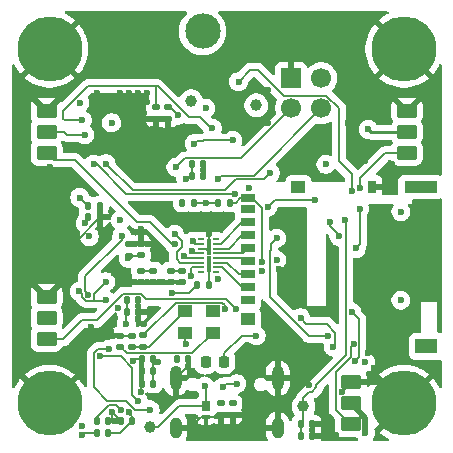
<source format=gbl>
G04 #@! TF.GenerationSoftware,KiCad,Pcbnew,9.0.1*
G04 #@! TF.CreationDate,2025-04-30T23:29:38-04:00*
G04 #@! TF.ProjectId,Control Board V2,436f6e74-726f-46c2-9042-6f6172642056,rev?*
G04 #@! TF.SameCoordinates,Original*
G04 #@! TF.FileFunction,Copper,L4,Bot*
G04 #@! TF.FilePolarity,Positive*
%FSLAX46Y46*%
G04 Gerber Fmt 4.6, Leading zero omitted, Abs format (unit mm)*
G04 Created by KiCad (PCBNEW 9.0.1) date 2025-04-30 23:29:38*
%MOMM*%
%LPD*%
G01*
G04 APERTURE LIST*
G04 Aperture macros list*
%AMRoundRect*
0 Rectangle with rounded corners*
0 $1 Rounding radius*
0 $2 $3 $4 $5 $6 $7 $8 $9 X,Y pos of 4 corners*
0 Add a 4 corners polygon primitive as box body*
4,1,4,$2,$3,$4,$5,$6,$7,$8,$9,$2,$3,0*
0 Add four circle primitives for the rounded corners*
1,1,$1+$1,$2,$3*
1,1,$1+$1,$4,$5*
1,1,$1+$1,$6,$7*
1,1,$1+$1,$8,$9*
0 Add four rect primitives between the rounded corners*
20,1,$1+$1,$2,$3,$4,$5,0*
20,1,$1+$1,$4,$5,$6,$7,0*
20,1,$1+$1,$6,$7,$8,$9,0*
20,1,$1+$1,$8,$9,$2,$3,0*%
G04 Aperture macros list end*
G04 #@! TA.AperFunction,ComponentPad*
%ADD10C,1.700000*%
G04 #@! TD*
G04 #@! TA.AperFunction,ComponentPad*
%ADD11R,1.700000X1.700000*%
G04 #@! TD*
G04 #@! TA.AperFunction,ComponentPad*
%ADD12C,1.000000*%
G04 #@! TD*
G04 #@! TA.AperFunction,ComponentPad*
%ADD13C,5.500000*%
G04 #@! TD*
G04 #@! TA.AperFunction,HeatsinkPad*
%ADD14O,1.000000X2.100000*%
G04 #@! TD*
G04 #@! TA.AperFunction,HeatsinkPad*
%ADD15O,1.000000X1.800000*%
G04 #@! TD*
G04 #@! TA.AperFunction,CastellatedPad*
%ADD16O,3.000000X3.000000*%
G04 #@! TD*
G04 #@! TA.AperFunction,SMDPad,CuDef*
%ADD17RoundRect,0.140000X0.140000X0.170000X-0.140000X0.170000X-0.140000X-0.170000X0.140000X-0.170000X0*%
G04 #@! TD*
G04 #@! TA.AperFunction,SMDPad,CuDef*
%ADD18RoundRect,0.200000X-0.650000X-0.400000X0.650000X-0.400000X0.650000X0.400000X-0.650000X0.400000X0*%
G04 #@! TD*
G04 #@! TA.AperFunction,SMDPad,CuDef*
%ADD19RoundRect,0.135000X0.185000X-0.135000X0.185000X0.135000X-0.185000X0.135000X-0.185000X-0.135000X0*%
G04 #@! TD*
G04 #@! TA.AperFunction,SMDPad,CuDef*
%ADD20RoundRect,0.140000X-0.140000X-0.170000X0.140000X-0.170000X0.140000X0.170000X-0.140000X0.170000X0*%
G04 #@! TD*
G04 #@! TA.AperFunction,SMDPad,CuDef*
%ADD21RoundRect,0.050000X-0.200000X0.050000X-0.200000X-0.050000X0.200000X-0.050000X0.200000X0.050000X0*%
G04 #@! TD*
G04 #@! TA.AperFunction,SMDPad,CuDef*
%ADD22R,0.400000X0.700000*%
G04 #@! TD*
G04 #@! TA.AperFunction,SMDPad,CuDef*
%ADD23RoundRect,0.135000X-0.135000X-0.185000X0.135000X-0.185000X0.135000X0.185000X-0.135000X0.185000X0*%
G04 #@! TD*
G04 #@! TA.AperFunction,SMDPad,CuDef*
%ADD24R,1.300000X1.100000*%
G04 #@! TD*
G04 #@! TA.AperFunction,SMDPad,CuDef*
%ADD25RoundRect,0.140000X0.170000X-0.140000X0.170000X0.140000X-0.170000X0.140000X-0.170000X-0.140000X0*%
G04 #@! TD*
G04 #@! TA.AperFunction,SMDPad,CuDef*
%ADD26RoundRect,0.140000X-0.170000X0.140000X-0.170000X-0.140000X0.170000X-0.140000X0.170000X0.140000X0*%
G04 #@! TD*
G04 #@! TA.AperFunction,SMDPad,CuDef*
%ADD27RoundRect,0.135000X-0.185000X0.135000X-0.185000X-0.135000X0.185000X-0.135000X0.185000X0.135000X0*%
G04 #@! TD*
G04 #@! TA.AperFunction,SMDPad,CuDef*
%ADD28RoundRect,0.135000X0.135000X0.185000X-0.135000X0.185000X-0.135000X-0.185000X0.135000X-0.185000X0*%
G04 #@! TD*
G04 #@! TA.AperFunction,SMDPad,CuDef*
%ADD29RoundRect,0.075000X-0.275000X0.390000X-0.275000X-0.390000X0.275000X-0.390000X0.275000X0.390000X0*%
G04 #@! TD*
G04 #@! TA.AperFunction,SMDPad,CuDef*
%ADD30RoundRect,0.075000X-0.275000X0.075000X-0.275000X-0.075000X0.275000X-0.075000X0.275000X0.075000X0*%
G04 #@! TD*
G04 #@! TA.AperFunction,SMDPad,CuDef*
%ADD31R,1.200000X0.700000*%
G04 #@! TD*
G04 #@! TA.AperFunction,SMDPad,CuDef*
%ADD32R,0.800000X1.000000*%
G04 #@! TD*
G04 #@! TA.AperFunction,SMDPad,CuDef*
%ADD33R,2.800000X1.000000*%
G04 #@! TD*
G04 #@! TA.AperFunction,SMDPad,CuDef*
%ADD34R,1.200000X1.000000*%
G04 #@! TD*
G04 #@! TA.AperFunction,SMDPad,CuDef*
%ADD35R,1.900000X1.300000*%
G04 #@! TD*
G04 #@! TA.AperFunction,SMDPad,CuDef*
%ADD36RoundRect,0.218750X-0.218750X-0.256250X0.218750X-0.256250X0.218750X0.256250X-0.218750X0.256250X0*%
G04 #@! TD*
G04 #@! TA.AperFunction,ViaPad*
%ADD37C,0.600000*%
G04 #@! TD*
G04 #@! TA.AperFunction,Conductor*
%ADD38C,0.160000*%
G04 #@! TD*
G04 #@! TA.AperFunction,Conductor*
%ADD39C,0.200000*%
G04 #@! TD*
G04 #@! TA.AperFunction,Conductor*
%ADD40C,0.250000*%
G04 #@! TD*
G04 #@! TA.AperFunction,Conductor*
%ADD41C,0.500000*%
G04 #@! TD*
G04 APERTURE END LIST*
D10*
G04 #@! TO.P,J1,2,SWDIO*
G04 #@! TO.N,/SWDIO*
X83000000Y-99460000D03*
G04 #@! TO.P,J1,3,~{RESET}*
G04 #@! TO.N,/RESET*
X83000000Y-102000000D03*
G04 #@! TO.P,J1,4,SWCLK*
G04 #@! TO.N,/SWCLK*
X80460000Y-102000000D03*
D11*
G04 #@! TO.P,J1,5,GND*
G04 #@! TO.N,GND*
X80460000Y-99460000D03*
G04 #@! TD*
D12*
G04 #@! TO.P,TP4,1,1*
G04 #@! TO.N,+VBUS*
X68500000Y-129000000D03*
G04 #@! TD*
G04 #@! TO.P,TP3,1,1*
G04 #@! TO.N,+3V3USB*
X81500000Y-127250000D03*
G04 #@! TD*
D13*
G04 #@! TO.P,H2,1,1*
G04 #@! TO.N,GND*
X60000000Y-97000000D03*
G04 #@! TD*
G04 #@! TO.P,H1,1,1*
G04 #@! TO.N,GND*
X90000000Y-127000000D03*
G04 #@! TD*
D12*
G04 #@! TO.P,TP2,1,1*
G04 #@! TO.N,+3V3*
X77500000Y-101750000D03*
G04 #@! TD*
G04 #@! TO.P,TP1,1,1*
G04 #@! TO.N,+VBAT*
X72000000Y-101400000D03*
G04 #@! TD*
D14*
G04 #@! TO.P,J35,S1,SHIELD*
G04 #@! TO.N,GND*
X70680000Y-124875000D03*
D15*
X70680000Y-129075000D03*
D14*
X79320000Y-124875000D03*
D15*
X79320000Y-129075000D03*
G04 #@! TD*
D13*
G04 #@! TO.P,H4,1,1*
G04 #@! TO.N,GND*
X90000000Y-97000000D03*
G04 #@! TD*
D16*
G04 #@! TO.P,BT1,1,+*
G04 #@! TO.N,Net-(BT1-+)*
X72968000Y-95500000D03*
G04 #@! TO.P,BT1,2,-*
G04 #@! TO.N,GND*
X77032000Y-95500000D03*
G04 #@! TD*
D13*
G04 #@! TO.P,H3,1,1*
G04 #@! TO.N,GND*
X60000000Y-127000000D03*
G04 #@! TD*
D17*
G04 #@! TO.P,C11,1*
G04 #@! TO.N,GND*
X73460000Y-117000000D03*
G04 #@! TO.P,C11,2*
G04 #@! TO.N,+3V3*
X72500000Y-117000000D03*
G04 #@! TD*
D18*
G04 #@! TO.P,J30,1,Pin_1*
G04 #@! TO.N,/FL_PWM*
X59750000Y-121556000D03*
G04 #@! TO.P,J30,2,Pin_2*
G04 #@! TO.N,+3V3*
X59750000Y-119778000D03*
G04 #@! TO.P,J30,3,Pin_3*
G04 #@! TO.N,GND*
X59750000Y-118000000D03*
G04 #@! TD*
D19*
G04 #@! TO.P,R2,1*
G04 #@! TO.N,Net-(Y2-IN{slash}OUT)*
X67940000Y-122260000D03*
G04 #@! TO.P,R2,2*
G04 #@! TO.N,/HSE_OUT*
X67940000Y-121240000D03*
G04 #@! TD*
D20*
G04 #@! TO.P,C2,1*
G04 #@! TO.N,GND*
X67790000Y-124280000D03*
G04 #@! TO.P,C2,2*
G04 #@! TO.N,+1V8*
X68750000Y-124280000D03*
G04 #@! TD*
D18*
G04 #@! TO.P,J32,1,Pin_1*
G04 #@! TO.N,/FR_PWM*
X59750000Y-105778000D03*
G04 #@! TO.P,J32,2,Pin_2*
G04 #@! TO.N,+3V3*
X59750000Y-104000000D03*
G04 #@! TO.P,J32,3,Pin_3*
G04 #@! TO.N,GND*
X59750000Y-102222000D03*
G04 #@! TD*
D21*
G04 #@! TO.P,U5,1,Ch1_In*
G04 #@! TO.N,unconnected-(U5-Ch1_In-Pad1)*
X74090000Y-113080000D03*
G04 #@! TO.P,U5,2,Ch2_In*
G04 #@! TO.N,Net-(J2-DAT0)*
X74090000Y-113480000D03*
G04 #@! TO.P,U5,3,Ch3_In*
G04 #@! TO.N,Net-(J2-VSS)*
X74090000Y-113880000D03*
G04 #@! TO.P,U5,4,Ch4_In*
G04 #@! TO.N,Net-(J2-CLK)*
X74090000Y-114280000D03*
G04 #@! TO.P,U5,5,Ch5_In*
G04 #@! TO.N,Net-(J2-VDD)*
X74090000Y-114680000D03*
G04 #@! TO.P,U5,6,Ch6_In*
G04 #@! TO.N,Net-(J2-CMD)*
X74090000Y-115080000D03*
G04 #@! TO.P,U5,7,Ch7_In*
G04 #@! TO.N,Net-(J2-DAT3{slash}CD)*
X74090000Y-115480000D03*
G04 #@! TO.P,U5,8,Ch8_In*
G04 #@! TO.N,unconnected-(U5-Ch8_In-Pad8)*
X74090000Y-115880000D03*
G04 #@! TO.P,U5,9,Ch8_Out*
G04 #@! TO.N,unconnected-(U5-Ch8_Out-Pad9)*
X72840000Y-115880000D03*
G04 #@! TO.P,U5,10,Ch7_Out*
G04 #@! TO.N,/SD_CS*
X72840000Y-115480000D03*
G04 #@! TO.P,U5,11,Ch6_Out*
G04 #@! TO.N,/SPI2_MOSI*
X72840000Y-115080000D03*
G04 #@! TO.P,U5,12,Ch5_Out*
G04 #@! TO.N,+3V3*
X72840000Y-114680000D03*
G04 #@! TO.P,U5,13,Ch4_Out*
G04 #@! TO.N,/SPI1_SCK*
X72840000Y-114280000D03*
G04 #@! TO.P,U5,14,Ch3_Out*
G04 #@! TO.N,GND*
X72840000Y-113880000D03*
G04 #@! TO.P,U5,15,Ch2_Out*
G04 #@! TO.N,/SPI1_MISO*
X72840000Y-113480000D03*
G04 #@! TO.P,U5,16,Ch1_Out*
G04 #@! TO.N,unconnected-(U5-Ch1_Out-Pad16)*
X72840000Y-113080000D03*
D22*
G04 #@! TO.P,U5,17,GND*
G04 #@! TO.N,GND*
X73465000Y-115530000D03*
X73465000Y-114830000D03*
X73465000Y-114130000D03*
X73465000Y-113430000D03*
G04 #@! TD*
D23*
G04 #@! TO.P,R18,1*
G04 #@! TO.N,I2C_2_SCL*
X63240000Y-110250000D03*
G04 #@! TO.P,R18,2*
G04 #@! TO.N,GND*
X64260000Y-110250000D03*
G04 #@! TD*
D20*
G04 #@! TO.P,C30,1*
G04 #@! TO.N,+3V3USB*
X81270000Y-129720000D03*
G04 #@! TO.P,C30,2*
G04 #@! TO.N,GND*
X82230000Y-129720000D03*
G04 #@! TD*
D17*
G04 #@! TO.P,C1,1*
G04 #@! TO.N,+3V3*
X66980000Y-128500000D03*
G04 #@! TO.P,C1,2*
G04 #@! TO.N,GND*
X66020000Y-128500000D03*
G04 #@! TD*
D24*
G04 #@! TO.P,Y2,1,IN/OUT*
G04 #@! TO.N,Net-(Y2-IN{slash}OUT)*
X71500000Y-119200000D03*
G04 #@! TO.P,Y2,2,GND_1*
G04 #@! TO.N,GND*
X73800000Y-119200000D03*
G04 #@! TO.P,Y2,3,OUT/IN*
G04 #@! TO.N,/HSE_IN*
X73800000Y-121000000D03*
G04 #@! TO.P,Y2,4,GND_2*
G04 #@! TO.N,GND*
X71500000Y-121000000D03*
G04 #@! TD*
D25*
G04 #@! TO.P,C33,1*
G04 #@! TO.N,Net-(U2-BOOT0)*
X67750000Y-114460000D03*
G04 #@! TO.P,C33,2*
G04 #@! TO.N,GND*
X67750000Y-113500000D03*
G04 #@! TD*
D26*
G04 #@! TO.P,C25,1*
G04 #@! TO.N,+3V3*
X68750000Y-115770000D03*
G04 #@! TO.P,C25,2*
G04 #@! TO.N,GND*
X68750000Y-116730000D03*
G04 #@! TD*
D27*
G04 #@! TO.P,R9,1*
G04 #@! TO.N,Net-(J35-CC2)*
X75500000Y-126990000D03*
G04 #@! TO.P,R9,2*
G04 #@! TO.N,GND*
X75500000Y-128010000D03*
G04 #@! TD*
D17*
G04 #@! TO.P,C6,1*
G04 #@! TO.N,GND*
X71730000Y-123250000D03*
G04 #@! TO.P,C6,2*
G04 #@! TO.N,+3V3*
X70770000Y-123250000D03*
G04 #@! TD*
D28*
G04 #@! TO.P,R7,1*
G04 #@! TO.N,/SD_DET*
X75260000Y-110000000D03*
G04 #@! TO.P,R7,2*
G04 #@! TO.N,+3V3*
X74240000Y-110000000D03*
G04 #@! TD*
D20*
G04 #@! TO.P,C5,1*
G04 #@! TO.N,GND*
X67790000Y-123250000D03*
G04 #@! TO.P,C5,2*
G04 #@! TO.N,+1V8*
X68750000Y-123250000D03*
G04 #@! TD*
D18*
G04 #@! TO.P,J31,1,Pin_1*
G04 #@! TO.N,/BL_PWM*
X85500000Y-128778000D03*
G04 #@! TO.P,J31,2,Pin_2*
G04 #@! TO.N,+3V3*
X85500000Y-127000000D03*
G04 #@! TO.P,J31,3,Pin_3*
G04 #@! TO.N,GND*
X85500000Y-125222000D03*
G04 #@! TD*
D20*
G04 #@! TO.P,C8,1*
G04 #@! TO.N,+3V3*
X66520000Y-119250000D03*
G04 #@! TO.P,C8,2*
G04 #@! TO.N,GND*
X67480000Y-119250000D03*
G04 #@! TD*
D25*
G04 #@! TO.P,C35,1*
G04 #@! TO.N,Net-(Y2-IN{slash}OUT)*
X66940000Y-122230000D03*
G04 #@! TO.P,C35,2*
G04 #@! TO.N,GND*
X66940000Y-121270000D03*
G04 #@! TD*
D23*
G04 #@! TO.P,R19,1*
G04 #@! TO.N,I2C_2_SDA*
X63240000Y-111250000D03*
G04 #@! TO.P,R19,2*
G04 #@! TO.N,GND*
X64260000Y-111250000D03*
G04 #@! TD*
D18*
G04 #@! TO.P,J33,1,Pin_1*
G04 #@! TO.N,/BR_PWM*
X90250000Y-105806000D03*
G04 #@! TO.P,J33,2,Pin_2*
G04 #@! TO.N,+3V3*
X90250000Y-104028000D03*
G04 #@! TO.P,J33,3,Pin_3*
G04 #@! TO.N,GND*
X90250000Y-102250000D03*
G04 #@! TD*
D25*
G04 #@! TO.P,C16,1*
G04 #@! TO.N,GND*
X70250000Y-116750000D03*
G04 #@! TO.P,C16,2*
G04 #@! TO.N,Net-(C16-Pad2)*
X70250000Y-115790000D03*
G04 #@! TD*
D29*
G04 #@! TO.P,D5,1,K*
G04 #@! TO.N,+VBUS*
X73250000Y-127250000D03*
D30*
G04 #@! TO.P,D5,2,A*
G04 #@! TO.N,GND*
X73250000Y-128135000D03*
G04 #@! TD*
D20*
G04 #@! TO.P,C7,1*
G04 #@! TO.N,GND*
X67790000Y-125310000D03*
G04 #@! TO.P,C7,2*
G04 #@! TO.N,+1V8*
X68750000Y-125310000D03*
G04 #@! TD*
D19*
G04 #@! TO.P,R22,1*
G04 #@! TO.N,Net-(U2-BOOT0)*
X66750000Y-114510000D03*
G04 #@! TO.P,R22,2*
G04 #@! TO.N,GND*
X66750000Y-113490000D03*
G04 #@! TD*
D27*
G04 #@! TO.P,R21,1*
G04 #@! TO.N,I2C_3_SDA*
X69000000Y-101890000D03*
G04 #@! TO.P,R21,2*
G04 #@! TO.N,GND*
X69000000Y-102910000D03*
G04 #@! TD*
D17*
G04 #@! TO.P,C3,1*
G04 #@! TO.N,GND*
X64980000Y-128500000D03*
G04 #@! TO.P,C3,2*
G04 #@! TO.N,Net-(U1-REGOUT)*
X64020000Y-128500000D03*
G04 #@! TD*
G04 #@! TO.P,C4,1*
G04 #@! TO.N,+3V3*
X64980000Y-129500000D03*
G04 #@! TO.P,C4,2*
G04 #@! TO.N,Net-(IC1-EN)*
X64020000Y-129500000D03*
G04 #@! TD*
D20*
G04 #@! TO.P,C31,1*
G04 #@! TO.N,+3V3USB*
X81270000Y-128750000D03*
G04 #@! TO.P,C31,2*
G04 #@! TO.N,GND*
X82230000Y-128750000D03*
G04 #@! TD*
G04 #@! TO.P,C23,1*
G04 #@! TO.N,+3V3*
X72020000Y-106750000D03*
G04 #@! TO.P,C23,2*
G04 #@! TO.N,GND*
X72980000Y-106750000D03*
G04 #@! TD*
D31*
G04 #@! TO.P,J2,1,DAT2*
G04 #@! TO.N,unconnected-(J2-DAT2-Pad1)*
X76775000Y-118275000D03*
G04 #@! TO.P,J2,2,DAT3/CD*
G04 #@! TO.N,Net-(J2-DAT3{slash}CD)*
X76775000Y-117175000D03*
G04 #@! TO.P,J2,3,CMD*
G04 #@! TO.N,Net-(J2-CMD)*
X76775000Y-116075000D03*
G04 #@! TO.P,J2,4,VDD*
G04 #@! TO.N,Net-(J2-VDD)*
X76775000Y-114975000D03*
G04 #@! TO.P,J2,5,CLK*
G04 #@! TO.N,Net-(J2-CLK)*
X76775000Y-113875000D03*
G04 #@! TO.P,J2,6,VSS*
G04 #@! TO.N,Net-(J2-VSS)*
X76775000Y-112775000D03*
G04 #@! TO.P,J2,7,DAT0*
G04 #@! TO.N,Net-(J2-DAT0)*
X76775000Y-111675000D03*
G04 #@! TO.P,J2,8,DAT1*
G04 #@! TO.N,unconnected-(J2-DAT1-Pad8)*
X76775000Y-110575000D03*
G04 #@! TO.P,J2,9,DET*
G04 #@! TO.N,/SD_DET*
X76775000Y-109625000D03*
D32*
G04 #@! TO.P,J2,10,SHIELD*
G04 #@! TO.N,GND*
X87275000Y-108675000D03*
D33*
G04 #@! TO.P,J2,11*
G04 #@! TO.N,N/C*
X91425000Y-108675000D03*
D34*
X81075000Y-108675000D03*
X76775000Y-119825000D03*
D35*
X91875000Y-122175000D03*
G04 #@! TD*
D27*
G04 #@! TO.P,R20,1*
G04 #@! TO.N,I2C_3_SCL*
X70000000Y-101890000D03*
G04 #@! TO.P,R20,2*
G04 #@! TO.N,GND*
X70000000Y-102910000D03*
G04 #@! TD*
D25*
G04 #@! TO.P,C17,1*
G04 #@! TO.N,GND*
X71250000Y-116730000D03*
G04 #@! TO.P,C17,2*
G04 #@! TO.N,Net-(C16-Pad2)*
X71250000Y-115770000D03*
G04 #@! TD*
D20*
G04 #@! TO.P,C22,1*
G04 #@! TO.N,+3V3*
X72020000Y-107750000D03*
G04 #@! TO.P,C22,2*
G04 #@! TO.N,GND*
X72980000Y-107750000D03*
G04 #@! TD*
D36*
G04 #@! TO.P,FB1,1*
G04 #@! TO.N,+3V3*
X73212500Y-123500000D03*
G04 #@! TO.P,FB1,2*
G04 #@! TO.N,Net-(U2-VDDA)*
X74787500Y-123500000D03*
G04 #@! TD*
D25*
G04 #@! TO.P,C36,1*
G04 #@! TO.N,/HSE_IN*
X66000000Y-122230000D03*
G04 #@! TO.P,C36,2*
G04 #@! TO.N,GND*
X66000000Y-121270000D03*
G04 #@! TD*
D28*
G04 #@! TO.P,R6,1*
G04 #@! TO.N,+3V3*
X72260000Y-110000000D03*
G04 #@! TO.P,R6,2*
G04 #@! TO.N,/RESET*
X71240000Y-110000000D03*
G04 #@! TD*
D20*
G04 #@! TO.P,C9,1*
G04 #@! TO.N,+3V3*
X66520000Y-118250000D03*
G04 #@! TO.P,C9,2*
G04 #@! TO.N,GND*
X67480000Y-118250000D03*
G04 #@! TD*
D26*
G04 #@! TO.P,C24,1*
G04 #@! TO.N,+3V3*
X67750000Y-115770000D03*
G04 #@! TO.P,C24,2*
G04 #@! TO.N,GND*
X67750000Y-116730000D03*
G04 #@! TD*
D27*
G04 #@! TO.P,R8,1*
G04 #@! TO.N,Net-(J35-CC1)*
X74500000Y-126990000D03*
G04 #@! TO.P,R8,2*
G04 #@! TO.N,GND*
X74500000Y-128010000D03*
G04 #@! TD*
D37*
G04 #@! TO.N,I2C_3_SCL*
X70896446Y-102603554D03*
G04 #@! TO.N,+3V3*
X87000000Y-103800000D03*
G04 #@! TO.N,GND*
X92500000Y-124250000D03*
X78500000Y-100500000D03*
X63500000Y-120500000D03*
X65228561Y-120829112D03*
X92250000Y-112750000D03*
X68750000Y-103750000D03*
X57750000Y-103250000D03*
X67500000Y-100750000D03*
X68250000Y-101500000D03*
X59500000Y-113250000D03*
X66750000Y-100750000D03*
X87250000Y-108750000D03*
X61000000Y-100750000D03*
X57500000Y-112750000D03*
X64750000Y-104500000D03*
X85750000Y-106000000D03*
X67500000Y-108000000D03*
X63750000Y-114000000D03*
X67250000Y-94850000D03*
X66750000Y-101500000D03*
X77750000Y-97500000D03*
X85500000Y-95500000D03*
X73465000Y-112679759D03*
X61500000Y-115750000D03*
X76925000Y-108750000D03*
X69000000Y-106500000D03*
X92250000Y-111000000D03*
X88500000Y-100750000D03*
X57750000Y-120750000D03*
X92125000Y-114675000D03*
X90000000Y-119500000D03*
X79401024Y-115635616D03*
X58000000Y-118750000D03*
X89000000Y-114750000D03*
X82000000Y-97750000D03*
X60000000Y-108750000D03*
X87000000Y-115000000D03*
X75000000Y-111500000D03*
X89250000Y-109000000D03*
X73800000Y-119200000D03*
X67500000Y-101500000D03*
X60250000Y-116500000D03*
X59250000Y-110500000D03*
X68750000Y-96750000D03*
X92250000Y-102500000D03*
X65762001Y-118918978D03*
X83750000Y-116500000D03*
X92250000Y-105250000D03*
X67765276Y-126003058D03*
X68000000Y-120250000D03*
X60000000Y-123000000D03*
X68250000Y-100750000D03*
X60000000Y-115000000D03*
X66000000Y-101500000D03*
X71000000Y-103750000D03*
X79250000Y-96250000D03*
X89750000Y-122000000D03*
X63250000Y-99000000D03*
X90250000Y-111875000D03*
X65250000Y-127750000D03*
X76497858Y-102788794D03*
X57750000Y-104500000D03*
X79000000Y-119490000D03*
X87000000Y-122750000D03*
X89000000Y-106750000D03*
X79000000Y-111750000D03*
X63250000Y-94500000D03*
X90250000Y-113250000D03*
X60000000Y-107000000D03*
X78000000Y-115750000D03*
X87500000Y-124000000D03*
X79250000Y-94250000D03*
X67750000Y-112248999D03*
X84250000Y-129700000D03*
X65000000Y-99250000D03*
X70250000Y-105000000D03*
X65500000Y-97500000D03*
X72980000Y-107750000D03*
X63750000Y-96750000D03*
X70000000Y-98000000D03*
X83750000Y-114000000D03*
X75500000Y-98500000D03*
X66000000Y-100750000D03*
X84750000Y-98500000D03*
X66750000Y-98750000D03*
X84000000Y-117500000D03*
X85250000Y-103250000D03*
X62750000Y-115000000D03*
X89750000Y-117000000D03*
X62500000Y-124000000D03*
X71550000Y-121980000D03*
X70250000Y-116750000D03*
X64000000Y-100750000D03*
X86750000Y-106500000D03*
X84000000Y-107750000D03*
X67103554Y-123396446D03*
X57500000Y-110750000D03*
X65476392Y-115952785D03*
X84750000Y-126000000D03*
X78500000Y-103250000D03*
X82000000Y-125399020D03*
X87250000Y-117000000D03*
X81750000Y-95500000D03*
G04 #@! TO.N,+3V3*
X86750000Y-129500000D03*
X83400000Y-106750000D03*
X59750000Y-119778000D03*
X86750000Y-128500000D03*
X71371075Y-114480000D03*
X66750000Y-127750000D03*
X66000000Y-111500000D03*
X79250000Y-114850000D03*
X70770000Y-123250000D03*
X62750000Y-128899997D03*
X89750000Y-118250000D03*
X73250000Y-110000000D03*
X71550003Y-108000000D03*
X70400000Y-117676000D03*
X65250000Y-103235000D03*
X66500000Y-120250000D03*
X73250000Y-102000000D03*
X63358554Y-112858554D03*
X63000000Y-104250000D03*
X89750000Y-110750000D03*
X73250000Y-123250000D03*
X67750000Y-115770000D03*
G04 #@! TO.N,+1V8*
X69150000Y-123500000D03*
G04 #@! TO.N,Net-(U1-REGOUT)*
X66017484Y-127524239D03*
G04 #@! TO.N,Net-(IC1-EN)*
X62750000Y-129700000D03*
G04 #@! TO.N,/RESET*
X74250000Y-108000000D03*
X71250000Y-110000002D03*
X74250000Y-116500000D03*
G04 #@! TO.N,Net-(U2-VDDA)*
X77500000Y-121250000D03*
G04 #@! TO.N,Net-(C16-Pad2)*
X71250000Y-115770000D03*
G04 #@! TO.N,+3V3USB*
X85000000Y-111500000D03*
X85575000Y-109000000D03*
X76000000Y-99750000D03*
G04 #@! TO.N,+VBUS*
X73148000Y-125515636D03*
G04 #@! TO.N,I2C_1_SCL*
X64750000Y-116700000D03*
X62500000Y-117500000D03*
X64750000Y-118250000D03*
G04 #@! TO.N,Net-(IC2-SDA_A)*
X64250000Y-123000000D03*
X67511070Y-126770119D03*
G04 #@! TO.N,Net-(IC2-SCL_A)*
X65000000Y-122419571D03*
X68524144Y-127548286D03*
G04 #@! TO.N,I2C_1_SDA*
X66109285Y-112859285D03*
X63274265Y-117798035D03*
G04 #@! TO.N,/SWCLK*
X70700001Y-106991736D03*
G04 #@! TO.N,/SWDIO*
X75519731Y-104730269D03*
X72250000Y-105000000D03*
G04 #@! TO.N,/SD_DET*
X78000000Y-115000000D03*
G04 #@! TO.N,I2C_2_SCL*
X62562500Y-109562500D03*
X63750000Y-106750000D03*
X75675861Y-109245639D03*
G04 #@! TO.N,I2C_2_SDA*
X64799264Y-106700736D03*
X78695047Y-107466577D03*
X63000000Y-111750000D03*
G04 #@! TO.N,I2C_3_SDA*
X73791177Y-103708823D03*
X62775815Y-103030805D03*
G04 #@! TO.N,I2C_3_SCL*
X62553582Y-101553582D03*
G04 #@! TO.N,USART3_TX*
X82500000Y-109750000D03*
X84500000Y-112850000D03*
X78500000Y-110350000D03*
X83750000Y-111650000D03*
G04 #@! TO.N,/FL_PWM*
X75750000Y-119000000D03*
G04 #@! TO.N,/BL_PWM*
X79250000Y-113000000D03*
X85750000Y-122000000D03*
X83600000Y-121250000D03*
G04 #@! TO.N,/FR_PWM*
X70580442Y-113523362D03*
G04 #@! TO.N,/BR_PWM*
X86250000Y-110500000D03*
X86325201Y-108722148D03*
X85975000Y-113875000D03*
G04 #@! TO.N,Net-(U2-BOOT0)*
X66650000Y-114700000D03*
G04 #@! TO.N,/SPI1_MISO*
X72109381Y-113276825D03*
G04 #@! TO.N,/SD_CS*
X72000000Y-116250000D03*
G04 #@! TO.N,/SPI2_MOSI*
X70600000Y-112685852D03*
G04 #@! TO.N,/SPI1_SCK*
X72061206Y-114075376D03*
G04 #@! TO.N,/USB to UART/D+*
X74650000Y-125631427D03*
X75850000Y-125328013D03*
G04 #@! TO.N,Net-(J35-CC1)*
X74500000Y-126990000D03*
G04 #@! TO.N,Net-(J35-CC2)*
X75500000Y-126990000D03*
G04 #@! TO.N,/USART2_RX*
X85902852Y-123363961D03*
X85601000Y-119250000D03*
G04 #@! TO.N,/USART2_TX*
X86750000Y-123500000D03*
X84000000Y-122200000D03*
X81250000Y-119750000D03*
G04 #@! TO.N,/HSE_OUT*
X74850002Y-119000000D03*
G04 #@! TO.N,/HSE_IN*
X73800000Y-121000000D03*
G04 #@! TD*
D38*
G04 #@! TO.N,I2C_3_SCL*
X70182892Y-101890000D02*
X70896446Y-102603554D01*
X70000000Y-101890000D02*
X70182892Y-101890000D01*
G04 #@! TO.N,I2C_3_SDA*
X69000000Y-101890000D02*
X69000000Y-100149000D01*
D39*
X63251057Y-100149000D02*
X69000000Y-100149000D01*
D40*
G04 #@! TO.N,+3V3*
X87228000Y-104028000D02*
X90250000Y-104028000D01*
X87000000Y-103800000D02*
X87228000Y-104028000D01*
D39*
G04 #@! TO.N,I2C_3_SDA*
X73750000Y-103750000D02*
X73791177Y-103708823D01*
X69149000Y-100149000D02*
X71772700Y-102772700D01*
X72772700Y-102772700D02*
X73750000Y-103750000D01*
X61149000Y-102251057D02*
X63251057Y-100149000D01*
X61149000Y-102899000D02*
X61149000Y-102251057D01*
X69000000Y-100149000D02*
X69149000Y-100149000D01*
X61280805Y-103030805D02*
X61149000Y-102899000D01*
X62775815Y-103030805D02*
X61280805Y-103030805D01*
X71772700Y-102772700D02*
X72772700Y-102772700D01*
G04 #@! TO.N,/BR_PWM*
X86250000Y-113500000D02*
X86250000Y-110500000D01*
X85975000Y-113875000D02*
X85975000Y-113775000D01*
X85975000Y-113775000D02*
X86250000Y-113500000D01*
D38*
G04 #@! TO.N,/USART2_TX*
X84200000Y-121000000D02*
X83450000Y-120250000D01*
X84200000Y-122000000D02*
X84200000Y-121000000D01*
X83450000Y-120250000D02*
X81750000Y-120250000D01*
X81750000Y-120250000D02*
X81250000Y-119750000D01*
X84000000Y-122200000D02*
X84200000Y-122000000D01*
D39*
G04 #@! TO.N,/BL_PWM*
X78750000Y-113500000D02*
X79250000Y-113000000D01*
X78750000Y-114000000D02*
X78750000Y-113500000D01*
X78649000Y-114101000D02*
X78750000Y-114000000D01*
X78649000Y-117963649D02*
X78649000Y-114101000D01*
X81935351Y-121250000D02*
X78649000Y-117963649D01*
X83600000Y-121250000D02*
X81935351Y-121250000D01*
D38*
G04 #@! TO.N,+3V3*
X70401000Y-117675000D02*
X71825000Y-117675000D01*
X70400000Y-117676000D02*
X70401000Y-117675000D01*
X71825000Y-117675000D02*
X72500000Y-117000000D01*
D39*
G04 #@! TO.N,GND*
X73215000Y-113880000D02*
X73465000Y-114130000D01*
X84230000Y-129720000D02*
X84250000Y-129700000D01*
X65250000Y-128230000D02*
X64980000Y-128500000D01*
D38*
X73460000Y-115535000D02*
X73465000Y-115530000D01*
X71500000Y-121930000D02*
X71550000Y-121980000D01*
D39*
X66000000Y-116250000D02*
X65702785Y-115952785D01*
D38*
X73460000Y-117000000D02*
X73460000Y-115535000D01*
D39*
X71250000Y-116730000D02*
X71371000Y-116851000D01*
X67765276Y-126003058D02*
X67765276Y-125334724D01*
X67250000Y-123250000D02*
X67790000Y-123250000D01*
X75500000Y-128010000D02*
X74500000Y-128010000D01*
X67103554Y-123396446D02*
X67250000Y-123250000D01*
X66480000Y-116730000D02*
X66000000Y-116250000D01*
X71230000Y-116750000D02*
X71250000Y-116730000D01*
X72980000Y-107750000D02*
X72980000Y-106750000D01*
X82230000Y-129720000D02*
X82230000Y-128750000D01*
X67750000Y-116730000D02*
X70230000Y-116730000D01*
D38*
X71730000Y-123825000D02*
X70680000Y-124875000D01*
D39*
X59750000Y-102222000D02*
X59750000Y-102250000D01*
X73465000Y-113430000D02*
X73465000Y-112679759D01*
X67750000Y-116730000D02*
X66480000Y-116730000D01*
D38*
X65669449Y-121270000D02*
X65228561Y-120829112D01*
X66000000Y-121270000D02*
X65669449Y-121270000D01*
D39*
X70250000Y-116750000D02*
X71230000Y-116750000D01*
X87275000Y-108725000D02*
X87250000Y-108750000D01*
X66750000Y-113490000D02*
X67740000Y-113490000D01*
X70230000Y-116730000D02*
X70250000Y-116750000D01*
X82230000Y-129720000D02*
X84230000Y-129720000D01*
X71925000Y-129075000D02*
X70680000Y-129075000D01*
X72840000Y-113880000D02*
X73215000Y-113880000D01*
X61000000Y-128000000D02*
X60000000Y-127000000D01*
D38*
X85500000Y-125222000D02*
X85500000Y-125250000D01*
D39*
X67740000Y-113490000D02*
X67750000Y-113500000D01*
X73250000Y-128135000D02*
X74375000Y-128135000D01*
X73250000Y-128135000D02*
X72865000Y-128135000D01*
D38*
X71500000Y-121000000D02*
X71500000Y-121930000D01*
D39*
X72865000Y-128135000D02*
X71925000Y-129075000D01*
X67480000Y-118250000D02*
X67480000Y-119250000D01*
D38*
X85500000Y-125250000D02*
X84750000Y-126000000D01*
D39*
X74375000Y-128135000D02*
X74500000Y-128010000D01*
X64260000Y-111250000D02*
X62135000Y-113375000D01*
X70730000Y-124825000D02*
X70680000Y-124875000D01*
X67750000Y-113500000D02*
X67750000Y-112248999D01*
X62135000Y-113375000D02*
X61750000Y-113375000D01*
X65250000Y-127750000D02*
X65270000Y-127750000D01*
D38*
X66000000Y-121270000D02*
X66940000Y-121270000D01*
D41*
X88222000Y-125222000D02*
X90000000Y-127000000D01*
D39*
X64260000Y-110250000D02*
X64260000Y-111250000D01*
X67790000Y-125310000D02*
X67790000Y-123250000D01*
X87275000Y-108675000D02*
X87275000Y-108725000D01*
X65270000Y-127750000D02*
X66020000Y-128500000D01*
X65702785Y-115952785D02*
X65476392Y-115952785D01*
X65250000Y-127750000D02*
X65250000Y-128230000D01*
D41*
X85500000Y-125222000D02*
X88222000Y-125222000D01*
D39*
X67765276Y-125334724D02*
X67790000Y-125310000D01*
D38*
X71730000Y-123250000D02*
X71730000Y-123825000D01*
D39*
G04 #@! TO.N,+3V3*
X61500000Y-104250000D02*
X61250000Y-104000000D01*
X74240000Y-110000000D02*
X73250000Y-110000000D01*
X72020000Y-107530003D02*
X72020000Y-106750000D01*
D41*
X85500000Y-127000000D02*
X85556774Y-127000000D01*
D39*
X71371077Y-114480000D02*
X71571077Y-114680000D01*
X65980000Y-129500000D02*
X66980000Y-128500000D01*
X67750000Y-115770000D02*
X68750000Y-115770000D01*
X63000000Y-104250000D02*
X61500000Y-104250000D01*
D41*
X85556774Y-127000000D02*
X86750000Y-128193226D01*
X86750000Y-128193226D02*
X86750000Y-128500000D01*
D38*
X73212500Y-123500000D02*
X73212500Y-123287500D01*
D39*
X71571077Y-114680000D02*
X72840000Y-114680000D01*
X66750000Y-127750000D02*
X66750000Y-127858968D01*
X66520000Y-118250000D02*
X66520000Y-119250000D01*
D38*
X73212500Y-123287500D02*
X73250000Y-123250000D01*
D39*
X71550003Y-108000000D02*
X72020000Y-107530003D01*
X66980000Y-128088968D02*
X66980000Y-128500000D01*
X66500000Y-119270000D02*
X66520000Y-119250000D01*
X72260000Y-110000000D02*
X73250000Y-110000000D01*
D41*
X86750000Y-128500000D02*
X86750000Y-129500000D01*
D39*
X71371075Y-114480000D02*
X71371077Y-114480000D01*
X66750000Y-127858968D02*
X66980000Y-128088968D01*
X64980000Y-129500000D02*
X65980000Y-129500000D01*
X61250000Y-104000000D02*
X59750000Y-104000000D01*
X66500000Y-120250000D02*
X66500000Y-119270000D01*
G04 #@! TO.N,+1V8*
X68750000Y-125310000D02*
X68750000Y-123250000D01*
X68960000Y-123690000D02*
X68750000Y-123690000D01*
X69150000Y-123500000D02*
X68960000Y-123690000D01*
G04 #@! TO.N,Net-(U1-REGOUT)*
X65001057Y-127149000D02*
X64020000Y-128130057D01*
X64020000Y-128130057D02*
X64020000Y-128500000D01*
X65642245Y-127149000D02*
X65001057Y-127149000D01*
X66017484Y-127524239D02*
X65642245Y-127149000D01*
G04 #@! TO.N,Net-(IC1-EN)*
X64020000Y-129500000D02*
X62950000Y-129500000D01*
X62950000Y-129500000D02*
X62750000Y-129700000D01*
D38*
G04 #@! TO.N,/RESET*
X71249998Y-110000000D02*
X71250000Y-110000002D01*
X71240000Y-110000000D02*
X71249998Y-110000000D01*
X74250000Y-108000000D02*
X74531000Y-107719000D01*
X77281000Y-107719000D02*
X83000000Y-102000000D01*
X74531000Y-107719000D02*
X77281000Y-107719000D01*
G04 #@! TO.N,Net-(U2-VDDA)*
X74787500Y-123500000D02*
X74787500Y-122750000D01*
X76287500Y-121250000D02*
X77500000Y-121250000D01*
X74787500Y-122750000D02*
X76287500Y-121250000D01*
D39*
G04 #@! TO.N,Net-(C16-Pad2)*
X71250000Y-115770000D02*
X70270000Y-115770000D01*
X70270000Y-115770000D02*
X70250000Y-115790000D01*
G04 #@! TO.N,+3V3USB*
X81270000Y-129720000D02*
X81270000Y-128750000D01*
X81500000Y-127250000D02*
X81500000Y-128520000D01*
X84500000Y-106500000D02*
X85575000Y-107575000D01*
X77000000Y-98750000D02*
X77648000Y-98750000D01*
X85575000Y-107575000D02*
X85575000Y-109000000D01*
X83449000Y-100949000D02*
X84500000Y-102000000D01*
X85101000Y-122899000D02*
X82601000Y-125399000D01*
X82248943Y-126000020D02*
X81999980Y-126000020D01*
X81500000Y-128520000D02*
X81270000Y-128750000D01*
X76000000Y-99750000D02*
X77000000Y-98750000D01*
X81999980Y-126000020D02*
X81500000Y-126500000D01*
X84500000Y-102000000D02*
X84500000Y-106500000D01*
X82601000Y-125399000D02*
X82601000Y-125647963D01*
X81500000Y-126500000D02*
X81500000Y-127250000D01*
X85101000Y-111601000D02*
X85101000Y-122899000D01*
X82601000Y-125647963D02*
X82248943Y-126000020D01*
X85000000Y-111500000D02*
X85101000Y-111601000D01*
X79847000Y-100949000D02*
X83449000Y-100949000D01*
X77648000Y-98750000D02*
X79847000Y-100949000D01*
G04 #@! TO.N,+VBUS*
X69222215Y-129000000D02*
X68500000Y-129000000D01*
X73250000Y-125617636D02*
X73250000Y-127250000D01*
X73148000Y-125515636D02*
X73250000Y-125617636D01*
X70972215Y-127250000D02*
X69222215Y-129000000D01*
X73250000Y-127250000D02*
X70972215Y-127250000D01*
G04 #@! TO.N,I2C_1_SCL*
X63065744Y-118298035D02*
X63066744Y-118299035D01*
X63774265Y-117725735D02*
X63774265Y-118298035D01*
X63481786Y-118299035D02*
X63482786Y-118298035D01*
X63000000Y-118232291D02*
X63000000Y-118250000D01*
X63482786Y-118298035D02*
X63774265Y-118298035D01*
X62773265Y-118005556D02*
X63000000Y-118232291D01*
X63048035Y-118298035D02*
X63065744Y-118298035D01*
X63066744Y-118299035D02*
X63481786Y-118299035D01*
X64701965Y-118298035D02*
X64750000Y-118250000D01*
X64750000Y-116700000D02*
X64750000Y-116750000D01*
X64750000Y-116750000D02*
X63774265Y-117725735D01*
X63774265Y-118298035D02*
X64701965Y-118298035D01*
X62500000Y-117500000D02*
X62773265Y-117773265D01*
X63000000Y-118250000D02*
X63048035Y-118298035D01*
X62773265Y-117773265D02*
X62773265Y-118005556D01*
G04 #@! TO.N,Net-(IC2-SDA_A)*
X64750057Y-123019571D02*
X64751057Y-123020571D01*
X67000000Y-126259049D02*
X67511070Y-126770119D01*
X67000000Y-124000000D02*
X67000000Y-126259049D01*
X64250000Y-123000000D02*
X64269571Y-123019571D01*
X65249943Y-123019571D02*
X66019571Y-123019571D01*
X65248943Y-123020571D02*
X65249943Y-123019571D01*
X64269571Y-123019571D02*
X64750057Y-123019571D01*
X64751057Y-123020571D02*
X65248943Y-123020571D01*
X66019571Y-123019571D02*
X67000000Y-124000000D01*
G04 #@! TO.N,Net-(IC2-SCL_A)*
X66458521Y-126750000D02*
X64857164Y-126750000D01*
X63749000Y-125641836D02*
X63749000Y-122751000D01*
X63749000Y-122751000D02*
X64080429Y-122419571D01*
X68524144Y-127548286D02*
X67256807Y-127548286D01*
X64080429Y-122419571D02*
X65000000Y-122419571D01*
X67256807Y-127548286D02*
X66458521Y-126750000D01*
X64857164Y-126750000D02*
X63749000Y-125641836D01*
G04 #@! TO.N,I2C_1_SDA*
X63274265Y-117798035D02*
X63274265Y-117774265D01*
X66109285Y-113140715D02*
X66109285Y-112859285D01*
X63000000Y-116250000D02*
X66109285Y-113140715D01*
X63000000Y-117500000D02*
X63000000Y-116250000D01*
X63274265Y-117774265D02*
X63000000Y-117500000D01*
D38*
G04 #@! TO.N,/SWCLK*
X71432737Y-106259000D02*
X76201000Y-106259000D01*
X76201000Y-106259000D02*
X80460000Y-102000000D01*
X70700001Y-106991736D02*
X71432737Y-106259000D01*
G04 #@! TO.N,/SWDIO*
X73019731Y-104730269D02*
X73000000Y-104750000D01*
X75519731Y-104730269D02*
X73019731Y-104730269D01*
X72500000Y-104750000D02*
X72250000Y-105000000D01*
X73000000Y-104750000D02*
X72500000Y-104750000D01*
D39*
G04 #@! TO.N,Net-(J2-VDD)*
X76480000Y-114680000D02*
X76775000Y-114975000D01*
X74090000Y-114680000D02*
X76480000Y-114680000D01*
G04 #@! TO.N,Net-(J2-CMD)*
X74090000Y-115080000D02*
X75015000Y-115080000D01*
X75015000Y-115080000D02*
X76010000Y-116075000D01*
X76010000Y-116075000D02*
X76775000Y-116075000D01*
G04 #@! TO.N,/SD_DET*
X75771443Y-110000000D02*
X75260000Y-110000000D01*
X76775000Y-109625000D02*
X76146443Y-109625000D01*
X78000000Y-114000000D02*
X78000000Y-115000000D01*
X77177000Y-109625000D02*
X78000000Y-110448000D01*
X78000000Y-110448000D02*
X78000000Y-114000000D01*
X76146443Y-109625000D02*
X75771443Y-110000000D01*
X76775000Y-109625000D02*
X77177000Y-109625000D01*
G04 #@! TO.N,Net-(J2-CLK)*
X76370000Y-114280000D02*
X76775000Y-113875000D01*
X74090000Y-114280000D02*
X76370000Y-114280000D01*
G04 #@! TO.N,Net-(J2-VSS)*
X75218000Y-113880000D02*
X76323000Y-112775000D01*
X76323000Y-112775000D02*
X76775000Y-112775000D01*
X74090000Y-113880000D02*
X75218000Y-113880000D01*
G04 #@! TO.N,Net-(J2-DAT0)*
X74090000Y-113480000D02*
X74515000Y-113480000D01*
X76320000Y-111675000D02*
X76775000Y-111675000D01*
X74515000Y-113480000D02*
X76320000Y-111675000D01*
G04 #@! TO.N,Net-(J2-DAT3{slash}CD)*
X74628000Y-115480000D02*
X76323000Y-117175000D01*
X74090000Y-115480000D02*
X74628000Y-115480000D01*
X76323000Y-117175000D02*
X76775000Y-117175000D01*
G04 #@! TO.N,I2C_2_SCL*
X62562500Y-109562500D02*
X63240000Y-110240000D01*
X64000000Y-106750000D02*
X66499999Y-109250000D01*
X63240000Y-110240000D02*
X63240000Y-110250000D01*
X75671500Y-109250000D02*
X75675861Y-109245639D01*
X66499999Y-109250000D02*
X75671500Y-109250000D01*
X63750000Y-106750000D02*
X64000000Y-106750000D01*
G04 #@! TO.N,I2C_2_SDA*
X74851000Y-108949000D02*
X75800000Y-108000000D01*
X63115000Y-111635000D02*
X63115000Y-111375000D01*
X78161624Y-108000000D02*
X78695047Y-107466577D01*
X63000000Y-111750000D02*
X63115000Y-111635000D01*
X67047528Y-108949000D02*
X74851000Y-108949000D01*
X75800000Y-108000000D02*
X78161624Y-108000000D01*
X64799264Y-106700736D02*
X67047528Y-108949000D01*
X63115000Y-111375000D02*
X63240000Y-111250000D01*
G04 #@! TO.N,I2C_3_SDA*
X62775815Y-103030805D02*
X62775815Y-102964185D01*
G04 #@! TO.N,I2C_3_SCL*
X62553582Y-101696418D02*
X62553582Y-101553582D01*
G04 #@! TO.N,USART3_TX*
X82000000Y-109750000D02*
X82500000Y-109750000D01*
X79100000Y-109750000D02*
X82000000Y-109750000D01*
X83750000Y-111650000D02*
X83750000Y-112000000D01*
X84250000Y-112500000D02*
X84500000Y-112750000D01*
X84500000Y-112750000D02*
X84500000Y-112850000D01*
X78500000Y-110350000D02*
X79100000Y-109750000D01*
X83750000Y-112000000D02*
X84250000Y-112500000D01*
G04 #@! TO.N,/FL_PWM*
X64001000Y-119972872D02*
X62735649Y-119972872D01*
X67765128Y-117739000D02*
X66234872Y-117739000D01*
X75750000Y-119000000D02*
X74926000Y-118176000D01*
X59750000Y-121278000D02*
X60350000Y-121878000D01*
X62735649Y-119972872D02*
X61152521Y-121556000D01*
X68202128Y-118176000D02*
X67765128Y-117739000D01*
X66234872Y-117739000D02*
X64001000Y-119972872D01*
X74926000Y-118176000D02*
X68202128Y-118176000D01*
X61152521Y-121556000D02*
X59750000Y-121556000D01*
G04 #@! TO.N,/BL_PWM*
X85502000Y-122248000D02*
X85750000Y-122000000D01*
X84250000Y-127528000D02*
X84250000Y-124317100D01*
X85502000Y-123065100D02*
X85502000Y-122248000D01*
X84250000Y-124317100D02*
X85502000Y-123065100D01*
X85500000Y-128778000D02*
X84250000Y-127528000D01*
G04 #@! TO.N,/FR_PWM*
X70557080Y-113500000D02*
X70580442Y-113523362D01*
X68496999Y-111647999D02*
X70349000Y-113500000D01*
X62128000Y-106378000D02*
X67397999Y-111647999D01*
X59750000Y-105778000D02*
X60350000Y-106378000D01*
X67397999Y-111647999D02*
X68496999Y-111647999D01*
X60350000Y-106378000D02*
X62128000Y-106378000D01*
X70349000Y-113500000D02*
X70557080Y-113500000D01*
G04 #@! TO.N,/BR_PWM*
X88444000Y-105806000D02*
X86325201Y-107924799D01*
X90250000Y-105806000D02*
X88444000Y-105806000D01*
X86325201Y-107924799D02*
X86325201Y-108722148D01*
G04 #@! TO.N,Net-(U2-BOOT0)*
X66750000Y-114510000D02*
X67700000Y-114510000D01*
X67700000Y-114510000D02*
X67750000Y-114460000D01*
X66750000Y-114510000D02*
X66750000Y-114600000D01*
X66750000Y-114600000D02*
X66650000Y-114700000D01*
G04 #@! TO.N,/SPI1_MISO*
X72840000Y-113480000D02*
X72312556Y-113480000D01*
X72312556Y-113480000D02*
X72109381Y-113276825D01*
G04 #@! TO.N,/SD_CS*
X72103070Y-115480000D02*
X72840000Y-115480000D01*
X72000000Y-116250000D02*
X72000000Y-115583070D01*
X72000000Y-115583070D02*
X72103070Y-115480000D01*
G04 #@! TO.N,/SPI2_MOSI*
X71181442Y-113267294D02*
X71181442Y-113772305D01*
X71080000Y-115080000D02*
X72840000Y-115080000D01*
X70750000Y-114203747D02*
X70750000Y-114750000D01*
X70600000Y-112685852D02*
X71181442Y-113267294D01*
X70750000Y-114750000D02*
X71080000Y-115080000D01*
X71181442Y-113772305D02*
X70750000Y-114203747D01*
G04 #@! TO.N,/SPI1_SCK*
X72061206Y-114075376D02*
X72197318Y-114211488D01*
X72197318Y-114211488D02*
X72197318Y-114260736D01*
X72197318Y-114260736D02*
X72216582Y-114280000D01*
X72216582Y-114280000D02*
X72840000Y-114280000D01*
G04 #@! TO.N,/USB to UART/D+*
X75850000Y-125328013D02*
X74953414Y-125328013D01*
X74953414Y-125328013D02*
X74650000Y-125631427D01*
D38*
G04 #@! TO.N,/USART2_RX*
X85902852Y-123363961D02*
X86231000Y-123035813D01*
X86231000Y-123035813D02*
X86231000Y-119880000D01*
X86231000Y-119880000D02*
X85601000Y-119250000D01*
G04 #@! TO.N,/HSE_OUT*
X74631000Y-118469000D02*
X74850002Y-118688002D01*
X74500000Y-118469000D02*
X74631000Y-118469000D01*
X70711000Y-118469000D02*
X74500000Y-118469000D01*
X74850002Y-118688002D02*
X74850002Y-119000000D01*
X67940000Y-121240000D02*
X70711000Y-118469000D01*
G04 #@! TO.N,/HSE_IN*
X66520000Y-122750000D02*
X72050000Y-122750000D01*
X72050000Y-122750000D02*
X73800000Y-121000000D01*
X66000000Y-122230000D02*
X66520000Y-122750000D01*
G04 #@! TO.N,Net-(Y2-IN{slash}OUT)*
X67940000Y-122260000D02*
X66970000Y-122260000D01*
X71500000Y-119200000D02*
X68440000Y-122260000D01*
X68440000Y-122260000D02*
X67940000Y-122260000D01*
X66970000Y-122260000D02*
X66940000Y-122230000D01*
G04 #@! TD*
G04 #@! TA.AperFunction,Conductor*
G04 #@! TO.N,GND*
G36*
X78080701Y-118193968D02*
G01*
X78106886Y-118225681D01*
X78168477Y-118332361D01*
X78168481Y-118332366D01*
X78287349Y-118451234D01*
X78287355Y-118451239D01*
X81450490Y-121614374D01*
X81450500Y-121614385D01*
X81454830Y-121618715D01*
X81454831Y-121618716D01*
X81566635Y-121730520D01*
X81645297Y-121775935D01*
X81703566Y-121809577D01*
X81856294Y-121850500D01*
X83020234Y-121850500D01*
X83038379Y-121855828D01*
X83057288Y-121856166D01*
X83085503Y-121869665D01*
X83087273Y-121870185D01*
X83089125Y-121871398D01*
X83161512Y-121919766D01*
X83206317Y-121973379D01*
X83215024Y-122042704D01*
X83214239Y-122047058D01*
X83199500Y-122121158D01*
X83199500Y-122278846D01*
X83230261Y-122433489D01*
X83230264Y-122433501D01*
X83290602Y-122579172D01*
X83290609Y-122579185D01*
X83378210Y-122710288D01*
X83378213Y-122710292D01*
X83489707Y-122821786D01*
X83489711Y-122821789D01*
X83620814Y-122909390D01*
X83620827Y-122909397D01*
X83689194Y-122937715D01*
X83766503Y-122969737D01*
X83812328Y-122978852D01*
X83884722Y-122993253D01*
X83946633Y-123025638D01*
X83981208Y-123086354D01*
X83977468Y-123156123D01*
X83948212Y-123202551D01*
X82232286Y-124918478D01*
X82120481Y-125030282D01*
X82120479Y-125030285D01*
X82110380Y-125047778D01*
X82087364Y-125087643D01*
X82041423Y-125167215D01*
X82002212Y-125313551D01*
X81995964Y-125323799D01*
X81993975Y-125335635D01*
X81978116Y-125353080D01*
X81965846Y-125373211D01*
X81953876Y-125379747D01*
X81946978Y-125387336D01*
X81914534Y-125401231D01*
X81893551Y-125406854D01*
X81893548Y-125406855D01*
X81768194Y-125440443D01*
X81768189Y-125440446D01*
X81631270Y-125519495D01*
X81631262Y-125519501D01*
X81019481Y-126131282D01*
X81019479Y-126131285D01*
X81002083Y-126161417D01*
X80975454Y-126207540D01*
X80940423Y-126268215D01*
X80901035Y-126415209D01*
X80899095Y-126420487D01*
X80881501Y-126444219D01*
X80866121Y-126469452D01*
X80862490Y-126472589D01*
X80722859Y-126612219D01*
X80613371Y-126776079D01*
X80613364Y-126776092D01*
X80537950Y-126958160D01*
X80537947Y-126958170D01*
X80499500Y-127151456D01*
X80499500Y-127151459D01*
X80499500Y-127348541D01*
X80499500Y-127348543D01*
X80499499Y-127348543D01*
X80537947Y-127541829D01*
X80537950Y-127541839D01*
X80613364Y-127723907D01*
X80613371Y-127723920D01*
X80722860Y-127887781D01*
X80722863Y-127887785D01*
X80731955Y-127896877D01*
X80765440Y-127958200D01*
X80760456Y-128027892D01*
X80731956Y-128072239D01*
X80619884Y-128184311D01*
X80619881Y-128184315D01*
X80537505Y-128323606D01*
X80537504Y-128323607D01*
X80519950Y-128384030D01*
X80482343Y-128442915D01*
X80418871Y-128472121D01*
X80349684Y-128462375D01*
X80296750Y-128416770D01*
X80282213Y-128385429D01*
X80281568Y-128383304D01*
X80206192Y-128201328D01*
X80206185Y-128201315D01*
X80096751Y-128037537D01*
X80096748Y-128037533D01*
X79957466Y-127898251D01*
X79957462Y-127898248D01*
X79793684Y-127788814D01*
X79793671Y-127788807D01*
X79611691Y-127713429D01*
X79611683Y-127713427D01*
X79570000Y-127705135D01*
X79570000Y-128508011D01*
X79560060Y-128490795D01*
X79504205Y-128434940D01*
X79435796Y-128395444D01*
X79359496Y-128375000D01*
X79280504Y-128375000D01*
X79204204Y-128395444D01*
X79135795Y-128434940D01*
X79079940Y-128490795D01*
X79070000Y-128508011D01*
X79070000Y-127705136D01*
X79069999Y-127705135D01*
X79028316Y-127713427D01*
X79028308Y-127713429D01*
X78846328Y-127788807D01*
X78846315Y-127788814D01*
X78682537Y-127898248D01*
X78682533Y-127898251D01*
X78543251Y-128037533D01*
X78543248Y-128037537D01*
X78433814Y-128201315D01*
X78433807Y-128201328D01*
X78358430Y-128383306D01*
X78358427Y-128383318D01*
X78320000Y-128576504D01*
X78320000Y-128825000D01*
X79020000Y-128825000D01*
X79020000Y-129325000D01*
X78320000Y-129325000D01*
X78320000Y-129573495D01*
X78358427Y-129766681D01*
X78358430Y-129766693D01*
X78433807Y-129948671D01*
X78433814Y-129948684D01*
X78472519Y-130006609D01*
X78493397Y-130073286D01*
X78474913Y-130140666D01*
X78422934Y-130187357D01*
X78369417Y-130199500D01*
X71630583Y-130199500D01*
X71563544Y-130179815D01*
X71517789Y-130127011D01*
X71507845Y-130057853D01*
X71527481Y-130006609D01*
X71566185Y-129948684D01*
X71566192Y-129948671D01*
X71641569Y-129766693D01*
X71641572Y-129766681D01*
X71679999Y-129573495D01*
X71680000Y-129573492D01*
X71680000Y-129325000D01*
X70980000Y-129325000D01*
X70980000Y-128825000D01*
X71680000Y-128825000D01*
X71680000Y-128576508D01*
X71679999Y-128576504D01*
X71641572Y-128383318D01*
X71641569Y-128383306D01*
X71566192Y-128201328D01*
X71566185Y-128201315D01*
X71460663Y-128043391D01*
X71439785Y-127976714D01*
X71458269Y-127909333D01*
X71510248Y-127862643D01*
X71563765Y-127850500D01*
X72281224Y-127850500D01*
X72348263Y-127870185D01*
X72357621Y-127876830D01*
X72529573Y-128011330D01*
X72533693Y-128017085D01*
X72551551Y-128033513D01*
X72564545Y-128050447D01*
X72564547Y-128050448D01*
X72564549Y-128050451D01*
X72580415Y-128062626D01*
X72621617Y-128119053D01*
X72625771Y-128188799D01*
X72591558Y-128249719D01*
X72529840Y-128282472D01*
X72504927Y-128285000D01*
X72404912Y-128285000D01*
X72414800Y-128360103D01*
X72414801Y-128360108D01*
X72472736Y-128499978D01*
X72564905Y-128620094D01*
X72685021Y-128712263D01*
X72824891Y-128770198D01*
X72824895Y-128770199D01*
X72937302Y-128784999D01*
X72937317Y-128785000D01*
X73100000Y-128785000D01*
X73100000Y-128339500D01*
X73102550Y-128330814D01*
X73101262Y-128321853D01*
X73112240Y-128297812D01*
X73119685Y-128272461D01*
X73126525Y-128266533D01*
X73130287Y-128258297D01*
X73152521Y-128244007D01*
X73172489Y-128226706D01*
X73183003Y-128224418D01*
X73189065Y-128220523D01*
X73224000Y-128215500D01*
X73276000Y-128215500D01*
X73343039Y-128235185D01*
X73388794Y-128287989D01*
X73400000Y-128339500D01*
X73400000Y-128785000D01*
X73562683Y-128785000D01*
X73562697Y-128784999D01*
X73675104Y-128770199D01*
X73675108Y-128770198D01*
X73814978Y-128712263D01*
X73840671Y-128692548D01*
X73905840Y-128667353D01*
X73974285Y-128681390D01*
X73979280Y-128684191D01*
X74060808Y-128732406D01*
X74060811Y-128732407D01*
X74214871Y-128777166D01*
X74214877Y-128777167D01*
X74250000Y-128779931D01*
X74250000Y-128779930D01*
X74750000Y-128779930D01*
X74785122Y-128777167D01*
X74785128Y-128777166D01*
X74939189Y-128732407D01*
X74946352Y-128729308D01*
X74947157Y-128731169D01*
X75004585Y-128716591D01*
X75052999Y-128730806D01*
X75053648Y-128729308D01*
X75060810Y-128732407D01*
X75214871Y-128777166D01*
X75214877Y-128777167D01*
X75250000Y-128779931D01*
X75250000Y-128779930D01*
X75750000Y-128779930D01*
X75785122Y-128777167D01*
X75785128Y-128777166D01*
X75939188Y-128732407D01*
X75939191Y-128732406D01*
X76077285Y-128650738D01*
X76077294Y-128650731D01*
X76190731Y-128537294D01*
X76190738Y-128537285D01*
X76208474Y-128507296D01*
X76272404Y-128399194D01*
X76312844Y-128260000D01*
X75750000Y-128260000D01*
X75750000Y-128779930D01*
X75250000Y-128779930D01*
X75250000Y-128260000D01*
X74750000Y-128260000D01*
X74750000Y-128779930D01*
X74250000Y-128779930D01*
X74250000Y-128308695D01*
X74140389Y-128285000D01*
X73995073Y-128285000D01*
X73928034Y-128265315D01*
X73882279Y-128212511D01*
X73872335Y-128143353D01*
X73901360Y-128079797D01*
X73919582Y-128062627D01*
X73935451Y-128050451D01*
X74027698Y-127930233D01*
X74066504Y-127836548D01*
X74079046Y-127820983D01*
X74087352Y-127802797D01*
X74100522Y-127794332D01*
X74110345Y-127782144D01*
X74129312Y-127775831D01*
X74146130Y-127765023D01*
X74173690Y-127761060D01*
X74176639Y-127760079D01*
X74181065Y-127760000D01*
X74239592Y-127760000D01*
X74249319Y-127760382D01*
X74249419Y-127760389D01*
X74250819Y-127760500D01*
X74258121Y-127760499D01*
X74282314Y-127762881D01*
X74379151Y-127782144D01*
X74421157Y-127790500D01*
X74421158Y-127790500D01*
X74578844Y-127790500D01*
X74717685Y-127762882D01*
X74738536Y-127760544D01*
X74740206Y-127760499D01*
X74749180Y-127760499D01*
X74753856Y-127760131D01*
X74757052Y-127760045D01*
X74757335Y-127760120D01*
X74760393Y-127760000D01*
X75239592Y-127760000D01*
X75249319Y-127760382D01*
X75249419Y-127760389D01*
X75250819Y-127760500D01*
X75258121Y-127760499D01*
X75282314Y-127762881D01*
X75379151Y-127782144D01*
X75421157Y-127790500D01*
X75421158Y-127790500D01*
X75578844Y-127790500D01*
X75717685Y-127762882D01*
X75738536Y-127760544D01*
X75740206Y-127760499D01*
X75749180Y-127760499D01*
X75753856Y-127760131D01*
X75757052Y-127760045D01*
X75757335Y-127760120D01*
X75760393Y-127760000D01*
X76312844Y-127760000D01*
X76272404Y-127620805D01*
X76238581Y-127563612D01*
X76221398Y-127495888D01*
X76238582Y-127437369D01*
X76272867Y-127379396D01*
X76272869Y-127379393D01*
X76317665Y-127225204D01*
X76320500Y-127189181D01*
X76320499Y-126790820D01*
X76317665Y-126754796D01*
X76272869Y-126600607D01*
X76191135Y-126462402D01*
X76191133Y-126462400D01*
X76191130Y-126462396D01*
X76077603Y-126348869D01*
X76077594Y-126348862D01*
X76040478Y-126326912D01*
X75992794Y-126275843D01*
X75980291Y-126207101D01*
X76006937Y-126142512D01*
X76064272Y-126102582D01*
X76079412Y-126098562D01*
X76083497Y-126097750D01*
X76214457Y-126043505D01*
X76229172Y-126037410D01*
X76229172Y-126037409D01*
X76229179Y-126037407D01*
X76360289Y-125949802D01*
X76471789Y-125838302D01*
X76559394Y-125707192D01*
X76562748Y-125699096D01*
X76574706Y-125670225D01*
X76619737Y-125561510D01*
X76650500Y-125406855D01*
X76650500Y-125320550D01*
X77324500Y-125320550D01*
X77324500Y-125469450D01*
X77349508Y-125562779D01*
X77363038Y-125613276D01*
X77363039Y-125613277D01*
X77437484Y-125742221D01*
X77437486Y-125742224D01*
X77437487Y-125742225D01*
X77542775Y-125847513D01*
X77542776Y-125847514D01*
X77542778Y-125847515D01*
X77591569Y-125875684D01*
X77671725Y-125921962D01*
X77815550Y-125960500D01*
X77815553Y-125960500D01*
X77964447Y-125960500D01*
X77964450Y-125960500D01*
X78108275Y-125921962D01*
X78237225Y-125847513D01*
X78237233Y-125847504D01*
X78242099Y-125843771D01*
X78307266Y-125818570D01*
X78375712Y-125832601D01*
X78425707Y-125881410D01*
X78432156Y-125894684D01*
X78433808Y-125898672D01*
X78433814Y-125898684D01*
X78543248Y-126062462D01*
X78543251Y-126062466D01*
X78682533Y-126201748D01*
X78682537Y-126201751D01*
X78846315Y-126311185D01*
X78846328Y-126311192D01*
X79028308Y-126386569D01*
X79070000Y-126394862D01*
X79070000Y-125591988D01*
X79079940Y-125609205D01*
X79135795Y-125665060D01*
X79204204Y-125704556D01*
X79280504Y-125725000D01*
X79359496Y-125725000D01*
X79435796Y-125704556D01*
X79504205Y-125665060D01*
X79560060Y-125609205D01*
X79570000Y-125591988D01*
X79570000Y-126394862D01*
X79611690Y-126386569D01*
X79611692Y-126386569D01*
X79793671Y-126311192D01*
X79793684Y-126311185D01*
X79957462Y-126201751D01*
X79957466Y-126201748D01*
X80096748Y-126062466D01*
X80096751Y-126062462D01*
X80206185Y-125898684D01*
X80206192Y-125898671D01*
X80281569Y-125716693D01*
X80281572Y-125716681D01*
X80319999Y-125523495D01*
X80320000Y-125523492D01*
X80320000Y-125125000D01*
X79620000Y-125125000D01*
X79620000Y-124625000D01*
X80320000Y-124625000D01*
X80320000Y-124226508D01*
X80319999Y-124226504D01*
X80281572Y-124033318D01*
X80281569Y-124033306D01*
X80206192Y-123851328D01*
X80206185Y-123851315D01*
X80096751Y-123687537D01*
X80096748Y-123687533D01*
X79957466Y-123548251D01*
X79957462Y-123548248D01*
X79793684Y-123438814D01*
X79793671Y-123438807D01*
X79611691Y-123363429D01*
X79611683Y-123363427D01*
X79570000Y-123355135D01*
X79570000Y-124158011D01*
X79560060Y-124140795D01*
X79504205Y-124084940D01*
X79435796Y-124045444D01*
X79359496Y-124025000D01*
X79280504Y-124025000D01*
X79204204Y-124045444D01*
X79135795Y-124084940D01*
X79079940Y-124140795D01*
X79070000Y-124158011D01*
X79070000Y-123355136D01*
X79069999Y-123355135D01*
X79028316Y-123363427D01*
X79028308Y-123363429D01*
X78846328Y-123438807D01*
X78846315Y-123438814D01*
X78682537Y-123548248D01*
X78682533Y-123548251D01*
X78543251Y-123687533D01*
X78543248Y-123687537D01*
X78433814Y-123851315D01*
X78433807Y-123851328D01*
X78358430Y-124033306D01*
X78358427Y-124033318D01*
X78320000Y-124226504D01*
X78320000Y-124625000D01*
X79020000Y-124625000D01*
X79020000Y-125125000D01*
X78458690Y-125125000D01*
X78391651Y-125105315D01*
X78351303Y-125063000D01*
X78350516Y-125061637D01*
X78342513Y-125047775D01*
X78237225Y-124942487D01*
X78237224Y-124942486D01*
X78237221Y-124942484D01*
X78108277Y-124868039D01*
X78108276Y-124868038D01*
X78072318Y-124858403D01*
X77964450Y-124829500D01*
X77815550Y-124829500D01*
X77729255Y-124852622D01*
X77671723Y-124868038D01*
X77671722Y-124868039D01*
X77542778Y-124942484D01*
X77542773Y-124942488D01*
X77437488Y-125047773D01*
X77437484Y-125047778D01*
X77363039Y-125176722D01*
X77363038Y-125176723D01*
X77356872Y-125199735D01*
X77324500Y-125320550D01*
X76650500Y-125320550D01*
X76650500Y-125249171D01*
X76650500Y-125249168D01*
X76650499Y-125249166D01*
X76648181Y-125237511D01*
X76619737Y-125094516D01*
X76600378Y-125047778D01*
X76559397Y-124948840D01*
X76559390Y-124948827D01*
X76471789Y-124817724D01*
X76471786Y-124817720D01*
X76360292Y-124706226D01*
X76360288Y-124706223D01*
X76229185Y-124618622D01*
X76229172Y-124618615D01*
X76083501Y-124558277D01*
X76083489Y-124558274D01*
X75928845Y-124527513D01*
X75928842Y-124527513D01*
X75771158Y-124527513D01*
X75771155Y-124527513D01*
X75616510Y-124558274D01*
X75616498Y-124558277D01*
X75470827Y-124618615D01*
X75470814Y-124618622D01*
X75339125Y-124706615D01*
X75272447Y-124727493D01*
X75270234Y-124727513D01*
X74874356Y-124727513D01*
X74721627Y-124768436D01*
X74671511Y-124797372D01*
X74671509Y-124797373D01*
X74642164Y-124814315D01*
X74580165Y-124830927D01*
X74571155Y-124830927D01*
X74416510Y-124861688D01*
X74416498Y-124861691D01*
X74270827Y-124922029D01*
X74270814Y-124922036D01*
X74139711Y-125009637D01*
X74026517Y-125122831D01*
X73965194Y-125156315D01*
X73895502Y-125151331D01*
X73839569Y-125109459D01*
X73835734Y-125104040D01*
X73769789Y-125005347D01*
X73769786Y-125005343D01*
X73658292Y-124893849D01*
X73658288Y-124893846D01*
X73527185Y-124806245D01*
X73527172Y-124806238D01*
X73381501Y-124745900D01*
X73381491Y-124745897D01*
X73256913Y-124721117D01*
X73195002Y-124688732D01*
X73160428Y-124628016D01*
X73164168Y-124558247D01*
X73205035Y-124501575D01*
X73270053Y-124475994D01*
X73281105Y-124475500D01*
X73479169Y-124475500D01*
X73479174Y-124475500D01*
X73577685Y-124465436D01*
X73737287Y-124412549D01*
X73880391Y-124324281D01*
X73912319Y-124292353D01*
X73973642Y-124258868D01*
X74043334Y-124263852D01*
X74087681Y-124292353D01*
X74119608Y-124324280D01*
X74119612Y-124324283D01*
X74262704Y-124412544D01*
X74262707Y-124412545D01*
X74262713Y-124412549D01*
X74422315Y-124465436D01*
X74520826Y-124475500D01*
X74520831Y-124475500D01*
X75054169Y-124475500D01*
X75054174Y-124475500D01*
X75152685Y-124465436D01*
X75312287Y-124412549D01*
X75455391Y-124324281D01*
X75574281Y-124205391D01*
X75662549Y-124062287D01*
X75715436Y-123902685D01*
X75725500Y-123804174D01*
X75725500Y-123195826D01*
X75715436Y-123097315D01*
X75662549Y-122937713D01*
X75662545Y-122937707D01*
X75662544Y-122937704D01*
X75621770Y-122871600D01*
X75603329Y-122804208D01*
X75624251Y-122737545D01*
X75639622Y-122718828D01*
X76491632Y-121866819D01*
X76552955Y-121833334D01*
X76579313Y-121830500D01*
X76897059Y-121830500D01*
X76964098Y-121850185D01*
X76984740Y-121866819D01*
X76989707Y-121871786D01*
X76989711Y-121871789D01*
X77120814Y-121959390D01*
X77120827Y-121959397D01*
X77203875Y-121993796D01*
X77266503Y-122019737D01*
X77388938Y-122044091D01*
X77421153Y-122050499D01*
X77421156Y-122050500D01*
X77421158Y-122050500D01*
X77578844Y-122050500D01*
X77578845Y-122050499D01*
X77733497Y-122019737D01*
X77879179Y-121959394D01*
X78010289Y-121871789D01*
X78121789Y-121760289D01*
X78209394Y-121629179D01*
X78216794Y-121611315D01*
X78254617Y-121520000D01*
X78269737Y-121483497D01*
X78300500Y-121328842D01*
X78300500Y-121171158D01*
X78300500Y-121171155D01*
X78300499Y-121171153D01*
X78286943Y-121103003D01*
X78269737Y-121016503D01*
X78268408Y-121013294D01*
X78209397Y-120870827D01*
X78209390Y-120870814D01*
X78121789Y-120739711D01*
X78121786Y-120739707D01*
X78010292Y-120628213D01*
X78010288Y-120628210D01*
X77919985Y-120567871D01*
X77875180Y-120514259D01*
X77866473Y-120444934D01*
X77868201Y-120436247D01*
X77869087Y-120432491D01*
X77869091Y-120432483D01*
X77875500Y-120372873D01*
X77875499Y-119277128D01*
X77869091Y-119217517D01*
X77854422Y-119178187D01*
X77818797Y-119082670D01*
X77811786Y-119073305D01*
X77793823Y-119049310D01*
X77769406Y-118983849D01*
X77784257Y-118915575D01*
X77793820Y-118900694D01*
X77818796Y-118867331D01*
X77822422Y-118857611D01*
X77861944Y-118751645D01*
X77869091Y-118732483D01*
X77875500Y-118672873D01*
X77875499Y-118287679D01*
X77895183Y-118220642D01*
X77947987Y-118174887D01*
X78017146Y-118164943D01*
X78080701Y-118193968D01*
G37*
G04 #@! TD.AperFunction*
G04 #@! TA.AperFunction,Conductor*
G36*
X83568834Y-125382915D02*
G01*
X83624767Y-125424787D01*
X83649184Y-125490251D01*
X83649500Y-125499097D01*
X83649500Y-127441330D01*
X83649499Y-127441348D01*
X83649499Y-127607054D01*
X83649498Y-127607054D01*
X83653183Y-127620805D01*
X83690423Y-127759785D01*
X83690424Y-127759787D01*
X83690423Y-127759787D01*
X83703124Y-127781784D01*
X83703125Y-127781786D01*
X83769475Y-127896709D01*
X83769481Y-127896717D01*
X83888349Y-128015585D01*
X83888355Y-128015590D01*
X84113181Y-128240416D01*
X84146666Y-128301739D01*
X84149500Y-128328097D01*
X84149500Y-129234613D01*
X84155913Y-129305192D01*
X84155913Y-129305194D01*
X84155914Y-129305196D01*
X84206522Y-129467606D01*
X84286540Y-129599972D01*
X84294530Y-129613188D01*
X84414811Y-129733469D01*
X84414813Y-129733470D01*
X84414815Y-129733472D01*
X84560394Y-129821478D01*
X84722804Y-129872086D01*
X84793384Y-129878500D01*
X85973873Y-129878500D01*
X85981490Y-129880736D01*
X85989327Y-129879467D01*
X86014534Y-129890439D01*
X86040912Y-129898185D01*
X86047742Y-129904894D01*
X86053390Y-129907353D01*
X86076975Y-129933609D01*
X86125752Y-130006609D01*
X86146630Y-130073287D01*
X86128145Y-130140667D01*
X86076166Y-130187357D01*
X86022650Y-130199500D01*
X83111698Y-130199500D01*
X83044659Y-130179815D01*
X82998904Y-130127011D01*
X82988960Y-130057853D01*
X82992621Y-130040906D01*
X83007145Y-129990912D01*
X83008790Y-129970000D01*
X82354000Y-129970000D01*
X82286961Y-129950315D01*
X82241206Y-129897511D01*
X82230000Y-129846000D01*
X82230000Y-129720000D01*
X82174500Y-129720000D01*
X82107461Y-129700315D01*
X82061706Y-129647511D01*
X82050500Y-129596000D01*
X82050500Y-129485317D01*
X82050499Y-129485302D01*
X82049603Y-129473920D01*
X82049295Y-129470000D01*
X82480000Y-129470000D01*
X83008790Y-129470000D01*
X83007145Y-129449089D01*
X82962031Y-129293803D01*
X82958934Y-129286646D01*
X82961406Y-129285575D01*
X82947400Y-129230429D01*
X82960964Y-129184232D01*
X82958934Y-129183354D01*
X82962030Y-129176198D01*
X83007145Y-129020910D01*
X83008790Y-129000000D01*
X82480000Y-129000000D01*
X82480000Y-129470000D01*
X82049295Y-129470000D01*
X82047643Y-129449007D01*
X82039551Y-129421155D01*
X82002495Y-129293608D01*
X81999395Y-129286443D01*
X82001923Y-129285348D01*
X81987983Y-129230393D01*
X82001474Y-129184449D01*
X81999397Y-129183551D01*
X82002489Y-129176402D01*
X82002494Y-129176395D01*
X82047643Y-129020993D01*
X82050500Y-128984690D01*
X82050500Y-128874000D01*
X82070185Y-128806961D01*
X82122989Y-128761206D01*
X82174500Y-128750000D01*
X82230000Y-128750000D01*
X82230000Y-128624000D01*
X82249685Y-128556961D01*
X82302489Y-128511206D01*
X82354000Y-128500000D01*
X83008790Y-128500000D01*
X83007145Y-128479089D01*
X82962031Y-128323804D01*
X82879721Y-128184625D01*
X82879714Y-128184616D01*
X82765383Y-128070285D01*
X82765374Y-128070278D01*
X82626196Y-127987969D01*
X82470909Y-127942854D01*
X82462771Y-127942214D01*
X82397483Y-127917329D01*
X82356012Y-127861098D01*
X82351526Y-127791372D01*
X82369400Y-127749704D01*
X82386627Y-127723921D01*
X82386628Y-127723920D01*
X82386632Y-127723914D01*
X82394411Y-127705135D01*
X82417440Y-127649537D01*
X82462051Y-127541835D01*
X82482831Y-127437369D01*
X82500500Y-127348543D01*
X82500500Y-127151456D01*
X82462052Y-126958170D01*
X82462051Y-126958169D01*
X82462051Y-126958165D01*
X82448934Y-126926497D01*
X82386635Y-126776092D01*
X82386631Y-126776085D01*
X82385496Y-126774387D01*
X82374369Y-126757734D01*
X82353492Y-126691057D01*
X82371976Y-126623677D01*
X82423955Y-126576986D01*
X82425959Y-126576049D01*
X82435370Y-126571750D01*
X82480728Y-126559597D01*
X82546568Y-126521584D01*
X82617659Y-126480540D01*
X82729463Y-126368736D01*
X82729464Y-126368734D01*
X83081520Y-126016679D01*
X83160577Y-125879748D01*
X83201501Y-125727020D01*
X83201501Y-125699096D01*
X83221186Y-125632057D01*
X83237820Y-125611415D01*
X83437819Y-125411416D01*
X83499142Y-125377931D01*
X83568834Y-125382915D01*
G37*
G04 #@! TD.AperFunction*
G04 #@! TA.AperFunction,Conductor*
G36*
X88779588Y-128042330D02*
G01*
X88957670Y-128220412D01*
X89059301Y-128294251D01*
X87884971Y-129468580D01*
X87884972Y-129468581D01*
X88061637Y-129613567D01*
X88061651Y-129613577D01*
X88327144Y-129790974D01*
X88327162Y-129790985D01*
X88608762Y-129941504D01*
X88608767Y-129941506D01*
X88655681Y-129960939D01*
X88710084Y-130004780D01*
X88732149Y-130071074D01*
X88714870Y-130138774D01*
X88663732Y-130186384D01*
X88608228Y-130199500D01*
X87477350Y-130199500D01*
X87410311Y-130179815D01*
X87364556Y-130127011D01*
X87354612Y-130057853D01*
X87374248Y-130006609D01*
X87459390Y-129879185D01*
X87459390Y-129879184D01*
X87459394Y-129879179D01*
X87468025Y-129858343D01*
X87495929Y-129790974D01*
X87519737Y-129733497D01*
X87550500Y-129578842D01*
X87550500Y-129421158D01*
X87550500Y-129421155D01*
X87550499Y-129421153D01*
X87519739Y-129266511D01*
X87519737Y-129266505D01*
X87519737Y-129266503D01*
X87510497Y-129244196D01*
X87503029Y-129174731D01*
X87534304Y-129112252D01*
X87537378Y-129109066D01*
X88705747Y-127940697D01*
X88779588Y-128042330D01*
G37*
G04 #@! TD.AperFunction*
G04 #@! TA.AperFunction,Conductor*
G36*
X65700606Y-128259439D02*
G01*
X65762317Y-128285000D01*
X65783987Y-128293976D01*
X65849267Y-128306961D01*
X65920191Y-128321069D01*
X65948314Y-128335779D01*
X65977203Y-128348973D01*
X65979060Y-128351862D01*
X65982102Y-128353454D01*
X65997808Y-128381036D01*
X66014977Y-128407751D01*
X66015637Y-128412345D01*
X66016676Y-128414169D01*
X66020000Y-128442686D01*
X66020000Y-128559401D01*
X66000315Y-128626440D01*
X65983682Y-128647082D01*
X65917084Y-128713681D01*
X65855761Y-128747166D01*
X65829402Y-128750000D01*
X65430946Y-128750000D01*
X65381697Y-128739800D01*
X65376394Y-128737505D01*
X65220997Y-128692357D01*
X65220991Y-128692356D01*
X65184697Y-128689500D01*
X65184690Y-128689500D01*
X65104000Y-128689500D01*
X65095314Y-128686949D01*
X65086353Y-128688238D01*
X65062312Y-128677259D01*
X65036961Y-128669815D01*
X65031033Y-128662974D01*
X65022797Y-128659213D01*
X65008507Y-128636978D01*
X64991206Y-128617011D01*
X64988918Y-128606496D01*
X64985023Y-128600435D01*
X64980000Y-128565500D01*
X64980000Y-128374000D01*
X64999685Y-128306961D01*
X65052489Y-128261206D01*
X65104000Y-128250000D01*
X65653154Y-128250000D01*
X65700606Y-128259439D01*
G37*
G04 #@! TD.AperFunction*
G04 #@! TA.AperFunction,Conductor*
G36*
X70930000Y-126394863D02*
G01*
X70971681Y-126386572D01*
X70971692Y-126386569D01*
X71153671Y-126311192D01*
X71153684Y-126311185D01*
X71317462Y-126201751D01*
X71317466Y-126201748D01*
X71456748Y-126062466D01*
X71456751Y-126062462D01*
X71566185Y-125898684D01*
X71566189Y-125898675D01*
X71567839Y-125894694D01*
X71611676Y-125840287D01*
X71677969Y-125818218D01*
X71745670Y-125835493D01*
X71757896Y-125843768D01*
X71762771Y-125847509D01*
X71762775Y-125847513D01*
X71762779Y-125847515D01*
X71762780Y-125847516D01*
X71763303Y-125847818D01*
X71891725Y-125921962D01*
X72035550Y-125960500D01*
X72035553Y-125960500D01*
X72184447Y-125960500D01*
X72184450Y-125960500D01*
X72328275Y-125921962D01*
X72328277Y-125921960D01*
X72328279Y-125921960D01*
X72334881Y-125919226D01*
X72359302Y-125916601D01*
X72382908Y-125909789D01*
X72393432Y-125912932D01*
X72404350Y-125911759D01*
X72426315Y-125922754D01*
X72449856Y-125929786D01*
X72459628Y-125939430D01*
X72466829Y-125943035D01*
X72476421Y-125953023D01*
X72481287Y-125958692D01*
X72526211Y-126025925D01*
X72616510Y-126116224D01*
X72619590Y-126119812D01*
X72632094Y-126147532D01*
X72646666Y-126174219D01*
X72647459Y-126181595D01*
X72648319Y-126183502D01*
X72647939Y-126186059D01*
X72649500Y-126200577D01*
X72649500Y-126323213D01*
X72629815Y-126390252D01*
X72600987Y-126421588D01*
X72564552Y-126449545D01*
X72564549Y-126449549D01*
X72492547Y-126543384D01*
X72472300Y-126569770D01*
X72470982Y-126572953D01*
X72469149Y-126575227D01*
X72468236Y-126576809D01*
X72467989Y-126576666D01*
X72427141Y-126627356D01*
X72360847Y-126649421D01*
X72356421Y-126649500D01*
X71058885Y-126649500D01*
X71058869Y-126649499D01*
X71051273Y-126649499D01*
X70893158Y-126649499D01*
X70816794Y-126669961D01*
X70740429Y-126690423D01*
X70740424Y-126690426D01*
X70603505Y-126769475D01*
X70603497Y-126769481D01*
X69509102Y-127863876D01*
X69447779Y-127897361D01*
X69378087Y-127892377D01*
X69322154Y-127850505D01*
X69297737Y-127785041D01*
X69299803Y-127752007D01*
X69317068Y-127665213D01*
X69324644Y-127627130D01*
X69324644Y-127469441D01*
X69324643Y-127469439D01*
X69306732Y-127379396D01*
X69293881Y-127314789D01*
X69293879Y-127314784D01*
X69233541Y-127169113D01*
X69233534Y-127169100D01*
X69145933Y-127037997D01*
X69145930Y-127037993D01*
X69034436Y-126926499D01*
X69034432Y-126926496D01*
X68903329Y-126838895D01*
X68903316Y-126838888D01*
X68757645Y-126778550D01*
X68757633Y-126778547D01*
X68602989Y-126747786D01*
X68602986Y-126747786D01*
X68445302Y-126747786D01*
X68445299Y-126747786D01*
X68439237Y-126748383D01*
X68439016Y-126746140D01*
X68379446Y-126740783D01*
X68324288Y-126697896D01*
X68303281Y-126649605D01*
X68288772Y-126576666D01*
X68280807Y-126536622D01*
X68257577Y-126480540D01*
X68220467Y-126390946D01*
X68220460Y-126390933D01*
X68130096Y-126255695D01*
X68125804Y-126241988D01*
X68117160Y-126230520D01*
X68115573Y-126209313D01*
X68109218Y-126189018D01*
X68113017Y-126175166D01*
X68111946Y-126160846D01*
X68122075Y-126142148D01*
X68127702Y-126121638D01*
X68139015Y-126110878D01*
X68145228Y-126099412D01*
X68165895Y-126085317D01*
X68173413Y-126078168D01*
X68209724Y-126058185D01*
X68242039Y-126051043D01*
X68274108Y-126042906D01*
X68276149Y-126043505D01*
X68277947Y-126043108D01*
X68290184Y-126047626D01*
X68332629Y-126060089D01*
X68353605Y-126072494D01*
X68359429Y-126074186D01*
X68509002Y-126117642D01*
X68509005Y-126117642D01*
X68509007Y-126117643D01*
X68545310Y-126120500D01*
X68545318Y-126120500D01*
X68954682Y-126120500D01*
X68954690Y-126120500D01*
X68990993Y-126117643D01*
X68990995Y-126117642D01*
X68990997Y-126117642D01*
X69042833Y-126102582D01*
X69146395Y-126072494D01*
X69285687Y-125990117D01*
X69400117Y-125875687D01*
X69482494Y-125736395D01*
X69484610Y-125729112D01*
X69522215Y-125670225D01*
X69585686Y-125641017D01*
X69654873Y-125650762D01*
X69707809Y-125696364D01*
X69718248Y-125716252D01*
X69793807Y-125898671D01*
X69793814Y-125898684D01*
X69903248Y-126062462D01*
X69903251Y-126062466D01*
X70042533Y-126201748D01*
X70042537Y-126201751D01*
X70206315Y-126311185D01*
X70206328Y-126311192D01*
X70388308Y-126386569D01*
X70430000Y-126394862D01*
X70430000Y-125591988D01*
X70439940Y-125609205D01*
X70495795Y-125665060D01*
X70564204Y-125704556D01*
X70640504Y-125725000D01*
X70719496Y-125725000D01*
X70795796Y-125704556D01*
X70864205Y-125665060D01*
X70920060Y-125609205D01*
X70930000Y-125591988D01*
X70930000Y-126394863D01*
G37*
G04 #@! TD.AperFunction*
G04 #@! TA.AperFunction,Conductor*
G36*
X71606043Y-93820185D02*
G01*
X71651798Y-93872989D01*
X71661742Y-93942147D01*
X71632717Y-94005703D01*
X71626685Y-94012181D01*
X71460718Y-94178148D01*
X71301075Y-94386196D01*
X71169958Y-94613299D01*
X71169953Y-94613309D01*
X71069605Y-94855571D01*
X71069602Y-94855581D01*
X71001730Y-95108885D01*
X70967500Y-95368872D01*
X70967500Y-95631127D01*
X70994123Y-95833339D01*
X71001730Y-95891116D01*
X71069602Y-96144418D01*
X71069605Y-96144428D01*
X71169953Y-96386690D01*
X71169958Y-96386700D01*
X71301075Y-96613803D01*
X71460718Y-96821851D01*
X71460726Y-96821860D01*
X71646140Y-97007274D01*
X71646148Y-97007281D01*
X71854196Y-97166924D01*
X72081299Y-97298041D01*
X72081309Y-97298046D01*
X72323571Y-97398394D01*
X72323581Y-97398398D01*
X72576884Y-97466270D01*
X72836880Y-97500500D01*
X72836887Y-97500500D01*
X73099113Y-97500500D01*
X73099120Y-97500500D01*
X73359116Y-97466270D01*
X73612419Y-97398398D01*
X73854697Y-97298043D01*
X74081803Y-97166924D01*
X74289851Y-97007282D01*
X74289855Y-97007277D01*
X74289860Y-97007274D01*
X74475274Y-96821860D01*
X74475277Y-96821855D01*
X74475282Y-96821851D01*
X74634924Y-96613803D01*
X74766043Y-96386697D01*
X74866398Y-96144419D01*
X74934270Y-95891116D01*
X74968500Y-95631120D01*
X74968500Y-95368880D01*
X74934270Y-95108884D01*
X74866398Y-94855581D01*
X74815754Y-94733315D01*
X74766046Y-94613309D01*
X74766041Y-94613299D01*
X74634924Y-94386196D01*
X74475281Y-94178148D01*
X74475274Y-94178140D01*
X74309315Y-94012181D01*
X74275830Y-93950858D01*
X74280814Y-93881166D01*
X74322686Y-93825233D01*
X74388150Y-93800816D01*
X74396996Y-93800500D01*
X88608228Y-93800500D01*
X88675267Y-93820185D01*
X88721022Y-93872989D01*
X88730966Y-93942147D01*
X88701941Y-94005703D01*
X88655681Y-94039061D01*
X88608767Y-94058493D01*
X88608762Y-94058495D01*
X88327162Y-94209014D01*
X88327144Y-94209025D01*
X88061651Y-94386422D01*
X88061650Y-94386423D01*
X87884971Y-94531418D01*
X89059301Y-95705748D01*
X88957670Y-95779588D01*
X88779588Y-95957670D01*
X88705748Y-96059301D01*
X87531418Y-94884971D01*
X87386423Y-95061650D01*
X87386422Y-95061651D01*
X87209025Y-95327144D01*
X87209014Y-95327162D01*
X87058495Y-95608762D01*
X87058493Y-95608767D01*
X86936292Y-95903786D01*
X86843594Y-96209371D01*
X86843591Y-96209382D01*
X86781301Y-96522544D01*
X86781298Y-96522561D01*
X86750000Y-96840341D01*
X86750000Y-97159658D01*
X86781298Y-97477438D01*
X86781301Y-97477455D01*
X86843591Y-97790617D01*
X86843594Y-97790628D01*
X86936292Y-98096213D01*
X87058493Y-98391232D01*
X87058495Y-98391237D01*
X87209014Y-98672837D01*
X87209025Y-98672855D01*
X87386422Y-98938348D01*
X87386432Y-98938362D01*
X87531418Y-99115027D01*
X88705747Y-97940697D01*
X88779588Y-98042330D01*
X88957670Y-98220412D01*
X89059301Y-98294251D01*
X87884971Y-99468580D01*
X87884972Y-99468581D01*
X88061637Y-99613567D01*
X88061651Y-99613577D01*
X88327144Y-99790974D01*
X88327162Y-99790985D01*
X88608762Y-99941504D01*
X88608767Y-99941506D01*
X88903786Y-100063707D01*
X89209371Y-100156405D01*
X89209382Y-100156408D01*
X89522544Y-100218698D01*
X89522561Y-100218701D01*
X89840341Y-100250000D01*
X90159659Y-100250000D01*
X90477438Y-100218701D01*
X90477455Y-100218698D01*
X90790617Y-100156408D01*
X90790628Y-100156405D01*
X91096213Y-100063707D01*
X91391232Y-99941506D01*
X91391237Y-99941504D01*
X91672837Y-99790985D01*
X91672855Y-99790974D01*
X91938348Y-99613577D01*
X91938361Y-99613567D01*
X92115026Y-99468581D01*
X92115027Y-99468580D01*
X90940698Y-98294251D01*
X91042330Y-98220412D01*
X91220412Y-98042330D01*
X91294251Y-97940698D01*
X92468580Y-99115027D01*
X92468581Y-99115026D01*
X92613567Y-98938361D01*
X92613577Y-98938348D01*
X92790974Y-98672855D01*
X92790985Y-98672837D01*
X92941504Y-98391237D01*
X92941509Y-98391225D01*
X92960939Y-98344319D01*
X93004779Y-98289915D01*
X93071073Y-98267850D01*
X93138773Y-98285129D01*
X93186384Y-98336266D01*
X93199500Y-98391771D01*
X93199500Y-107601906D01*
X93179815Y-107668945D01*
X93127011Y-107714700D01*
X93057853Y-107724644D01*
X93032167Y-107718088D01*
X92932482Y-107680908D01*
X92932483Y-107680908D01*
X92872883Y-107674501D01*
X92872881Y-107674500D01*
X92872873Y-107674500D01*
X92872864Y-107674500D01*
X89977129Y-107674500D01*
X89977123Y-107674501D01*
X89917516Y-107680908D01*
X89782671Y-107731202D01*
X89782664Y-107731206D01*
X89667455Y-107817452D01*
X89667452Y-107817455D01*
X89581206Y-107932664D01*
X89581202Y-107932671D01*
X89530908Y-108067517D01*
X89528667Y-108088366D01*
X89524501Y-108127123D01*
X89524500Y-108127135D01*
X89524500Y-109222870D01*
X89524501Y-109222874D01*
X89526100Y-109237746D01*
X89513694Y-109306505D01*
X89466083Y-109357642D01*
X89402810Y-109375000D01*
X88296686Y-109375000D01*
X88229647Y-109355315D01*
X88183892Y-109302511D01*
X88173397Y-109237743D01*
X88174999Y-109222841D01*
X88175000Y-109222827D01*
X88175000Y-108925000D01*
X87399000Y-108925000D01*
X87331961Y-108905315D01*
X87286206Y-108852511D01*
X87275000Y-108801000D01*
X87275000Y-108549000D01*
X87294685Y-108481961D01*
X87347489Y-108436206D01*
X87399000Y-108425000D01*
X88175000Y-108425000D01*
X88175000Y-108127172D01*
X88174999Y-108127155D01*
X88168598Y-108067627D01*
X88168596Y-108067620D01*
X88118354Y-107932913D01*
X88118350Y-107932906D01*
X88032190Y-107817812D01*
X88032187Y-107817809D01*
X87917093Y-107731649D01*
X87917086Y-107731645D01*
X87782379Y-107681403D01*
X87782372Y-107681401D01*
X87722844Y-107675000D01*
X87719521Y-107674823D01*
X87719530Y-107674644D01*
X87719525Y-107674644D01*
X87719536Y-107674540D01*
X87719574Y-107673818D01*
X87656558Y-107655315D01*
X87610803Y-107602511D01*
X87600859Y-107533353D01*
X87629884Y-107469797D01*
X87635916Y-107463319D01*
X88656416Y-106442819D01*
X88683343Y-106428115D01*
X88709162Y-106411523D01*
X88715362Y-106410631D01*
X88717739Y-106409334D01*
X88744097Y-106406500D01*
X88837515Y-106406500D01*
X88904554Y-106426185D01*
X88950309Y-106478989D01*
X88955899Y-106493609D01*
X88956522Y-106495606D01*
X89027603Y-106613188D01*
X89044530Y-106641188D01*
X89164811Y-106761469D01*
X89164813Y-106761470D01*
X89164815Y-106761472D01*
X89310394Y-106849478D01*
X89472804Y-106900086D01*
X89543384Y-106906500D01*
X89543387Y-106906500D01*
X90956613Y-106906500D01*
X90956616Y-106906500D01*
X91027196Y-106900086D01*
X91189606Y-106849478D01*
X91335185Y-106761472D01*
X91455472Y-106641185D01*
X91543478Y-106495606D01*
X91594086Y-106333196D01*
X91600500Y-106262616D01*
X91600500Y-105349384D01*
X91594086Y-105278804D01*
X91543478Y-105116394D01*
X91461718Y-104981147D01*
X91443883Y-104913596D01*
X91461718Y-104852852D01*
X91543478Y-104717606D01*
X91594086Y-104555196D01*
X91600500Y-104484616D01*
X91600500Y-103571384D01*
X91594086Y-103500804D01*
X91543478Y-103338394D01*
X91461424Y-103202661D01*
X91443590Y-103135112D01*
X91461427Y-103074365D01*
X91543018Y-102939398D01*
X91543019Y-102939396D01*
X91593590Y-102777106D01*
X91599999Y-102706572D01*
X91599999Y-101793417D01*
X91593591Y-101722897D01*
X91593590Y-101722892D01*
X91543018Y-101560603D01*
X91455072Y-101415122D01*
X91446751Y-101406801D01*
X91446749Y-101406801D01*
X90514456Y-102339094D01*
X90453133Y-102372579D01*
X90383441Y-102367595D01*
X90339094Y-102339094D01*
X90250000Y-102250000D01*
X90160905Y-102339095D01*
X90099582Y-102372579D01*
X90029890Y-102367595D01*
X89985543Y-102339094D01*
X89053250Y-101406801D01*
X89053249Y-101406801D01*
X89044926Y-101415125D01*
X88956980Y-101560604D01*
X88906409Y-101722893D01*
X88900000Y-101793427D01*
X88900000Y-102706582D01*
X88906408Y-102777102D01*
X88906409Y-102777107D01*
X88956981Y-102939396D01*
X89038573Y-103074366D01*
X89042269Y-103088365D01*
X89050429Y-103100327D01*
X89051009Y-103121471D01*
X89056409Y-103141921D01*
X89051985Y-103156985D01*
X89052348Y-103170171D01*
X89038573Y-103202665D01*
X88956522Y-103338394D01*
X88956522Y-103338395D01*
X88953950Y-103342650D01*
X88902422Y-103389837D01*
X88847833Y-103402500D01*
X87763432Y-103402500D01*
X87696393Y-103382815D01*
X87660330Y-103347391D01*
X87621789Y-103289711D01*
X87621786Y-103289707D01*
X87510292Y-103178213D01*
X87510288Y-103178210D01*
X87379185Y-103090609D01*
X87379172Y-103090602D01*
X87233501Y-103030264D01*
X87233489Y-103030261D01*
X87078845Y-102999500D01*
X87078842Y-102999500D01*
X86921158Y-102999500D01*
X86921155Y-102999500D01*
X86766510Y-103030261D01*
X86766498Y-103030264D01*
X86620827Y-103090602D01*
X86620814Y-103090609D01*
X86489711Y-103178210D01*
X86489707Y-103178213D01*
X86378213Y-103289707D01*
X86378210Y-103289711D01*
X86290609Y-103420814D01*
X86290602Y-103420827D01*
X86230264Y-103566498D01*
X86230261Y-103566510D01*
X86199500Y-103721153D01*
X86199500Y-103878846D01*
X86230261Y-104033489D01*
X86230264Y-104033501D01*
X86290602Y-104179172D01*
X86290609Y-104179185D01*
X86378210Y-104310288D01*
X86378213Y-104310292D01*
X86489707Y-104421786D01*
X86489711Y-104421789D01*
X86620814Y-104509390D01*
X86620827Y-104509397D01*
X86766498Y-104569735D01*
X86766503Y-104569737D01*
X86921153Y-104600499D01*
X86921156Y-104600500D01*
X86921158Y-104600500D01*
X86950960Y-104600500D01*
X86954220Y-104601036D01*
X86955958Y-104600601D01*
X86968938Y-104603456D01*
X86990662Y-104607028D01*
X86994594Y-104608357D01*
X86998397Y-104609932D01*
X87045548Y-104629463D01*
X87065597Y-104633451D01*
X87108232Y-104641931D01*
X87166392Y-104653501D01*
X87166394Y-104653501D01*
X87295721Y-104653501D01*
X87295741Y-104653500D01*
X88847833Y-104653500D01*
X88858156Y-104656531D01*
X88868844Y-104655293D01*
X88891097Y-104666204D01*
X88914872Y-104673185D01*
X88923570Y-104682125D01*
X88931579Y-104686052D01*
X88953950Y-104713350D01*
X88956521Y-104717603D01*
X88956522Y-104717606D01*
X89012120Y-104809576D01*
X89038280Y-104852850D01*
X89056116Y-104920405D01*
X89038280Y-104981150D01*
X88956522Y-105116394D01*
X88955902Y-105118385D01*
X88955050Y-105119663D01*
X88953443Y-105123235D01*
X88952849Y-105122967D01*
X88917167Y-105176535D01*
X88853143Y-105204511D01*
X88837515Y-105205500D01*
X88364942Y-105205500D01*
X88212213Y-105246423D01*
X88169285Y-105271209D01*
X88169284Y-105271209D01*
X88075287Y-105325477D01*
X88075282Y-105325481D01*
X86212681Y-107188083D01*
X86151358Y-107221568D01*
X86081666Y-107216584D01*
X86037319Y-107188083D01*
X85136819Y-106287583D01*
X85103334Y-106226260D01*
X85100500Y-106199902D01*
X85100500Y-101920945D01*
X85100500Y-101920943D01*
X85059577Y-101768216D01*
X85057967Y-101765427D01*
X84980524Y-101631290D01*
X84980521Y-101631286D01*
X84980520Y-101631284D01*
X84868716Y-101519480D01*
X84868715Y-101519479D01*
X84864385Y-101515149D01*
X84864374Y-101515139D01*
X84502556Y-101153321D01*
X89506873Y-101153321D01*
X90250000Y-101896448D01*
X90250001Y-101896448D01*
X90993125Y-101153321D01*
X90993125Y-101153320D01*
X90956582Y-101150000D01*
X89543426Y-101150000D01*
X89506873Y-101153321D01*
X84502556Y-101153321D01*
X83947246Y-100598011D01*
X83913761Y-100536688D01*
X83918745Y-100466996D01*
X83947242Y-100422653D01*
X84030104Y-100339792D01*
X84155051Y-100167816D01*
X84251557Y-99978412D01*
X84317246Y-99776243D01*
X84350500Y-99566287D01*
X84350500Y-99353713D01*
X84317246Y-99143757D01*
X84251557Y-98941588D01*
X84155051Y-98752184D01*
X84155049Y-98752181D01*
X84155048Y-98752179D01*
X84030109Y-98580213D01*
X83879786Y-98429890D01*
X83707820Y-98304951D01*
X83518414Y-98208444D01*
X83518413Y-98208443D01*
X83518412Y-98208443D01*
X83316243Y-98142754D01*
X83316241Y-98142753D01*
X83316240Y-98142753D01*
X83154957Y-98117208D01*
X83106287Y-98109500D01*
X82893713Y-98109500D01*
X82845042Y-98117208D01*
X82683760Y-98142753D01*
X82481585Y-98208444D01*
X82292179Y-98304951D01*
X82120215Y-98429889D01*
X82006285Y-98543819D01*
X81944962Y-98577303D01*
X81875270Y-98572319D01*
X81819337Y-98530447D01*
X81802422Y-98499470D01*
X81753354Y-98367913D01*
X81753350Y-98367906D01*
X81667190Y-98252812D01*
X81667187Y-98252809D01*
X81552093Y-98166649D01*
X81552086Y-98166645D01*
X81417379Y-98116403D01*
X81417372Y-98116401D01*
X81357844Y-98110000D01*
X80710000Y-98110000D01*
X80710000Y-99026988D01*
X80652993Y-98994075D01*
X80525826Y-98960000D01*
X80394174Y-98960000D01*
X80267007Y-98994075D01*
X80210000Y-99026988D01*
X80210000Y-98110000D01*
X79562155Y-98110000D01*
X79502627Y-98116401D01*
X79502620Y-98116403D01*
X79367913Y-98166645D01*
X79367906Y-98166649D01*
X79252812Y-98252809D01*
X79252809Y-98252812D01*
X79166649Y-98367906D01*
X79166645Y-98367913D01*
X79116403Y-98502620D01*
X79116401Y-98502627D01*
X79110000Y-98562155D01*
X79110000Y-99063402D01*
X79090315Y-99130441D01*
X79037511Y-99176196D01*
X78968353Y-99186140D01*
X78904797Y-99157115D01*
X78898319Y-99151083D01*
X78135590Y-98388355D01*
X78135588Y-98388352D01*
X78016717Y-98269481D01*
X78016716Y-98269480D01*
X77910996Y-98208443D01*
X77910995Y-98208442D01*
X77879783Y-98190422D01*
X77823881Y-98175443D01*
X77727057Y-98149499D01*
X77568943Y-98149499D01*
X77561347Y-98149499D01*
X77561331Y-98149500D01*
X77086670Y-98149500D01*
X77086654Y-98149499D01*
X77079058Y-98149499D01*
X76920943Y-98149499D01*
X76856955Y-98166645D01*
X76768214Y-98190423D01*
X76768209Y-98190426D01*
X76631290Y-98269475D01*
X76631282Y-98269481D01*
X75985339Y-98915425D01*
X75924016Y-98948910D01*
X75921850Y-98949361D01*
X75766508Y-98980261D01*
X75766498Y-98980264D01*
X75620827Y-99040602D01*
X75620814Y-99040609D01*
X75489711Y-99128210D01*
X75489707Y-99128213D01*
X75378213Y-99239707D01*
X75378210Y-99239711D01*
X75290609Y-99370814D01*
X75290602Y-99370827D01*
X75230264Y-99516498D01*
X75230261Y-99516510D01*
X75199500Y-99671153D01*
X75199500Y-99828846D01*
X75230261Y-99983489D01*
X75230264Y-99983501D01*
X75290602Y-100129172D01*
X75290609Y-100129185D01*
X75378210Y-100260288D01*
X75378213Y-100260292D01*
X75489707Y-100371786D01*
X75489711Y-100371789D01*
X75620814Y-100459390D01*
X75620827Y-100459397D01*
X75751134Y-100513371D01*
X75766503Y-100519737D01*
X75921153Y-100550499D01*
X75921156Y-100550500D01*
X75921158Y-100550500D01*
X76078844Y-100550500D01*
X76078845Y-100550499D01*
X76233497Y-100519737D01*
X76379179Y-100459394D01*
X76510289Y-100371789D01*
X76621789Y-100260289D01*
X76709394Y-100129179D01*
X76769737Y-99983497D01*
X76794283Y-99860099D01*
X76800638Y-99828150D01*
X76833023Y-99766239D01*
X76834514Y-99764720D01*
X77212417Y-99386819D01*
X77239344Y-99372115D01*
X77265163Y-99355523D01*
X77271363Y-99354631D01*
X77273740Y-99353334D01*
X77300098Y-99350500D01*
X77347903Y-99350500D01*
X77414942Y-99370185D01*
X77435584Y-99386819D01*
X79253395Y-101204631D01*
X79286880Y-101265954D01*
X79281896Y-101335646D01*
X79276199Y-101348606D01*
X79208445Y-101481582D01*
X79142753Y-101683760D01*
X79109500Y-101893713D01*
X79109500Y-102106286D01*
X79142754Y-102316246D01*
X79163427Y-102379872D01*
X79165422Y-102449713D01*
X79133177Y-102505870D01*
X76457459Y-105181589D01*
X76396136Y-105215074D01*
X76326444Y-105210090D01*
X76270511Y-105168218D01*
X76246094Y-105102754D01*
X76255217Y-105046455D01*
X76289468Y-104963766D01*
X76320231Y-104809111D01*
X76320231Y-104651427D01*
X76320231Y-104651424D01*
X76320230Y-104651422D01*
X76310689Y-104603456D01*
X76289468Y-104496772D01*
X76272834Y-104456613D01*
X76229128Y-104351096D01*
X76229121Y-104351083D01*
X76141520Y-104219980D01*
X76141517Y-104219976D01*
X76030023Y-104108482D01*
X76030019Y-104108479D01*
X75898916Y-104020878D01*
X75898903Y-104020871D01*
X75753232Y-103960533D01*
X75753220Y-103960530D01*
X75598576Y-103929769D01*
X75598573Y-103929769D01*
X75440889Y-103929769D01*
X75440886Y-103929769D01*
X75286241Y-103960530D01*
X75286229Y-103960533D01*
X75140558Y-104020871D01*
X75140545Y-104020878D01*
X75009442Y-104108479D01*
X75009438Y-104108482D01*
X75004471Y-104113450D01*
X74943148Y-104146935D01*
X74916790Y-104149769D01*
X74660565Y-104149769D01*
X74593526Y-104130084D01*
X74547771Y-104077280D01*
X74537827Y-104008122D01*
X74546004Y-103978317D01*
X74553371Y-103960530D01*
X74560914Y-103942320D01*
X74591677Y-103787665D01*
X74591677Y-103629981D01*
X74591677Y-103629978D01*
X74591676Y-103629976D01*
X74588532Y-103614172D01*
X74560914Y-103475326D01*
X74558082Y-103468489D01*
X74500574Y-103329650D01*
X74500567Y-103329637D01*
X74412966Y-103198534D01*
X74412963Y-103198530D01*
X74301469Y-103087036D01*
X74301465Y-103087033D01*
X74170362Y-102999432D01*
X74170349Y-102999425D01*
X74024678Y-102939087D01*
X74024666Y-102939084D01*
X73870022Y-102908323D01*
X73870019Y-102908323D01*
X73808920Y-102908323D01*
X73779479Y-102899678D01*
X73749493Y-102893155D01*
X73744477Y-102889400D01*
X73741881Y-102888638D01*
X73721239Y-102872004D01*
X73693727Y-102844492D01*
X73660242Y-102783169D01*
X73665226Y-102713477D01*
X73707098Y-102657544D01*
X73712502Y-102653718D01*
X73760289Y-102621789D01*
X73871789Y-102510289D01*
X73959394Y-102379179D01*
X74019737Y-102233497D01*
X74050500Y-102078842D01*
X74050500Y-101921158D01*
X74050500Y-101921155D01*
X74050499Y-101921153D01*
X74036055Y-101848543D01*
X76499499Y-101848543D01*
X76537947Y-102041829D01*
X76537950Y-102041839D01*
X76613364Y-102223907D01*
X76613371Y-102223920D01*
X76722860Y-102387781D01*
X76722863Y-102387785D01*
X76862214Y-102527136D01*
X76862218Y-102527139D01*
X77026079Y-102636628D01*
X77026092Y-102636635D01*
X77195570Y-102706834D01*
X77208165Y-102712051D01*
X77208169Y-102712051D01*
X77208170Y-102712052D01*
X77401456Y-102750500D01*
X77401459Y-102750500D01*
X77598543Y-102750500D01*
X77728582Y-102724632D01*
X77791835Y-102712051D01*
X77973914Y-102636632D01*
X78137782Y-102527139D01*
X78277139Y-102387782D01*
X78386632Y-102223914D01*
X78462051Y-102041835D01*
X78483746Y-101932767D01*
X78500500Y-101848543D01*
X78500500Y-101651456D01*
X78462052Y-101458170D01*
X78462051Y-101458169D01*
X78462051Y-101458165D01*
X78451929Y-101433729D01*
X78386635Y-101276092D01*
X78386628Y-101276079D01*
X78277139Y-101112218D01*
X78277136Y-101112214D01*
X78137785Y-100972863D01*
X78137781Y-100972860D01*
X77973920Y-100863371D01*
X77973907Y-100863364D01*
X77791839Y-100787950D01*
X77791829Y-100787947D01*
X77598543Y-100749500D01*
X77598541Y-100749500D01*
X77401459Y-100749500D01*
X77401457Y-100749500D01*
X77208170Y-100787947D01*
X77208160Y-100787950D01*
X77026092Y-100863364D01*
X77026079Y-100863371D01*
X76862218Y-100972860D01*
X76862214Y-100972863D01*
X76722863Y-101112214D01*
X76722860Y-101112218D01*
X76613371Y-101276079D01*
X76613364Y-101276092D01*
X76537950Y-101458160D01*
X76537947Y-101458170D01*
X76499500Y-101651456D01*
X76499500Y-101651459D01*
X76499500Y-101848541D01*
X76499500Y-101848543D01*
X76499499Y-101848543D01*
X74036055Y-101848543D01*
X74036055Y-101848541D01*
X74019737Y-101766503D01*
X74001675Y-101722897D01*
X73989217Y-101692819D01*
X73959395Y-101620823D01*
X73959390Y-101620814D01*
X73871789Y-101489711D01*
X73871786Y-101489707D01*
X73760292Y-101378213D01*
X73760288Y-101378210D01*
X73629185Y-101290609D01*
X73629172Y-101290602D01*
X73483501Y-101230264D01*
X73483489Y-101230261D01*
X73328845Y-101199500D01*
X73328842Y-101199500D01*
X73171158Y-101199500D01*
X73171156Y-101199500D01*
X73109104Y-101211843D01*
X73039512Y-101205616D01*
X72984335Y-101162753D01*
X72963294Y-101114416D01*
X72962856Y-101112214D01*
X72962051Y-101108165D01*
X72950215Y-101079590D01*
X72886635Y-100926092D01*
X72886628Y-100926079D01*
X72777139Y-100762218D01*
X72777136Y-100762214D01*
X72637785Y-100622863D01*
X72637781Y-100622860D01*
X72473920Y-100513371D01*
X72473907Y-100513364D01*
X72291839Y-100437950D01*
X72291829Y-100437947D01*
X72098543Y-100399500D01*
X72098541Y-100399500D01*
X71901459Y-100399500D01*
X71901457Y-100399500D01*
X71708170Y-100437947D01*
X71708160Y-100437950D01*
X71526092Y-100513364D01*
X71526079Y-100513371D01*
X71362218Y-100622860D01*
X71362214Y-100622863D01*
X71222863Y-100762214D01*
X71222860Y-100762218D01*
X71113371Y-100926079D01*
X71113366Y-100926088D01*
X71085374Y-100993669D01*
X71041533Y-101048072D01*
X70975239Y-101070137D01*
X70907540Y-101052858D01*
X70883132Y-101033897D01*
X69636590Y-99787355D01*
X69636588Y-99787352D01*
X69517717Y-99668481D01*
X69517712Y-99668477D01*
X69413065Y-99608060D01*
X69413063Y-99608059D01*
X69380787Y-99589424D01*
X69380786Y-99589423D01*
X69380785Y-99589423D01*
X69228057Y-99548499D01*
X69069943Y-99548499D01*
X69062347Y-99548499D01*
X69062331Y-99548500D01*
X63337727Y-99548500D01*
X63337711Y-99548499D01*
X63330115Y-99548499D01*
X63172000Y-99548499D01*
X63105620Y-99566286D01*
X63019271Y-99589423D01*
X63019266Y-99589426D01*
X62882347Y-99668475D01*
X62882339Y-99668481D01*
X61145591Y-101405228D01*
X61084268Y-101438713D01*
X61014576Y-101433729D01*
X60959945Y-101392831D01*
X60959697Y-101393026D01*
X60958977Y-101392107D01*
X60958643Y-101391857D01*
X60957787Y-101390587D01*
X60955071Y-101387121D01*
X60946751Y-101378801D01*
X60946749Y-101378801D01*
X60014456Y-102311094D01*
X59953133Y-102344579D01*
X59883441Y-102339595D01*
X59839094Y-102311094D01*
X59750000Y-102222000D01*
X59660905Y-102311095D01*
X59599582Y-102344579D01*
X59529890Y-102339595D01*
X59485543Y-102311094D01*
X58553250Y-101378801D01*
X58553249Y-101378801D01*
X58544926Y-101387125D01*
X58456980Y-101532604D01*
X58406409Y-101694893D01*
X58400000Y-101765427D01*
X58400000Y-102678582D01*
X58406408Y-102749102D01*
X58406409Y-102749107D01*
X58456981Y-102911396D01*
X58538573Y-103046366D01*
X58556409Y-103113921D01*
X58538573Y-103174665D01*
X58524144Y-103198534D01*
X58456522Y-103310393D01*
X58405913Y-103472807D01*
X58399500Y-103543386D01*
X58399500Y-104456613D01*
X58405913Y-104527192D01*
X58405913Y-104527194D01*
X58405914Y-104527196D01*
X58445830Y-104655293D01*
X58456522Y-104689606D01*
X58538280Y-104824850D01*
X58556116Y-104892405D01*
X58538280Y-104953150D01*
X58456522Y-105088393D01*
X58405913Y-105250807D01*
X58399500Y-105321386D01*
X58399500Y-106234613D01*
X58405913Y-106305192D01*
X58405913Y-106305194D01*
X58405914Y-106305196D01*
X58456522Y-106467606D01*
X58544148Y-106612557D01*
X58544530Y-106613188D01*
X58664811Y-106733469D01*
X58664813Y-106733470D01*
X58664815Y-106733472D01*
X58810394Y-106821478D01*
X58972804Y-106872086D01*
X59043384Y-106878500D01*
X59982665Y-106878500D01*
X60044665Y-106895113D01*
X60047000Y-106896461D01*
X60118215Y-106937577D01*
X60270943Y-106978500D01*
X61827903Y-106978500D01*
X61894942Y-106998185D01*
X61915584Y-107014819D01*
X64120878Y-109220113D01*
X64154363Y-109281436D01*
X64149379Y-109351128D01*
X64107507Y-109407061D01*
X64042927Y-109431412D01*
X64024876Y-109432832D01*
X64024870Y-109432833D01*
X63870812Y-109477592D01*
X63870807Y-109477593D01*
X63813611Y-109511419D01*
X63745886Y-109528600D01*
X63687371Y-109511419D01*
X63684799Y-109509898D01*
X63629393Y-109477131D01*
X63629392Y-109477130D01*
X63629391Y-109477130D01*
X63629388Y-109477129D01*
X63475208Y-109432335D01*
X63475202Y-109432334D01*
X63444420Y-109429912D01*
X63379131Y-109405028D01*
X63337661Y-109348796D01*
X63332531Y-109330481D01*
X63332238Y-109329010D01*
X63332237Y-109329003D01*
X63302159Y-109256387D01*
X63271897Y-109183327D01*
X63271890Y-109183314D01*
X63184289Y-109052211D01*
X63184286Y-109052207D01*
X63072792Y-108940713D01*
X63072788Y-108940710D01*
X62941685Y-108853109D01*
X62941672Y-108853102D01*
X62796001Y-108792764D01*
X62795989Y-108792761D01*
X62641345Y-108762000D01*
X62641342Y-108762000D01*
X62483658Y-108762000D01*
X62483655Y-108762000D01*
X62329010Y-108792761D01*
X62328998Y-108792764D01*
X62183327Y-108853102D01*
X62183314Y-108853109D01*
X62052211Y-108940710D01*
X62052207Y-108940713D01*
X61940713Y-109052207D01*
X61940710Y-109052211D01*
X61853109Y-109183314D01*
X61853102Y-109183327D01*
X61792764Y-109328998D01*
X61792761Y-109329010D01*
X61762000Y-109483653D01*
X61762000Y-109641346D01*
X61792761Y-109795989D01*
X61792764Y-109796001D01*
X61853102Y-109941672D01*
X61853109Y-109941685D01*
X61940710Y-110072788D01*
X61940713Y-110072792D01*
X62052207Y-110184286D01*
X62052211Y-110184289D01*
X62183314Y-110271890D01*
X62183327Y-110271897D01*
X62265320Y-110305859D01*
X62329003Y-110332237D01*
X62369693Y-110340330D01*
X62431601Y-110372714D01*
X62466176Y-110433429D01*
X62469500Y-110461944D01*
X62469500Y-110499167D01*
X62469501Y-110499192D01*
X62472335Y-110535205D01*
X62517129Y-110689388D01*
X62520230Y-110696554D01*
X62518313Y-110697383D01*
X62532825Y-110754626D01*
X62518686Y-110802777D01*
X62520230Y-110803446D01*
X62517129Y-110810611D01*
X62472335Y-110964791D01*
X62472334Y-110964797D01*
X62469500Y-111000811D01*
X62469500Y-111097058D01*
X62449815Y-111164097D01*
X62433183Y-111184738D01*
X62378208Y-111239714D01*
X62290609Y-111370814D01*
X62290602Y-111370827D01*
X62230264Y-111516498D01*
X62230261Y-111516510D01*
X62199500Y-111671153D01*
X62199500Y-111828846D01*
X62230261Y-111983489D01*
X62230264Y-111983501D01*
X62290602Y-112129172D01*
X62290609Y-112129185D01*
X62378210Y-112260288D01*
X62378213Y-112260292D01*
X62489707Y-112371786D01*
X62489711Y-112371789D01*
X62564885Y-112422019D01*
X62609690Y-112475631D01*
X62618397Y-112544956D01*
X62610556Y-112572571D01*
X62588818Y-112625053D01*
X62588815Y-112625064D01*
X62558054Y-112779707D01*
X62558054Y-112937400D01*
X62588815Y-113092043D01*
X62588818Y-113092055D01*
X62649156Y-113237726D01*
X62649163Y-113237739D01*
X62736764Y-113368842D01*
X62736767Y-113368846D01*
X62848261Y-113480340D01*
X62848265Y-113480343D01*
X62979368Y-113567944D01*
X62979381Y-113567951D01*
X63125052Y-113628289D01*
X63125057Y-113628291D01*
X63279707Y-113659053D01*
X63279710Y-113659054D01*
X63279712Y-113659054D01*
X63437398Y-113659054D01*
X63437399Y-113659053D01*
X63592051Y-113628291D01*
X63737733Y-113567948D01*
X63868843Y-113480343D01*
X63980343Y-113368843D01*
X64067948Y-113237733D01*
X64128291Y-113092051D01*
X64159054Y-112937396D01*
X64159054Y-112779712D01*
X64159054Y-112779709D01*
X64159053Y-112779707D01*
X64155614Y-112762416D01*
X64128291Y-112625057D01*
X64102145Y-112561934D01*
X64067951Y-112479381D01*
X64067944Y-112479368D01*
X63980343Y-112348265D01*
X63980340Y-112348261D01*
X63907396Y-112275317D01*
X63873911Y-112213994D01*
X63878895Y-112144302D01*
X63920767Y-112088369D01*
X63986231Y-112063952D01*
X64005765Y-112066024D01*
X64010000Y-112062844D01*
X64010000Y-111510408D01*
X64010382Y-111500679D01*
X64010500Y-111499181D01*
X64010499Y-111000820D01*
X64010434Y-111000000D01*
X64010382Y-110999332D01*
X64010000Y-110989607D01*
X64010000Y-110510408D01*
X64010001Y-110509954D01*
X64010018Y-110505305D01*
X64010500Y-110499181D01*
X64010500Y-110373546D01*
X64020417Y-110340218D01*
X64030183Y-110306961D01*
X64030361Y-110306806D01*
X64030429Y-110306579D01*
X64056834Y-110283867D01*
X64082987Y-110261206D01*
X64083247Y-110261149D01*
X64083400Y-110261018D01*
X64084666Y-110260840D01*
X64134499Y-110250000D01*
X64386000Y-110250000D01*
X64453039Y-110269685D01*
X64498794Y-110322489D01*
X64510000Y-110374000D01*
X64510000Y-111000000D01*
X65029931Y-111000000D01*
X65027167Y-110964877D01*
X65027166Y-110964871D01*
X64982407Y-110810810D01*
X64979308Y-110803648D01*
X64981169Y-110802842D01*
X64966591Y-110745415D01*
X64980806Y-110697000D01*
X64979308Y-110696352D01*
X64982407Y-110689189D01*
X65027166Y-110535129D01*
X65027167Y-110535123D01*
X65029999Y-110499135D01*
X65030000Y-110499120D01*
X65030000Y-110428597D01*
X65049685Y-110361558D01*
X65102489Y-110315803D01*
X65171647Y-110305859D01*
X65235203Y-110334884D01*
X65241681Y-110340916D01*
X65556272Y-110655507D01*
X65589757Y-110716830D01*
X65584773Y-110786522D01*
X65542901Y-110842455D01*
X65537483Y-110846289D01*
X65489713Y-110878208D01*
X65489707Y-110878213D01*
X65378213Y-110989707D01*
X65378210Y-110989711D01*
X65290609Y-111120814D01*
X65290602Y-111120827D01*
X65230264Y-111266498D01*
X65230261Y-111266510D01*
X65203670Y-111400191D01*
X65171285Y-111462102D01*
X65110569Y-111496677D01*
X65082053Y-111500000D01*
X64510000Y-111500000D01*
X64510000Y-112062843D01*
X64649194Y-112022404D01*
X64787285Y-111940738D01*
X64787294Y-111940731D01*
X64900731Y-111827294D01*
X64900738Y-111827285D01*
X64982404Y-111689194D01*
X64982651Y-111688347D01*
X64983026Y-111687758D01*
X64985506Y-111682030D01*
X64986429Y-111682429D01*
X65020252Y-111629457D01*
X65083721Y-111600245D01*
X65152909Y-111609984D01*
X65205848Y-111655583D01*
X65223348Y-111698737D01*
X65230261Y-111733492D01*
X65230264Y-111733501D01*
X65290602Y-111879172D01*
X65290609Y-111879185D01*
X65378210Y-112010288D01*
X65378213Y-112010292D01*
X65489709Y-112121788D01*
X65498950Y-112127962D01*
X65543756Y-112181573D01*
X65552466Y-112250897D01*
X65522313Y-112313926D01*
X65517745Y-112318746D01*
X65487495Y-112348996D01*
X65399894Y-112480099D01*
X65399887Y-112480112D01*
X65339549Y-112625783D01*
X65339546Y-112625795D01*
X65308785Y-112780438D01*
X65308785Y-112938125D01*
X65321380Y-113001449D01*
X65315151Y-113071041D01*
X65287443Y-113113320D01*
X62631286Y-115769478D01*
X62519481Y-115881282D01*
X62519479Y-115881285D01*
X62469361Y-115968094D01*
X62469359Y-115968096D01*
X62440425Y-116018209D01*
X62440424Y-116018210D01*
X62440423Y-116018215D01*
X62399499Y-116170943D01*
X62399499Y-116170945D01*
X62399499Y-116339046D01*
X62399500Y-116339059D01*
X62399500Y-116602044D01*
X62379815Y-116669083D01*
X62327011Y-116714838D01*
X62299691Y-116723661D01*
X62266510Y-116730261D01*
X62266498Y-116730264D01*
X62120827Y-116790602D01*
X62120814Y-116790609D01*
X61989711Y-116878210D01*
X61989707Y-116878213D01*
X61878213Y-116989707D01*
X61878210Y-116989711D01*
X61790609Y-117120814D01*
X61790602Y-117120827D01*
X61730264Y-117266498D01*
X61730261Y-117266510D01*
X61699500Y-117421153D01*
X61699500Y-117578846D01*
X61730261Y-117733489D01*
X61730264Y-117733501D01*
X61790602Y-117879172D01*
X61790609Y-117879185D01*
X61878210Y-118010288D01*
X61878213Y-118010292D01*
X61989710Y-118121789D01*
X62097734Y-118193968D01*
X62120821Y-118209394D01*
X62182781Y-118235058D01*
X62237184Y-118278898D01*
X62242716Y-118287619D01*
X62292742Y-118374268D01*
X62292746Y-118374273D01*
X62421985Y-118503512D01*
X62421991Y-118503517D01*
X62483743Y-118565269D01*
X62503449Y-118590950D01*
X62519477Y-118618712D01*
X62519479Y-118618715D01*
X62519480Y-118618716D01*
X62567515Y-118666751D01*
X62609824Y-118709060D01*
X62679319Y-118778555D01*
X62679321Y-118778556D01*
X62679325Y-118778559D01*
X62801315Y-118848989D01*
X62816251Y-118857612D01*
X62968978Y-118898536D01*
X62971970Y-118898536D01*
X62987210Y-118899535D01*
X62987686Y-118899535D01*
X62987687Y-118899535D01*
X63402725Y-118899535D01*
X63402729Y-118899536D01*
X63560843Y-118899536D01*
X63564333Y-118898600D01*
X63575892Y-118898537D01*
X63576013Y-118898571D01*
X63576575Y-118898535D01*
X63695208Y-118898535D01*
X63926740Y-118898535D01*
X63993779Y-118918220D01*
X64039534Y-118971024D01*
X64049478Y-119040182D01*
X64020453Y-119103738D01*
X64014421Y-119110216D01*
X63788584Y-119336053D01*
X63727261Y-119369538D01*
X63700903Y-119372372D01*
X62814706Y-119372372D01*
X62656592Y-119372372D01*
X62503864Y-119413295D01*
X62503863Y-119413295D01*
X62503861Y-119413296D01*
X62503860Y-119413296D01*
X62454365Y-119441873D01*
X62366936Y-119492349D01*
X62366931Y-119492353D01*
X62255127Y-119604158D01*
X61233343Y-120625941D01*
X61172020Y-120659426D01*
X61102328Y-120654442D01*
X61046395Y-120612570D01*
X61021978Y-120547106D01*
X61036830Y-120478833D01*
X61039524Y-120474145D01*
X61043478Y-120467606D01*
X61094086Y-120305196D01*
X61100500Y-120234616D01*
X61100500Y-119321384D01*
X61094086Y-119250804D01*
X61043478Y-119088394D01*
X60961424Y-118952661D01*
X60943590Y-118885112D01*
X60961427Y-118824365D01*
X61043018Y-118689398D01*
X61043019Y-118689396D01*
X61093590Y-118527106D01*
X61099999Y-118456572D01*
X61099999Y-117543417D01*
X61093591Y-117472897D01*
X61093590Y-117472892D01*
X61043018Y-117310603D01*
X60955072Y-117165122D01*
X60946751Y-117156801D01*
X60946749Y-117156801D01*
X60014456Y-118089094D01*
X59953133Y-118122579D01*
X59883441Y-118117595D01*
X59839094Y-118089094D01*
X59750000Y-118000000D01*
X59660905Y-118089095D01*
X59599582Y-118122579D01*
X59529890Y-118117595D01*
X59485543Y-118089094D01*
X58553250Y-117156801D01*
X58553249Y-117156801D01*
X58544926Y-117165125D01*
X58456980Y-117310604D01*
X58406409Y-117472893D01*
X58400000Y-117543427D01*
X58400000Y-118456582D01*
X58406408Y-118527102D01*
X58406409Y-118527107D01*
X58456981Y-118689396D01*
X58538573Y-118824366D01*
X58556409Y-118891921D01*
X58538573Y-118952666D01*
X58456522Y-119088393D01*
X58405913Y-119250807D01*
X58400782Y-119307275D01*
X58400657Y-119308658D01*
X58399500Y-119321386D01*
X58399500Y-120234613D01*
X58405913Y-120305192D01*
X58405913Y-120305194D01*
X58405914Y-120305196D01*
X58445795Y-120433181D01*
X58456522Y-120467606D01*
X58538280Y-120602850D01*
X58556116Y-120670405D01*
X58538280Y-120731150D01*
X58456522Y-120866393D01*
X58405913Y-121028807D01*
X58399500Y-121099386D01*
X58399500Y-122012613D01*
X58405913Y-122083192D01*
X58405913Y-122083194D01*
X58405914Y-122083196D01*
X58421490Y-122133182D01*
X58456522Y-122245606D01*
X58544530Y-122391188D01*
X58664811Y-122511469D01*
X58664813Y-122511470D01*
X58664815Y-122511472D01*
X58810394Y-122599478D01*
X58972804Y-122650086D01*
X59043384Y-122656500D01*
X59043387Y-122656500D01*
X60456613Y-122656500D01*
X60456616Y-122656500D01*
X60527196Y-122650086D01*
X60689606Y-122599478D01*
X60835185Y-122511472D01*
X60955472Y-122391185D01*
X61043478Y-122245606D01*
X61044099Y-122243611D01*
X61044951Y-122242332D01*
X61046557Y-122238765D01*
X61047150Y-122239031D01*
X61082836Y-122185464D01*
X61146861Y-122157489D01*
X61162485Y-122156501D01*
X61231575Y-122156501D01*
X61231578Y-122156501D01*
X61384306Y-122115577D01*
X61452119Y-122076425D01*
X61521237Y-122036520D01*
X61633041Y-121924716D01*
X61633041Y-121924714D01*
X61643245Y-121914511D01*
X61643248Y-121914506D01*
X62948065Y-120609691D01*
X63009388Y-120576206D01*
X63035746Y-120573372D01*
X63914331Y-120573372D01*
X63914347Y-120573373D01*
X63921943Y-120573373D01*
X64080054Y-120573373D01*
X64080057Y-120573373D01*
X64232785Y-120532449D01*
X64310822Y-120487394D01*
X64346725Y-120466666D01*
X64369709Y-120453396D01*
X64369708Y-120453396D01*
X64369716Y-120453392D01*
X64481520Y-120341588D01*
X64481520Y-120341586D01*
X64491724Y-120331383D01*
X64491727Y-120331378D01*
X65527820Y-119295285D01*
X65589142Y-119261802D01*
X65658834Y-119266786D01*
X65714767Y-119308658D01*
X65739184Y-119374122D01*
X65739500Y-119382968D01*
X65739500Y-119484697D01*
X65742356Y-119520991D01*
X65742357Y-119520997D01*
X65787504Y-119676390D01*
X65787504Y-119676391D01*
X65787505Y-119676392D01*
X65787506Y-119676395D01*
X65807023Y-119709396D01*
X65810247Y-119714848D01*
X65827428Y-119782572D01*
X65806618Y-119846857D01*
X65790607Y-119870819D01*
X65790602Y-119870828D01*
X65730264Y-120016498D01*
X65730261Y-120016510D01*
X65699500Y-120171153D01*
X65699500Y-120328846D01*
X65709771Y-120380481D01*
X65703544Y-120450072D01*
X65660681Y-120505250D01*
X65622749Y-120523748D01*
X65573810Y-120537966D01*
X65573804Y-120537968D01*
X65434625Y-120620278D01*
X65434616Y-120620285D01*
X65320285Y-120734616D01*
X65320278Y-120734625D01*
X65237968Y-120873804D01*
X65195496Y-121020000D01*
X65876000Y-121020000D01*
X65884685Y-121022550D01*
X65893647Y-121021262D01*
X65917687Y-121032240D01*
X65943039Y-121039685D01*
X65948966Y-121046525D01*
X65957203Y-121050287D01*
X65971492Y-121072521D01*
X65988794Y-121092489D01*
X65991081Y-121103003D01*
X65994977Y-121109065D01*
X66000000Y-121144000D01*
X66000000Y-121325500D01*
X65980315Y-121392539D01*
X65927511Y-121438294D01*
X65876000Y-121449500D01*
X65765302Y-121449500D01*
X65729008Y-121452356D01*
X65729002Y-121452357D01*
X65573610Y-121497503D01*
X65573605Y-121497506D01*
X65564766Y-121502732D01*
X65501648Y-121520000D01*
X65195495Y-121520000D01*
X65158312Y-121569523D01*
X65102318Y-121611315D01*
X65059151Y-121619071D01*
X64921155Y-121619071D01*
X64766510Y-121649832D01*
X64766498Y-121649835D01*
X64620827Y-121710173D01*
X64620814Y-121710180D01*
X64489125Y-121798173D01*
X64422447Y-121819051D01*
X64420234Y-121819071D01*
X64001370Y-121819071D01*
X63973776Y-121826464D01*
X63973777Y-121826465D01*
X63848643Y-121859994D01*
X63848638Y-121859997D01*
X63711719Y-121939046D01*
X63711711Y-121939052D01*
X63268481Y-122382282D01*
X63268479Y-122382285D01*
X63261967Y-122393565D01*
X63229674Y-122449500D01*
X63224085Y-122459180D01*
X63224083Y-122459182D01*
X63189425Y-122519209D01*
X63189423Y-122519212D01*
X63167916Y-122599478D01*
X63148499Y-122671943D01*
X63148499Y-122671945D01*
X63148499Y-122840046D01*
X63148500Y-122840059D01*
X63148500Y-125500989D01*
X63128815Y-125568028D01*
X63076011Y-125613783D01*
X63006853Y-125623727D01*
X62943297Y-125594702D01*
X62915142Y-125559442D01*
X62790985Y-125327162D01*
X62790974Y-125327144D01*
X62613577Y-125061651D01*
X62613567Y-125061637D01*
X62468581Y-124884972D01*
X62468580Y-124884971D01*
X61294250Y-126059300D01*
X61220412Y-125957670D01*
X61042330Y-125779588D01*
X60940698Y-125705748D01*
X62115027Y-124531418D01*
X61938362Y-124386432D01*
X61938348Y-124386422D01*
X61672855Y-124209025D01*
X61672837Y-124209014D01*
X61391237Y-124058495D01*
X61391232Y-124058493D01*
X61096213Y-123936292D01*
X60790628Y-123843594D01*
X60790617Y-123843591D01*
X60477455Y-123781301D01*
X60477438Y-123781298D01*
X60159659Y-123750000D01*
X59840341Y-123750000D01*
X59522561Y-123781298D01*
X59522544Y-123781301D01*
X59209382Y-123843591D01*
X59209371Y-123843594D01*
X58903786Y-123936292D01*
X58608767Y-124058493D01*
X58608762Y-124058495D01*
X58327162Y-124209014D01*
X58327144Y-124209025D01*
X58061651Y-124386422D01*
X58061650Y-124386423D01*
X57884971Y-124531418D01*
X59059301Y-125705748D01*
X58957670Y-125779588D01*
X58779588Y-125957670D01*
X58705748Y-126059301D01*
X57531418Y-124884971D01*
X57386423Y-125061650D01*
X57386422Y-125061651D01*
X57209025Y-125327144D01*
X57209014Y-125327162D01*
X57058495Y-125608762D01*
X57058493Y-125608767D01*
X57039061Y-125655681D01*
X56995220Y-125710084D01*
X56928926Y-125732149D01*
X56861226Y-125714870D01*
X56813616Y-125663732D01*
X56800500Y-125608228D01*
X56800500Y-116903321D01*
X59006873Y-116903321D01*
X59750000Y-117646448D01*
X59750001Y-117646448D01*
X60493125Y-116903321D01*
X60493125Y-116903320D01*
X60456582Y-116900000D01*
X59043426Y-116900000D01*
X59006873Y-116903321D01*
X56800500Y-116903321D01*
X56800500Y-101125321D01*
X59006873Y-101125321D01*
X59750000Y-101868448D01*
X59750001Y-101868448D01*
X60493125Y-101125321D01*
X60493125Y-101125320D01*
X60456582Y-101122000D01*
X59043426Y-101122000D01*
X59006873Y-101125321D01*
X56800500Y-101125321D01*
X56800500Y-98391771D01*
X56820185Y-98324732D01*
X56872989Y-98278977D01*
X56942147Y-98269033D01*
X57005703Y-98298058D01*
X57039061Y-98344319D01*
X57058490Y-98391225D01*
X57058495Y-98391237D01*
X57209014Y-98672837D01*
X57209025Y-98672855D01*
X57386422Y-98938348D01*
X57386432Y-98938362D01*
X57531418Y-99115027D01*
X58705747Y-97940697D01*
X58779588Y-98042330D01*
X58957670Y-98220412D01*
X59059301Y-98294251D01*
X57884971Y-99468580D01*
X57884972Y-99468581D01*
X58061637Y-99613567D01*
X58061651Y-99613577D01*
X58327144Y-99790974D01*
X58327162Y-99790985D01*
X58608762Y-99941504D01*
X58608767Y-99941506D01*
X58903786Y-100063707D01*
X59209371Y-100156405D01*
X59209382Y-100156408D01*
X59522544Y-100218698D01*
X59522561Y-100218701D01*
X59840341Y-100250000D01*
X60159659Y-100250000D01*
X60477438Y-100218701D01*
X60477455Y-100218698D01*
X60790617Y-100156408D01*
X60790628Y-100156405D01*
X61096213Y-100063707D01*
X61391232Y-99941506D01*
X61391237Y-99941504D01*
X61672837Y-99790985D01*
X61672855Y-99790974D01*
X61938348Y-99613577D01*
X61938361Y-99613567D01*
X62115026Y-99468581D01*
X62115027Y-99468580D01*
X60940698Y-98294251D01*
X61042330Y-98220412D01*
X61220412Y-98042330D01*
X61294251Y-97940698D01*
X62468580Y-99115027D01*
X62468581Y-99115026D01*
X62613567Y-98938361D01*
X62613577Y-98938348D01*
X62790974Y-98672855D01*
X62790985Y-98672837D01*
X62941504Y-98391237D01*
X62941506Y-98391232D01*
X63063707Y-98096213D01*
X63156405Y-97790628D01*
X63156408Y-97790617D01*
X63218698Y-97477455D01*
X63218701Y-97477438D01*
X63250000Y-97159658D01*
X63250000Y-96840341D01*
X63218701Y-96522561D01*
X63218698Y-96522544D01*
X63156408Y-96209382D01*
X63156405Y-96209371D01*
X63063707Y-95903786D01*
X62941506Y-95608767D01*
X62941504Y-95608762D01*
X62790985Y-95327162D01*
X62790974Y-95327144D01*
X62613577Y-95061651D01*
X62613567Y-95061637D01*
X62468581Y-94884972D01*
X62468580Y-94884971D01*
X61294251Y-96059300D01*
X61220412Y-95957670D01*
X61042330Y-95779588D01*
X60940697Y-95705747D01*
X62115027Y-94531418D01*
X61938362Y-94386432D01*
X61938348Y-94386422D01*
X61672855Y-94209025D01*
X61672837Y-94209014D01*
X61391237Y-94058495D01*
X61391232Y-94058493D01*
X61344319Y-94039061D01*
X61289916Y-93995220D01*
X61267851Y-93928926D01*
X61285130Y-93861226D01*
X61336268Y-93813616D01*
X61391772Y-93800500D01*
X71539004Y-93800500D01*
X71606043Y-93820185D01*
G37*
G04 #@! TD.AperFunction*
G04 #@! TA.AperFunction,Conductor*
G36*
X93163181Y-109660412D02*
G01*
X93196666Y-109721735D01*
X93199500Y-109748093D01*
X93199500Y-120951906D01*
X93191236Y-120980047D01*
X93185654Y-121008846D01*
X93181505Y-121013187D01*
X93179815Y-121018945D01*
X93157650Y-121038150D01*
X93137383Y-121059360D01*
X93131547Y-121060768D01*
X93127011Y-121064700D01*
X93097976Y-121068874D01*
X93069465Y-121075759D01*
X93061217Y-121074160D01*
X93057853Y-121074644D01*
X93039343Y-121069919D01*
X93034816Y-121069042D01*
X93033463Y-121068572D01*
X92932483Y-121030909D01*
X92921679Y-121029747D01*
X92908316Y-121025106D01*
X92851446Y-120984516D01*
X92825549Y-120919623D01*
X92825000Y-120907970D01*
X92825000Y-118425000D01*
X91475000Y-118425000D01*
X91475000Y-120900500D01*
X91455315Y-120967539D01*
X91402511Y-121013294D01*
X91351000Y-121024500D01*
X90877129Y-121024500D01*
X90877123Y-121024501D01*
X90817516Y-121030908D01*
X90682671Y-121081202D01*
X90682664Y-121081206D01*
X90567455Y-121167452D01*
X90567452Y-121167455D01*
X90481206Y-121282664D01*
X90481202Y-121282671D01*
X90430908Y-121417517D01*
X90424501Y-121477116D01*
X90424500Y-121477135D01*
X90424500Y-122872870D01*
X90424501Y-122872876D01*
X90430908Y-122932483D01*
X90481202Y-123067328D01*
X90481206Y-123067335D01*
X90567452Y-123182544D01*
X90567455Y-123182547D01*
X90682664Y-123268793D01*
X90682671Y-123268797D01*
X90817517Y-123319091D01*
X90817516Y-123319091D01*
X90824444Y-123319835D01*
X90877127Y-123325500D01*
X92872872Y-123325499D01*
X92932483Y-123319091D01*
X93032168Y-123281910D01*
X93101858Y-123276927D01*
X93163181Y-123310412D01*
X93196666Y-123371735D01*
X93199500Y-123398093D01*
X93199500Y-125608228D01*
X93179815Y-125675267D01*
X93127011Y-125721022D01*
X93057853Y-125730966D01*
X92994297Y-125701941D01*
X92960939Y-125655681D01*
X92941506Y-125608767D01*
X92941504Y-125608762D01*
X92790985Y-125327162D01*
X92790974Y-125327144D01*
X92613577Y-125061651D01*
X92613567Y-125061637D01*
X92468581Y-124884972D01*
X92468580Y-124884971D01*
X91294251Y-126059301D01*
X91220412Y-125957670D01*
X91042330Y-125779588D01*
X90940698Y-125705748D01*
X92115027Y-124531418D01*
X91938362Y-124386432D01*
X91938348Y-124386422D01*
X91672855Y-124209025D01*
X91672837Y-124209014D01*
X91391237Y-124058495D01*
X91391232Y-124058493D01*
X91096213Y-123936292D01*
X90790628Y-123843594D01*
X90790617Y-123843591D01*
X90477455Y-123781301D01*
X90477438Y-123781298D01*
X90159659Y-123750000D01*
X89840341Y-123750000D01*
X89522561Y-123781298D01*
X89522544Y-123781301D01*
X89209382Y-123843591D01*
X89209371Y-123843594D01*
X88903786Y-123936292D01*
X88608767Y-124058493D01*
X88608762Y-124058495D01*
X88327162Y-124209014D01*
X88327144Y-124209025D01*
X88061651Y-124386422D01*
X88061650Y-124386423D01*
X87884971Y-124531418D01*
X89059301Y-125705748D01*
X88957670Y-125779588D01*
X88779588Y-125957670D01*
X88705748Y-126059301D01*
X87531418Y-124884971D01*
X87386423Y-125061650D01*
X87386422Y-125061651D01*
X87209025Y-125327144D01*
X87209019Y-125327154D01*
X87083357Y-125562249D01*
X87034394Y-125612093D01*
X86966256Y-125627553D01*
X86900577Y-125603721D01*
X86858208Y-125548163D01*
X86849999Y-125503795D01*
X86849999Y-124765417D01*
X86843591Y-124694897D01*
X86843590Y-124694892D01*
X86821199Y-124623035D01*
X86755060Y-124467404D01*
X86751988Y-124441102D01*
X86745229Y-124415502D01*
X86747999Y-124406942D01*
X86746956Y-124398006D01*
X86758591Y-124374219D01*
X86766746Y-124349028D01*
X86773704Y-124343325D01*
X86777658Y-124335243D01*
X86800306Y-124321523D01*
X86820786Y-124304739D01*
X86835480Y-124300215D01*
X86837418Y-124299042D01*
X86839144Y-124299087D01*
X86844991Y-124297288D01*
X86904231Y-124285504D01*
X86983497Y-124269737D01*
X87129179Y-124209394D01*
X87260289Y-124121789D01*
X87371789Y-124010289D01*
X87459394Y-123879179D01*
X87519737Y-123733497D01*
X87550500Y-123578842D01*
X87550500Y-123421158D01*
X87550500Y-123421155D01*
X87550499Y-123421153D01*
X87539017Y-123363429D01*
X87519737Y-123266503D01*
X87519735Y-123266498D01*
X87459397Y-123120827D01*
X87459390Y-123120814D01*
X87371789Y-122989711D01*
X87371786Y-122989707D01*
X87260292Y-122878213D01*
X87260288Y-122878210D01*
X87129185Y-122790609D01*
X87129172Y-122790602D01*
X86983501Y-122730264D01*
X86983491Y-122730261D01*
X86911308Y-122715903D01*
X86849397Y-122683518D01*
X86814823Y-122622802D01*
X86811500Y-122594286D01*
X86811500Y-119803578D01*
X86811499Y-119803574D01*
X86810978Y-119801630D01*
X86802433Y-119769737D01*
X86771941Y-119655936D01*
X86695516Y-119523565D01*
X86437819Y-119265868D01*
X86404334Y-119204545D01*
X86401500Y-119178187D01*
X86401500Y-119171155D01*
X86401499Y-119171153D01*
X86385037Y-119088393D01*
X86370737Y-119016503D01*
X86359006Y-118988181D01*
X86310397Y-118870827D01*
X86310390Y-118870814D01*
X86222789Y-118739711D01*
X86222786Y-118739707D01*
X86111292Y-118628213D01*
X86111288Y-118628210D01*
X85980185Y-118540609D01*
X85980172Y-118540602D01*
X85834501Y-118480264D01*
X85834489Y-118480261D01*
X85801309Y-118473661D01*
X85773185Y-118458950D01*
X85744297Y-118445757D01*
X85742439Y-118442867D01*
X85739398Y-118441276D01*
X85723691Y-118413693D01*
X85706523Y-118386979D01*
X85705862Y-118382384D01*
X85704824Y-118380561D01*
X85701500Y-118352044D01*
X85701500Y-118171153D01*
X88949500Y-118171153D01*
X88949500Y-118328846D01*
X88980261Y-118483489D01*
X88980264Y-118483501D01*
X89040602Y-118629172D01*
X89040609Y-118629185D01*
X89128210Y-118760288D01*
X89128213Y-118760292D01*
X89239707Y-118871786D01*
X89239711Y-118871789D01*
X89370814Y-118959390D01*
X89370827Y-118959397D01*
X89440319Y-118988181D01*
X89516503Y-119019737D01*
X89665186Y-119049312D01*
X89671153Y-119050499D01*
X89671156Y-119050500D01*
X89671158Y-119050500D01*
X89828844Y-119050500D01*
X89828845Y-119050499D01*
X89983497Y-119019737D01*
X90096166Y-118973067D01*
X90129172Y-118959397D01*
X90129172Y-118959396D01*
X90129179Y-118959394D01*
X90260289Y-118871789D01*
X90371789Y-118760289D01*
X90459394Y-118629179D01*
X90463728Y-118618717D01*
X90494381Y-118544713D01*
X90519737Y-118483497D01*
X90550500Y-118328842D01*
X90550500Y-118171158D01*
X90550500Y-118171155D01*
X90550499Y-118171153D01*
X90540680Y-118121789D01*
X90519737Y-118016503D01*
X90474752Y-117907898D01*
X90459397Y-117870827D01*
X90459390Y-117870814D01*
X90371789Y-117739711D01*
X90371786Y-117739707D01*
X90260292Y-117628213D01*
X90260288Y-117628210D01*
X90129185Y-117540609D01*
X90129172Y-117540602D01*
X89983501Y-117480264D01*
X89983489Y-117480261D01*
X89828845Y-117449500D01*
X89828842Y-117449500D01*
X89671158Y-117449500D01*
X89671155Y-117449500D01*
X89516510Y-117480261D01*
X89516498Y-117480264D01*
X89370827Y-117540602D01*
X89370814Y-117540609D01*
X89239711Y-117628210D01*
X89239707Y-117628213D01*
X89128213Y-117739707D01*
X89128210Y-117739711D01*
X89040609Y-117870814D01*
X89040602Y-117870827D01*
X88980264Y-118016498D01*
X88980261Y-118016510D01*
X88949500Y-118171153D01*
X85701500Y-118171153D01*
X85701500Y-114787874D01*
X85721185Y-114720835D01*
X85773989Y-114675080D01*
X85843147Y-114665136D01*
X85849675Y-114666254D01*
X85873249Y-114670943D01*
X85896157Y-114675500D01*
X85896158Y-114675500D01*
X86053844Y-114675500D01*
X86053845Y-114675499D01*
X86208497Y-114644737D01*
X86354179Y-114584394D01*
X86485289Y-114496789D01*
X86596789Y-114385289D01*
X86684394Y-114254179D01*
X86744737Y-114108497D01*
X86775500Y-113953842D01*
X86775500Y-113824033D01*
X86792113Y-113762032D01*
X86809577Y-113731784D01*
X86850501Y-113579057D01*
X86850501Y-113420942D01*
X86850501Y-113413347D01*
X86850500Y-113413329D01*
X86850500Y-111079765D01*
X86870185Y-111012726D01*
X86871398Y-111010874D01*
X86959390Y-110879185D01*
X86959390Y-110879184D01*
X86959394Y-110879179D01*
X87019737Y-110733497D01*
X87050500Y-110578842D01*
X87050500Y-110421158D01*
X87050500Y-110421155D01*
X87050499Y-110421153D01*
X87029543Y-110315803D01*
X87019737Y-110266503D01*
X87017391Y-110260840D01*
X87011432Y-110246452D01*
X87003963Y-110176983D01*
X87035239Y-110114504D01*
X87095328Y-110078852D01*
X87125993Y-110075000D01*
X89006279Y-110075000D01*
X89073318Y-110094685D01*
X89119073Y-110147489D01*
X89129017Y-110216647D01*
X89109381Y-110267891D01*
X89040609Y-110370814D01*
X89040602Y-110370827D01*
X88980264Y-110516498D01*
X88980261Y-110516510D01*
X88949500Y-110671153D01*
X88949500Y-110828846D01*
X88980261Y-110983489D01*
X88980264Y-110983501D01*
X89040602Y-111129172D01*
X89040609Y-111129185D01*
X89128210Y-111260288D01*
X89128213Y-111260292D01*
X89239707Y-111371786D01*
X89239711Y-111371789D01*
X89370814Y-111459390D01*
X89370827Y-111459397D01*
X89508683Y-111516498D01*
X89516503Y-111519737D01*
X89671153Y-111550499D01*
X89671156Y-111550500D01*
X89671158Y-111550500D01*
X89828844Y-111550500D01*
X89828845Y-111550499D01*
X89983497Y-111519737D01*
X90129179Y-111459394D01*
X90260289Y-111371789D01*
X90371789Y-111260289D01*
X90459394Y-111129179D01*
X90462854Y-111120827D01*
X90508639Y-111010289D01*
X90519737Y-110983497D01*
X90550500Y-110828842D01*
X90550500Y-110671158D01*
X90550500Y-110671155D01*
X90550499Y-110671153D01*
X90532137Y-110578841D01*
X90519737Y-110516503D01*
X90497138Y-110461944D01*
X90459397Y-110370827D01*
X90459390Y-110370814D01*
X90390619Y-110267891D01*
X90369741Y-110201213D01*
X90388226Y-110133833D01*
X90440204Y-110087143D01*
X90493721Y-110075000D01*
X90675000Y-110075000D01*
X90675000Y-109799499D01*
X90694685Y-109732460D01*
X90747489Y-109686705D01*
X90799000Y-109675499D01*
X92872871Y-109675499D01*
X92872872Y-109675499D01*
X92932483Y-109669091D01*
X93032168Y-109631910D01*
X93101858Y-109626927D01*
X93163181Y-109660412D01*
G37*
G04 #@! TD.AperFunction*
G04 #@! TA.AperFunction,Conductor*
G36*
X67912539Y-123350185D02*
G01*
X67958294Y-123402989D01*
X67969500Y-123454500D01*
X67969500Y-123484697D01*
X67972356Y-123520991D01*
X67972357Y-123520997D01*
X68017503Y-123676389D01*
X68017505Y-123676393D01*
X68017506Y-123676395D01*
X68022732Y-123685233D01*
X68027082Y-123701132D01*
X68034977Y-123713417D01*
X68040000Y-123748352D01*
X68040000Y-123781645D01*
X68022734Y-123844763D01*
X68017507Y-123853600D01*
X68017504Y-123853608D01*
X67972357Y-124009002D01*
X67972356Y-124009008D01*
X67969500Y-124045302D01*
X67969500Y-124514697D01*
X67972356Y-124550991D01*
X67972357Y-124550997D01*
X68017503Y-124706389D01*
X68017505Y-124706393D01*
X68017506Y-124706395D01*
X68022732Y-124715233D01*
X68027082Y-124731132D01*
X68034977Y-124743417D01*
X68040000Y-124778352D01*
X68040000Y-124811645D01*
X68022734Y-124874763D01*
X68017507Y-124883600D01*
X68017504Y-124883608D01*
X67972357Y-125039002D01*
X67972356Y-125039008D01*
X67969500Y-125075302D01*
X67969500Y-125186000D01*
X67966949Y-125194685D01*
X67968238Y-125203647D01*
X67957259Y-125227687D01*
X67949815Y-125253039D01*
X67942974Y-125258966D01*
X67939213Y-125267203D01*
X67916978Y-125281492D01*
X67897011Y-125298794D01*
X67886496Y-125301081D01*
X67880435Y-125304977D01*
X67845500Y-125310000D01*
X67724500Y-125310000D01*
X67657461Y-125290315D01*
X67611706Y-125237511D01*
X67600500Y-125186000D01*
X67600500Y-124089059D01*
X67600501Y-124089046D01*
X67600501Y-123920945D01*
X67600501Y-123920943D01*
X67559577Y-123768215D01*
X67559576Y-123768214D01*
X67559576Y-123768212D01*
X67559573Y-123768207D01*
X67556613Y-123763079D01*
X67552463Y-123747592D01*
X67545023Y-123736015D01*
X67540000Y-123701080D01*
X67540000Y-123454500D01*
X67559685Y-123387461D01*
X67612489Y-123341706D01*
X67664000Y-123330500D01*
X67845500Y-123330500D01*
X67912539Y-123350185D01*
G37*
G04 #@! TD.AperFunction*
G04 #@! TA.AperFunction,Conductor*
G36*
X71923039Y-123350185D02*
G01*
X71968794Y-123402989D01*
X71980000Y-123454500D01*
X71980000Y-124054503D01*
X72126194Y-124012031D01*
X72156477Y-123994122D01*
X72224201Y-123976938D01*
X72290464Y-123999097D01*
X72334228Y-124053562D01*
X72337306Y-124061849D01*
X72337451Y-124062288D01*
X72337452Y-124062290D01*
X72425716Y-124205387D01*
X72425719Y-124205391D01*
X72544608Y-124324280D01*
X72544612Y-124324283D01*
X72687704Y-124412544D01*
X72687707Y-124412545D01*
X72687713Y-124412549D01*
X72847315Y-124465436D01*
X72945826Y-124475500D01*
X72945831Y-124475500D01*
X73014895Y-124475500D01*
X73081934Y-124495185D01*
X73127689Y-124547989D01*
X73137633Y-124617147D01*
X73108608Y-124680703D01*
X73049830Y-124718477D01*
X73039087Y-124721117D01*
X72914508Y-124745897D01*
X72914498Y-124745900D01*
X72768827Y-124806238D01*
X72768814Y-124806245D01*
X72637711Y-124893846D01*
X72608090Y-124923467D01*
X72546766Y-124956951D01*
X72477075Y-124951965D01*
X72458410Y-124943171D01*
X72328277Y-124868039D01*
X72328276Y-124868038D01*
X72292318Y-124858403D01*
X72184450Y-124829500D01*
X72035550Y-124829500D01*
X71949255Y-124852622D01*
X71891723Y-124868038D01*
X71891722Y-124868039D01*
X71762778Y-124942484D01*
X71762773Y-124942488D01*
X71657489Y-125047772D01*
X71657485Y-125047778D01*
X71648697Y-125063000D01*
X71598131Y-125111215D01*
X71541310Y-125125000D01*
X70980000Y-125125000D01*
X70980000Y-124625000D01*
X71680000Y-124625000D01*
X71680000Y-124226508D01*
X71679999Y-124226504D01*
X71672738Y-124190000D01*
X71604000Y-124190000D01*
X71536961Y-124170315D01*
X71491206Y-124117511D01*
X71480000Y-124066000D01*
X71480000Y-123748352D01*
X71497267Y-123685233D01*
X71502494Y-123676395D01*
X71518562Y-123621091D01*
X71547642Y-123520997D01*
X71547643Y-123520991D01*
X71550499Y-123484697D01*
X71550500Y-123484690D01*
X71550500Y-123454500D01*
X71553050Y-123445814D01*
X71551762Y-123436853D01*
X71562740Y-123412812D01*
X71570185Y-123387461D01*
X71577025Y-123381533D01*
X71580787Y-123373297D01*
X71603021Y-123359007D01*
X71622989Y-123341706D01*
X71633503Y-123339418D01*
X71639565Y-123335523D01*
X71674500Y-123330500D01*
X71856000Y-123330500D01*
X71923039Y-123350185D01*
G37*
G04 #@! TD.AperFunction*
G04 #@! TA.AperFunction,Conductor*
G36*
X67532070Y-118359185D02*
G01*
X67552712Y-118375819D01*
X67693681Y-118516788D01*
X67727166Y-118578111D01*
X67730000Y-118604469D01*
X67730000Y-119000000D01*
X68258790Y-119000000D01*
X68257145Y-118979088D01*
X68244364Y-118935093D01*
X68244565Y-118865224D01*
X68282507Y-118806554D01*
X68346146Y-118777712D01*
X68363441Y-118776500D01*
X69283187Y-118776500D01*
X69350226Y-118796185D01*
X69395981Y-118848989D01*
X69405925Y-118918147D01*
X69376900Y-118981703D01*
X69370868Y-118988181D01*
X67925866Y-120433181D01*
X67864543Y-120466666D01*
X67838186Y-120469500D01*
X67690831Y-120469500D01*
X67690807Y-120469501D01*
X67654794Y-120472335D01*
X67500611Y-120517129D01*
X67500605Y-120517131D01*
X67477846Y-120530591D01*
X67472545Y-120531935D01*
X67468486Y-120535598D01*
X67439042Y-120540434D01*
X67410121Y-120547771D01*
X67403503Y-120546271D01*
X67399540Y-120546923D01*
X67365484Y-120537659D01*
X67359316Y-120534990D01*
X67305607Y-120490301D01*
X67284585Y-120423669D01*
X67286943Y-120396995D01*
X67291740Y-120372883D01*
X67300500Y-120328842D01*
X67300500Y-120171158D01*
X67300500Y-120171155D01*
X67300499Y-120171153D01*
X67277296Y-120054503D01*
X67730000Y-120054503D01*
X67876195Y-120012031D01*
X68015374Y-119929721D01*
X68015383Y-119929714D01*
X68129714Y-119815383D01*
X68129721Y-119815374D01*
X68212031Y-119676195D01*
X68212033Y-119676190D01*
X68257144Y-119520918D01*
X68257145Y-119520912D01*
X68258790Y-119500000D01*
X67730000Y-119500000D01*
X67730000Y-120054503D01*
X67277296Y-120054503D01*
X67269739Y-120016511D01*
X67269736Y-120016501D01*
X67239439Y-119943356D01*
X67237812Y-119935179D01*
X67235023Y-119930839D01*
X67230000Y-119895904D01*
X67230000Y-119748352D01*
X67247269Y-119685229D01*
X67252494Y-119676395D01*
X67297643Y-119520993D01*
X67300500Y-119484690D01*
X67300500Y-119015310D01*
X67297643Y-118979007D01*
X67289990Y-118952667D01*
X67252495Y-118823608D01*
X67252492Y-118823600D01*
X67247266Y-118814763D01*
X67242916Y-118798862D01*
X67235023Y-118786580D01*
X67230000Y-118751645D01*
X67230000Y-118748352D01*
X67247267Y-118685233D01*
X67252494Y-118676395D01*
X67253515Y-118672883D01*
X67297642Y-118520997D01*
X67297643Y-118520991D01*
X67299018Y-118503517D01*
X67300500Y-118484690D01*
X67300500Y-118463500D01*
X67303050Y-118454814D01*
X67301762Y-118445853D01*
X67312740Y-118421812D01*
X67320185Y-118396461D01*
X67327025Y-118390533D01*
X67330787Y-118382297D01*
X67353021Y-118368007D01*
X67372989Y-118350706D01*
X67383503Y-118348418D01*
X67389565Y-118344523D01*
X67424500Y-118339500D01*
X67465031Y-118339500D01*
X67532070Y-118359185D01*
G37*
G04 #@! TD.AperFunction*
G04 #@! TA.AperFunction,Conductor*
G36*
X81718039Y-110370185D02*
G01*
X81763794Y-110422989D01*
X81775000Y-110474500D01*
X81775000Y-118775000D01*
X83375000Y-118775000D01*
X83375000Y-112773597D01*
X83381238Y-112752351D01*
X83382818Y-112730263D01*
X83390890Y-112719479D01*
X83394685Y-112706558D01*
X83411418Y-112692058D01*
X83424690Y-112674330D01*
X83437310Y-112669622D01*
X83447489Y-112660803D01*
X83469406Y-112657651D01*
X83490154Y-112649913D01*
X83503314Y-112652775D01*
X83516647Y-112650859D01*
X83536790Y-112660058D01*
X83558427Y-112664765D01*
X83576152Y-112678033D01*
X83580203Y-112679884D01*
X83586681Y-112685916D01*
X83663181Y-112762416D01*
X83696666Y-112823739D01*
X83699500Y-112850097D01*
X83699500Y-112928846D01*
X83730261Y-113083489D01*
X83730264Y-113083501D01*
X83790602Y-113229172D01*
X83790609Y-113229185D01*
X83878210Y-113360288D01*
X83878213Y-113360292D01*
X83989707Y-113471786D01*
X83989711Y-113471789D01*
X84120814Y-113559390D01*
X84120827Y-113559397D01*
X84256274Y-113615500D01*
X84266503Y-113619737D01*
X84360645Y-113638463D01*
X84400691Y-113646429D01*
X84462602Y-113678814D01*
X84497176Y-113739529D01*
X84500500Y-113768046D01*
X84500500Y-120180187D01*
X84480815Y-120247226D01*
X84428011Y-120292981D01*
X84358853Y-120302925D01*
X84295297Y-120273900D01*
X84288819Y-120267868D01*
X83806437Y-119785486D01*
X83806431Y-119785481D01*
X83674068Y-119709061D01*
X83674069Y-119709061D01*
X83648206Y-119702131D01*
X83552157Y-119676395D01*
X83552154Y-119676394D01*
X83526425Y-119669500D01*
X83526424Y-119669500D01*
X82151934Y-119669500D01*
X82084895Y-119649815D01*
X82039140Y-119597011D01*
X82030317Y-119569691D01*
X82026225Y-119549124D01*
X82019737Y-119516503D01*
X82004651Y-119480082D01*
X81959397Y-119370827D01*
X81959390Y-119370814D01*
X81871789Y-119239711D01*
X81871786Y-119239707D01*
X81760292Y-119128213D01*
X81760288Y-119128210D01*
X81629185Y-119040609D01*
X81629172Y-119040602D01*
X81483501Y-118980264D01*
X81483489Y-118980261D01*
X81328845Y-118949500D01*
X81328842Y-118949500D01*
X81171158Y-118949500D01*
X81171155Y-118949500D01*
X81016510Y-118980261D01*
X81016498Y-118980264D01*
X80870827Y-119040602D01*
X80870816Y-119040608D01*
X80778216Y-119102481D01*
X80711538Y-119123358D01*
X80644158Y-119104873D01*
X80621645Y-119087059D01*
X79285819Y-117751233D01*
X79252334Y-117689910D01*
X79249500Y-117663552D01*
X79249500Y-115768046D01*
X79269185Y-115701007D01*
X79321989Y-115655252D01*
X79349309Y-115646429D01*
X79378848Y-115640552D01*
X79483497Y-115619737D01*
X79596166Y-115573067D01*
X79629172Y-115559397D01*
X79629172Y-115559396D01*
X79629179Y-115559394D01*
X79760289Y-115471789D01*
X79871789Y-115360289D01*
X79959394Y-115229179D01*
X80019737Y-115083497D01*
X80050500Y-114928842D01*
X80050500Y-114771158D01*
X80050500Y-114771155D01*
X80050499Y-114771153D01*
X80030565Y-114670939D01*
X80019737Y-114616503D01*
X80019735Y-114616498D01*
X79959397Y-114470827D01*
X79959390Y-114470814D01*
X79871789Y-114339711D01*
X79871786Y-114339707D01*
X79760292Y-114228213D01*
X79760288Y-114228210D01*
X79629185Y-114140609D01*
X79629172Y-114140602D01*
X79483501Y-114080264D01*
X79483491Y-114080261D01*
X79450309Y-114073661D01*
X79422174Y-114058944D01*
X79393301Y-114045759D01*
X79391443Y-114042869D01*
X79388398Y-114041276D01*
X79372683Y-114013679D01*
X79355525Y-113986982D01*
X79354864Y-113982386D01*
X79353824Y-113980560D01*
X79350501Y-113952047D01*
X79350501Y-113920942D01*
X79350500Y-113920938D01*
X79350500Y-113897955D01*
X79370185Y-113830916D01*
X79422989Y-113785161D01*
X79450303Y-113776339D01*
X79483497Y-113769737D01*
X79629179Y-113709394D01*
X79760289Y-113621789D01*
X79871789Y-113510289D01*
X79959394Y-113379179D01*
X79959525Y-113378864D01*
X80017043Y-113240000D01*
X80019737Y-113233497D01*
X80050500Y-113078842D01*
X80050500Y-112921158D01*
X80050500Y-112921155D01*
X80050499Y-112921153D01*
X80023901Y-112787437D01*
X80019737Y-112766503D01*
X80001657Y-112722854D01*
X79959397Y-112620827D01*
X79959390Y-112620814D01*
X79871789Y-112489711D01*
X79871786Y-112489707D01*
X79760292Y-112378213D01*
X79760288Y-112378210D01*
X79629185Y-112290609D01*
X79629172Y-112290602D01*
X79483501Y-112230264D01*
X79483489Y-112230261D01*
X79328845Y-112199500D01*
X79328842Y-112199500D01*
X79171158Y-112199500D01*
X79171155Y-112199500D01*
X79016510Y-112230261D01*
X79016498Y-112230264D01*
X78870827Y-112290602D01*
X78870809Y-112290612D01*
X78793390Y-112342342D01*
X78726713Y-112363220D01*
X78659333Y-112344735D01*
X78612643Y-112292756D01*
X78600500Y-112239240D01*
X78600500Y-111247955D01*
X78620185Y-111180916D01*
X78672989Y-111135161D01*
X78700303Y-111126339D01*
X78733497Y-111119737D01*
X78879179Y-111059394D01*
X79010289Y-110971789D01*
X79121789Y-110860289D01*
X79209394Y-110729179D01*
X79269737Y-110583497D01*
X79283064Y-110516498D01*
X79296231Y-110450308D01*
X79328616Y-110388397D01*
X79389332Y-110353823D01*
X79417848Y-110350500D01*
X81651000Y-110350500D01*
X81718039Y-110370185D01*
G37*
G04 #@! TD.AperFunction*
G04 #@! TA.AperFunction,Conductor*
G36*
X65783694Y-114418053D02*
G01*
X65839627Y-114459925D01*
X65864044Y-114525389D01*
X65861978Y-114558425D01*
X65849500Y-114621158D01*
X65849500Y-114778846D01*
X65880261Y-114933489D01*
X65880264Y-114933501D01*
X65940602Y-115079172D01*
X65940609Y-115079185D01*
X66028210Y-115210288D01*
X66028213Y-115210292D01*
X66139707Y-115321786D01*
X66139711Y-115321789D01*
X66270814Y-115409390D01*
X66270827Y-115409397D01*
X66416498Y-115469735D01*
X66416503Y-115469737D01*
X66539999Y-115494302D01*
X66571153Y-115500499D01*
X66571156Y-115500500D01*
X66571158Y-115500500D01*
X66728844Y-115500500D01*
X66791308Y-115488075D01*
X66860900Y-115494302D01*
X66916077Y-115537165D01*
X66939322Y-115603055D01*
X66939500Y-115609692D01*
X66939500Y-115974697D01*
X66942356Y-116010991D01*
X66942357Y-116010997D01*
X66987504Y-116166390D01*
X66987507Y-116166397D01*
X66999910Y-116187370D01*
X67017093Y-116255094D01*
X66999912Y-116313608D01*
X66987968Y-116333804D01*
X66945496Y-116480000D01*
X67251648Y-116480000D01*
X67314766Y-116497267D01*
X67323605Y-116502494D01*
X67323608Y-116502494D01*
X67323610Y-116502496D01*
X67479002Y-116547642D01*
X67479005Y-116547642D01*
X67479007Y-116547643D01*
X67515310Y-116550500D01*
X67558401Y-116550500D01*
X67582591Y-116552882D01*
X67610992Y-116558532D01*
X67671156Y-116570500D01*
X67671158Y-116570500D01*
X67828843Y-116570500D01*
X67874398Y-116561438D01*
X67917408Y-116552882D01*
X67941599Y-116550500D01*
X67984682Y-116550500D01*
X67984690Y-116550500D01*
X68020993Y-116547643D01*
X68020995Y-116547642D01*
X68020997Y-116547642D01*
X68176389Y-116502496D01*
X68176389Y-116502495D01*
X68176395Y-116502494D01*
X68185233Y-116497267D01*
X68201132Y-116492917D01*
X68213417Y-116485023D01*
X68248352Y-116480000D01*
X68251648Y-116480000D01*
X68314766Y-116497267D01*
X68323605Y-116502494D01*
X68323608Y-116502494D01*
X68323610Y-116502496D01*
X68479002Y-116547642D01*
X68479005Y-116547642D01*
X68479007Y-116547643D01*
X68515310Y-116550500D01*
X68515318Y-116550500D01*
X68984682Y-116550500D01*
X68984690Y-116550500D01*
X69020993Y-116547643D01*
X69020995Y-116547642D01*
X69020997Y-116547642D01*
X69176389Y-116502496D01*
X69176389Y-116502495D01*
X69176395Y-116502494D01*
X69185233Y-116497267D01*
X69248352Y-116480000D01*
X69618638Y-116480000D01*
X69637076Y-116481378D01*
X69770086Y-116501378D01*
X69789284Y-116510296D01*
X69814766Y-116517267D01*
X69823605Y-116522494D01*
X69823608Y-116522494D01*
X69823610Y-116522496D01*
X69979002Y-116567642D01*
X69979005Y-116567642D01*
X69979007Y-116567643D01*
X70015310Y-116570500D01*
X70015318Y-116570500D01*
X70484682Y-116570500D01*
X70484690Y-116570500D01*
X70520993Y-116567643D01*
X70520995Y-116567642D01*
X70520997Y-116567642D01*
X70581389Y-116550096D01*
X70676395Y-116522494D01*
X70703788Y-116506293D01*
X70771510Y-116489110D01*
X70815320Y-116502004D01*
X70816449Y-116499397D01*
X70823600Y-116502491D01*
X70823605Y-116502494D01*
X70864587Y-116514400D01*
X70979002Y-116547642D01*
X70979005Y-116547642D01*
X70979007Y-116547643D01*
X71015310Y-116550500D01*
X71058401Y-116550500D01*
X71082592Y-116552883D01*
X71150192Y-116566329D01*
X71212102Y-116598713D01*
X71246676Y-116659429D01*
X71250000Y-116687946D01*
X71250000Y-116868638D01*
X71230315Y-116935677D01*
X71213681Y-116956319D01*
X71206319Y-116963681D01*
X71144996Y-116997166D01*
X71118638Y-117000000D01*
X70866771Y-117000000D01*
X70799732Y-116980315D01*
X70797879Y-116979101D01*
X70779186Y-116966610D01*
X70779180Y-116966607D01*
X70779179Y-116966606D01*
X70779176Y-116966605D01*
X70779171Y-116966602D01*
X70633501Y-116906264D01*
X70633489Y-116906261D01*
X70478845Y-116875500D01*
X70478842Y-116875500D01*
X70321158Y-116875500D01*
X70321157Y-116875500D01*
X70250001Y-116889654D01*
X70250000Y-116889654D01*
X70166510Y-116906261D01*
X70166498Y-116906264D01*
X70020828Y-116966602D01*
X70020813Y-116966610D01*
X70002121Y-116979101D01*
X69935444Y-116999980D01*
X69933229Y-117000000D01*
X69381362Y-117000000D01*
X69314323Y-116980315D01*
X69313932Y-116980000D01*
X66945495Y-116980000D01*
X66945467Y-116980036D01*
X66945267Y-117049776D01*
X66907325Y-117108445D01*
X66843686Y-117137288D01*
X66826391Y-117138500D01*
X66155815Y-117138500D01*
X66003085Y-117179423D01*
X65958309Y-117205276D01*
X65958308Y-117205276D01*
X65866159Y-117258477D01*
X65866154Y-117258481D01*
X65754350Y-117370286D01*
X65466038Y-117658597D01*
X65465182Y-117659064D01*
X65464702Y-117659913D01*
X65434574Y-117675777D01*
X65404715Y-117692082D01*
X65403743Y-117692012D01*
X65402880Y-117692467D01*
X65368980Y-117689526D01*
X65335023Y-117687098D01*
X65333920Y-117686485D01*
X65333272Y-117686429D01*
X65330149Y-117684388D01*
X65302554Y-117669048D01*
X65296278Y-117664200D01*
X65260289Y-117628211D01*
X65181757Y-117575737D01*
X65178384Y-117573132D01*
X65160272Y-117548160D01*
X65140491Y-117524490D01*
X65139943Y-117520129D01*
X65137363Y-117516572D01*
X65135627Y-117485767D01*
X65131784Y-117455165D01*
X65133680Y-117451201D01*
X65133433Y-117446813D01*
X65148624Y-117419965D01*
X65161938Y-117392138D01*
X65166710Y-117388002D01*
X65167842Y-117386003D01*
X65170839Y-117384424D01*
X65185296Y-117371898D01*
X65233908Y-117339416D01*
X65260289Y-117321789D01*
X65371789Y-117210289D01*
X65459394Y-117079179D01*
X65519737Y-116933497D01*
X65550500Y-116778842D01*
X65550500Y-116621158D01*
X65550500Y-116621155D01*
X65550499Y-116621153D01*
X65535877Y-116547643D01*
X65519737Y-116466503D01*
X65500955Y-116421158D01*
X65459397Y-116320827D01*
X65459390Y-116320814D01*
X65371789Y-116189711D01*
X65371786Y-116189707D01*
X65260292Y-116078213D01*
X65260288Y-116078210D01*
X65129185Y-115990609D01*
X65129172Y-115990602D01*
X64983501Y-115930264D01*
X64983489Y-115930261D01*
X64828845Y-115899500D01*
X64828842Y-115899500D01*
X64671158Y-115899500D01*
X64671155Y-115899500D01*
X64516510Y-115930261D01*
X64516503Y-115930263D01*
X64499164Y-115937445D01*
X64429695Y-115944912D01*
X64367216Y-115913637D01*
X64331564Y-115853547D01*
X64334059Y-115783722D01*
X64364030Y-115735203D01*
X65652681Y-114446552D01*
X65714002Y-114413069D01*
X65783694Y-114418053D01*
G37*
G04 #@! TD.AperFunction*
G04 #@! TA.AperFunction,Conductor*
G36*
X66781630Y-111911390D02*
G01*
X66787156Y-111911178D01*
X66812813Y-111926308D01*
X66839673Y-111939159D01*
X66844492Y-111943727D01*
X66913138Y-112012373D01*
X66913148Y-112012384D01*
X66917478Y-112016714D01*
X66917479Y-112016715D01*
X67029283Y-112128519D01*
X67108925Y-112174500D01*
X67166214Y-112207576D01*
X67318942Y-112248499D01*
X68196902Y-112248499D01*
X68263941Y-112268184D01*
X68284583Y-112284818D01*
X69831503Y-113831738D01*
X69858383Y-113871966D01*
X69871046Y-113902537D01*
X69871051Y-113902547D01*
X69958652Y-114033650D01*
X69958655Y-114033654D01*
X70070151Y-114145150D01*
X70079360Y-114151303D01*
X70094388Y-114161344D01*
X70099477Y-114167433D01*
X70106698Y-114170731D01*
X70121561Y-114193856D01*
X70139194Y-114214954D01*
X70141146Y-114224328D01*
X70144475Y-114229508D01*
X70149497Y-114264434D01*
X70149499Y-114264443D01*
X70149499Y-114282804D01*
X70149499Y-114282805D01*
X70149500Y-114292800D01*
X70149500Y-114663330D01*
X70149499Y-114663348D01*
X70149499Y-114829054D01*
X70149498Y-114829054D01*
X70149499Y-114829057D01*
X70156023Y-114853408D01*
X70154361Y-114923256D01*
X70115199Y-114981119D01*
X70050970Y-115008623D01*
X70036249Y-115009500D01*
X70015302Y-115009500D01*
X69979008Y-115012356D01*
X69979002Y-115012357D01*
X69823609Y-115057504D01*
X69823606Y-115057505D01*
X69684315Y-115139881D01*
X69684307Y-115139887D01*
X69597681Y-115226514D01*
X69536358Y-115259999D01*
X69466666Y-115255015D01*
X69422319Y-115226514D01*
X69315692Y-115119887D01*
X69315684Y-115119881D01*
X69176393Y-115037505D01*
X69176390Y-115037504D01*
X69020997Y-114992357D01*
X69020991Y-114992356D01*
X68984697Y-114989500D01*
X68984690Y-114989500D01*
X68638976Y-114989500D01*
X68571937Y-114969815D01*
X68526182Y-114917011D01*
X68516238Y-114847853D01*
X68519900Y-114830905D01*
X68557642Y-114700997D01*
X68557643Y-114700991D01*
X68559682Y-114675080D01*
X68560500Y-114664690D01*
X68560500Y-114255310D01*
X68557643Y-114219007D01*
X68556465Y-114214954D01*
X68517333Y-114080261D01*
X68512494Y-114063605D01*
X68500089Y-114042630D01*
X68482906Y-113974909D01*
X68500091Y-113916384D01*
X68512032Y-113896194D01*
X68554504Y-113750000D01*
X68248352Y-113750000D01*
X68185233Y-113732732D01*
X68176395Y-113727506D01*
X68176393Y-113727505D01*
X68176389Y-113727503D01*
X68020997Y-113682357D01*
X68020991Y-113682356D01*
X67984697Y-113679500D01*
X67984690Y-113679500D01*
X67515310Y-113679500D01*
X67515302Y-113679500D01*
X67479008Y-113682356D01*
X67479002Y-113682357D01*
X67323608Y-113727504D01*
X67323600Y-113727507D01*
X67314767Y-113732732D01*
X67298865Y-113737082D01*
X67286581Y-113744977D01*
X67251646Y-113750000D01*
X67079234Y-113750000D01*
X67044640Y-113745076D01*
X67035204Y-113742335D01*
X67035201Y-113742334D01*
X67035202Y-113742334D01*
X66999188Y-113739500D01*
X66874000Y-113739500D01*
X66806961Y-113719815D01*
X66761206Y-113667011D01*
X66750000Y-113615500D01*
X66750000Y-113378864D01*
X66755328Y-113360718D01*
X66755666Y-113341810D01*
X66769166Y-113313591D01*
X66769685Y-113311825D01*
X66770858Y-113310033D01*
X66780831Y-113295106D01*
X66834443Y-113250304D01*
X66835903Y-113250000D01*
X68000000Y-113250000D01*
X68554504Y-113250000D01*
X68512031Y-113103804D01*
X68429721Y-112964625D01*
X68429714Y-112964616D01*
X68315383Y-112850285D01*
X68315374Y-112850278D01*
X68176195Y-112767968D01*
X68176190Y-112767966D01*
X68020918Y-112722855D01*
X68020912Y-112722854D01*
X68000000Y-112721209D01*
X68000000Y-113250000D01*
X66835903Y-113250000D01*
X66883932Y-113240000D01*
X67500000Y-113240000D01*
X67500000Y-112721210D01*
X67499999Y-112721209D01*
X67479087Y-112722854D01*
X67479081Y-112722855D01*
X67323809Y-112767966D01*
X67323798Y-112767971D01*
X67319924Y-112770262D01*
X67252198Y-112787437D01*
X67193697Y-112770257D01*
X67189198Y-112767596D01*
X67189187Y-112767592D01*
X67035129Y-112722833D01*
X67035123Y-112722832D01*
X66999135Y-112720000D01*
X66996700Y-112719905D01*
X66996703Y-112719809D01*
X66996701Y-112719809D01*
X66996706Y-112719738D01*
X66996728Y-112719178D01*
X66932487Y-112700315D01*
X66886732Y-112647511D01*
X66881531Y-112631395D01*
X66880791Y-112631620D01*
X66879020Y-112625783D01*
X66818682Y-112480112D01*
X66818675Y-112480099D01*
X66731074Y-112348996D01*
X66731071Y-112348992D01*
X66619577Y-112237498D01*
X66619572Y-112237494D01*
X66610333Y-112231321D01*
X66601098Y-112220271D01*
X66588693Y-112212956D01*
X66579139Y-112193997D01*
X66565527Y-112177710D01*
X66563731Y-112163421D01*
X66557251Y-112150560D01*
X66559464Y-112129447D01*
X66556818Y-112108385D01*
X66563170Y-112094088D01*
X66564535Y-112081071D01*
X66577804Y-112061154D01*
X66582463Y-112050670D01*
X66586721Y-112045356D01*
X66621789Y-112010289D01*
X66656694Y-111958049D01*
X66660052Y-111953860D01*
X66684467Y-111936811D01*
X66707320Y-111917713D01*
X66712805Y-111917023D01*
X66717338Y-111913859D01*
X66747100Y-111912716D01*
X66776645Y-111909005D01*
X66781630Y-111911390D01*
G37*
G04 #@! TD.AperFunction*
G04 #@! TA.AperFunction,Conductor*
G36*
X70328635Y-109851420D02*
G01*
X70331814Y-109850661D01*
X70361935Y-109861198D01*
X70392539Y-109870185D01*
X70394677Y-109872653D01*
X70397764Y-109873733D01*
X70417409Y-109898887D01*
X70438294Y-109922989D01*
X70439089Y-109926646D01*
X70440771Y-109928799D01*
X70448977Y-109963125D01*
X70449500Y-109968802D01*
X70449500Y-110078844D01*
X70468381Y-110173771D01*
X70468977Y-110180234D01*
X70469500Y-110191607D01*
X70469500Y-110249168D01*
X70469501Y-110249192D01*
X70472335Y-110285205D01*
X70517129Y-110439388D01*
X70517131Y-110439393D01*
X70598863Y-110577595D01*
X70598869Y-110577603D01*
X70712396Y-110691130D01*
X70712400Y-110691133D01*
X70712402Y-110691135D01*
X70850607Y-110772869D01*
X70850614Y-110772871D01*
X71004791Y-110817664D01*
X71004794Y-110817664D01*
X71004796Y-110817665D01*
X71040819Y-110820500D01*
X71439180Y-110820499D01*
X71475204Y-110817665D01*
X71629393Y-110772869D01*
X71686882Y-110738869D01*
X71754602Y-110721688D01*
X71813117Y-110738869D01*
X71870607Y-110772869D01*
X71870610Y-110772869D01*
X71870612Y-110772871D01*
X72024791Y-110817664D01*
X72024794Y-110817664D01*
X72024796Y-110817665D01*
X72060819Y-110820500D01*
X72459180Y-110820499D01*
X72495204Y-110817665D01*
X72649393Y-110772869D01*
X72750844Y-110712870D01*
X72818564Y-110695689D01*
X72864732Y-110708172D01*
X72865192Y-110707063D01*
X73016498Y-110769735D01*
X73016503Y-110769737D01*
X73171153Y-110800499D01*
X73171156Y-110800500D01*
X73171158Y-110800500D01*
X73328844Y-110800500D01*
X73328845Y-110800499D01*
X73483497Y-110769737D01*
X73558664Y-110738602D01*
X73634808Y-110707063D01*
X73635450Y-110708614D01*
X73695957Y-110696001D01*
X73749156Y-110712871D01*
X73850607Y-110772869D01*
X73850614Y-110772871D01*
X74004791Y-110817664D01*
X74004794Y-110817664D01*
X74004796Y-110817665D01*
X74040819Y-110820500D01*
X74439180Y-110820499D01*
X74475204Y-110817665D01*
X74629393Y-110772869D01*
X74686882Y-110738869D01*
X74754602Y-110721688D01*
X74813117Y-110738869D01*
X74870607Y-110772869D01*
X74870610Y-110772869D01*
X74870612Y-110772871D01*
X75024791Y-110817664D01*
X75024794Y-110817664D01*
X75024796Y-110817665D01*
X75060819Y-110820500D01*
X75459180Y-110820499D01*
X75495204Y-110817665D01*
X75515904Y-110811651D01*
X75585771Y-110811848D01*
X75644442Y-110849788D01*
X75672793Y-110910223D01*
X75674500Y-110920409D01*
X75674501Y-110972872D01*
X75680909Y-111032483D01*
X75703401Y-111092788D01*
X75705364Y-111104496D01*
X75702557Y-111127871D01*
X75704237Y-111151358D01*
X75699253Y-111168331D01*
X75680909Y-111217514D01*
X75680908Y-111217516D01*
X75674501Y-111277116D01*
X75674500Y-111277135D01*
X75674500Y-111419902D01*
X75654815Y-111486941D01*
X75638181Y-111507583D01*
X74646949Y-112498814D01*
X74585626Y-112532299D01*
X74515934Y-112527315D01*
X74513804Y-112526498D01*
X74421564Y-112490123D01*
X74421563Y-112490122D01*
X74421561Y-112490122D01*
X74375926Y-112484642D01*
X74333102Y-112479500D01*
X73846898Y-112479500D01*
X73807853Y-112484188D01*
X73758438Y-112490122D01*
X73617656Y-112545639D01*
X73539925Y-112604585D01*
X73474613Y-112629408D01*
X73406250Y-112614980D01*
X73390075Y-112604585D01*
X73312343Y-112545639D01*
X73214579Y-112507086D01*
X73171564Y-112490123D01*
X73171563Y-112490122D01*
X73171561Y-112490122D01*
X73125926Y-112484642D01*
X73083102Y-112479500D01*
X72596898Y-112479500D01*
X72557853Y-112484188D01*
X72508438Y-112490122D01*
X72449270Y-112513454D01*
X72379683Y-112519734D01*
X72356335Y-112512661D01*
X72342879Y-112507088D01*
X72342874Y-112507086D01*
X72188226Y-112476325D01*
X72188223Y-112476325D01*
X72030539Y-112476325D01*
X72030536Y-112476325D01*
X71875891Y-112507086D01*
X71875879Y-112507089D01*
X71730208Y-112567427D01*
X71730195Y-112567434D01*
X71599087Y-112655038D01*
X71596500Y-112657162D01*
X71594880Y-112657849D01*
X71594027Y-112658420D01*
X71593918Y-112658258D01*
X71532190Y-112684474D01*
X71463322Y-112672680D01*
X71411764Y-112625527D01*
X71396221Y-112585498D01*
X71385417Y-112531183D01*
X71369737Y-112452355D01*
X71339026Y-112378211D01*
X71309397Y-112306679D01*
X71309390Y-112306666D01*
X71221789Y-112175563D01*
X71221786Y-112175559D01*
X71110292Y-112064065D01*
X71110288Y-112064062D01*
X70979185Y-111976461D01*
X70979172Y-111976454D01*
X70833501Y-111916116D01*
X70833489Y-111916113D01*
X70678845Y-111885352D01*
X70678842Y-111885352D01*
X70521158Y-111885352D01*
X70521155Y-111885352D01*
X70366510Y-111916113D01*
X70366498Y-111916116D01*
X70220827Y-111976454D01*
X70220814Y-111976461D01*
X70089711Y-112064062D01*
X70089707Y-112064065D01*
X70013685Y-112140088D01*
X69952362Y-112173573D01*
X69882670Y-112168589D01*
X69838323Y-112140088D01*
X68984589Y-111286354D01*
X68984587Y-111286351D01*
X68865716Y-111167480D01*
X68865708Y-111167474D01*
X68747972Y-111099500D01*
X68747969Y-111099499D01*
X68728784Y-111088422D01*
X68576056Y-111047498D01*
X68417942Y-111047498D01*
X68410346Y-111047498D01*
X68410330Y-111047499D01*
X67698096Y-111047499D01*
X67631057Y-111027814D01*
X67610415Y-111011180D01*
X66661416Y-110062181D01*
X66627931Y-110000858D01*
X66632915Y-109931166D01*
X66674787Y-109875233D01*
X66740251Y-109850816D01*
X66749097Y-109850500D01*
X70325500Y-109850500D01*
X70328635Y-109851420D01*
G37*
G04 #@! TD.AperFunction*
G04 #@! TA.AperFunction,Conductor*
G36*
X68362539Y-100769185D02*
G01*
X68408294Y-100821989D01*
X68419500Y-100873500D01*
X68419500Y-101200404D01*
X68399815Y-101267443D01*
X68383181Y-101288085D01*
X68308869Y-101362396D01*
X68308863Y-101362404D01*
X68227131Y-101500606D01*
X68227129Y-101500611D01*
X68182335Y-101654791D01*
X68182334Y-101654797D01*
X68179500Y-101690811D01*
X68179500Y-102089169D01*
X68179501Y-102089191D01*
X68182335Y-102125205D01*
X68227129Y-102279388D01*
X68227130Y-102279391D01*
X68227131Y-102279393D01*
X68248924Y-102316243D01*
X68261419Y-102337371D01*
X68278601Y-102405095D01*
X68261419Y-102463611D01*
X68227594Y-102520806D01*
X68187156Y-102660000D01*
X68739591Y-102660000D01*
X68749318Y-102660382D01*
X68749516Y-102660397D01*
X68750819Y-102660500D01*
X69249180Y-102660499D01*
X69249193Y-102660498D01*
X69250668Y-102660382D01*
X69260393Y-102660000D01*
X69739591Y-102660000D01*
X69740045Y-102660001D01*
X69744694Y-102660018D01*
X69750819Y-102660500D01*
X69876354Y-102660499D01*
X69876454Y-102660500D01*
X69909781Y-102670417D01*
X69943039Y-102680183D01*
X69943193Y-102680361D01*
X69943421Y-102680429D01*
X69966132Y-102706834D01*
X69988794Y-102732987D01*
X69988850Y-102733247D01*
X69988982Y-102733400D01*
X69989159Y-102734666D01*
X70000000Y-102784499D01*
X70000000Y-102910000D01*
X70074071Y-102910000D01*
X70141110Y-102929685D01*
X70178293Y-102966815D01*
X70184351Y-102976213D01*
X70187052Y-102982733D01*
X70229680Y-103046531D01*
X70230222Y-103047371D01*
X70239835Y-103079943D01*
X70249980Y-103112342D01*
X70249998Y-103114377D01*
X70250000Y-103114383D01*
X70249998Y-103114388D01*
X70250000Y-103114556D01*
X70250000Y-103679930D01*
X70285122Y-103677167D01*
X70285128Y-103677166D01*
X70439188Y-103632407D01*
X70439191Y-103632406D01*
X70577285Y-103550738D01*
X70577290Y-103550734D01*
X70692637Y-103435386D01*
X70753960Y-103401901D01*
X70804511Y-103401450D01*
X70817601Y-103404054D01*
X70817604Y-103404054D01*
X70975290Y-103404054D01*
X70975291Y-103404053D01*
X71129943Y-103373291D01*
X71275625Y-103312948D01*
X71318966Y-103283987D01*
X71334248Y-103279202D01*
X71347297Y-103269910D01*
X71366906Y-103268975D01*
X71385639Y-103263110D01*
X71401890Y-103267309D01*
X71417088Y-103266585D01*
X71449850Y-103279700D01*
X71475872Y-103294724D01*
X71475873Y-103294725D01*
X71507440Y-103312950D01*
X71540915Y-103332277D01*
X71693643Y-103373200D01*
X72472603Y-103373200D01*
X72539642Y-103392885D01*
X72560284Y-103409519D01*
X72977052Y-103826287D01*
X72984689Y-103839183D01*
X72993800Y-103847105D01*
X73003199Y-103870439D01*
X73008407Y-103879234D01*
X73009928Y-103884447D01*
X73021440Y-103942320D01*
X73039625Y-103986225D01*
X73041517Y-103992706D01*
X73041468Y-104021163D01*
X73044511Y-104049458D01*
X73041410Y-104055651D01*
X73041399Y-104062576D01*
X73025973Y-104086489D01*
X73013235Y-104111936D01*
X73007279Y-104115469D01*
X73003525Y-104121290D01*
X72977615Y-104133069D01*
X72953146Y-104147588D01*
X72947081Y-104148757D01*
X72885436Y-104165275D01*
X72853343Y-104169500D01*
X72423575Y-104169500D01*
X72327381Y-104195275D01*
X72295288Y-104199500D01*
X72171155Y-104199500D01*
X72016510Y-104230261D01*
X72016498Y-104230264D01*
X71870827Y-104290602D01*
X71870814Y-104290609D01*
X71739711Y-104378210D01*
X71739707Y-104378213D01*
X71628213Y-104489707D01*
X71628210Y-104489711D01*
X71540609Y-104620814D01*
X71540602Y-104620827D01*
X71480264Y-104766498D01*
X71480261Y-104766510D01*
X71449500Y-104921153D01*
X71449500Y-105078846D01*
X71480261Y-105233489D01*
X71480264Y-105233501D01*
X71540602Y-105379172D01*
X71540609Y-105379185D01*
X71611720Y-105485609D01*
X71632598Y-105552286D01*
X71614114Y-105619667D01*
X71562135Y-105666357D01*
X71508618Y-105678500D01*
X71356312Y-105678500D01*
X71280017Y-105698942D01*
X71280018Y-105698943D01*
X71208668Y-105718061D01*
X71076305Y-105794481D01*
X71076299Y-105794486D01*
X70715869Y-106154917D01*
X70654546Y-106188402D01*
X70628188Y-106191236D01*
X70621156Y-106191236D01*
X70466511Y-106221997D01*
X70466499Y-106222000D01*
X70320828Y-106282338D01*
X70320815Y-106282345D01*
X70189712Y-106369946D01*
X70189708Y-106369949D01*
X70078214Y-106481443D01*
X70078211Y-106481447D01*
X69990610Y-106612550D01*
X69990603Y-106612563D01*
X69930265Y-106758234D01*
X69930262Y-106758246D01*
X69899501Y-106912889D01*
X69899501Y-107070582D01*
X69930262Y-107225225D01*
X69930265Y-107225237D01*
X69990603Y-107370908D01*
X69990610Y-107370921D01*
X70078211Y-107502024D01*
X70078214Y-107502028D01*
X70189708Y-107613522D01*
X70189712Y-107613525D01*
X70320815Y-107701126D01*
X70320828Y-107701133D01*
X70466499Y-107761471D01*
X70466504Y-107761473D01*
X70621154Y-107792235D01*
X70621157Y-107792236D01*
X70621159Y-107792236D01*
X70625503Y-107792236D01*
X70692542Y-107811921D01*
X70738297Y-107864725D01*
X70749503Y-107916236D01*
X70749503Y-107921158D01*
X70749503Y-108078842D01*
X70749503Y-108078844D01*
X70749502Y-108078844D01*
X70773664Y-108200308D01*
X70767437Y-108269900D01*
X70724574Y-108325077D01*
X70658684Y-108348322D01*
X70652047Y-108348500D01*
X67347625Y-108348500D01*
X67280586Y-108328815D01*
X67259944Y-108312181D01*
X65633838Y-106686075D01*
X65600353Y-106624752D01*
X65599902Y-106622585D01*
X65578799Y-106516498D01*
X65569001Y-106467239D01*
X65558886Y-106442819D01*
X65508661Y-106321563D01*
X65508654Y-106321550D01*
X65421053Y-106190447D01*
X65421050Y-106190443D01*
X65309556Y-106078949D01*
X65309552Y-106078946D01*
X65178449Y-105991345D01*
X65178436Y-105991338D01*
X65032765Y-105931000D01*
X65032753Y-105930997D01*
X64878109Y-105900236D01*
X64878106Y-105900236D01*
X64720422Y-105900236D01*
X64720419Y-105900236D01*
X64565774Y-105930997D01*
X64565762Y-105931000D01*
X64420091Y-105991338D01*
X64420080Y-105991344D01*
X64306657Y-106067131D01*
X64239980Y-106088008D01*
X64172600Y-106069523D01*
X64168877Y-106067131D01*
X64157441Y-106059490D01*
X64129179Y-106040606D01*
X64129176Y-106040604D01*
X64129175Y-106040604D01*
X63983501Y-105980264D01*
X63983489Y-105980261D01*
X63828845Y-105949500D01*
X63828842Y-105949500D01*
X63671158Y-105949500D01*
X63671155Y-105949500D01*
X63516510Y-105980261D01*
X63516498Y-105980264D01*
X63370827Y-106040602D01*
X63370814Y-106040609D01*
X63239711Y-106128210D01*
X63239707Y-106128213D01*
X63128213Y-106239707D01*
X63128208Y-106239713D01*
X63096289Y-106287483D01*
X63042676Y-106332288D01*
X62973351Y-106340994D01*
X62910324Y-106310838D01*
X62905507Y-106306272D01*
X62615590Y-106016355D01*
X62615588Y-106016352D01*
X62496717Y-105897481D01*
X62496716Y-105897480D01*
X62409904Y-105847360D01*
X62409904Y-105847359D01*
X62409900Y-105847358D01*
X62359785Y-105818423D01*
X62207057Y-105777499D01*
X62048943Y-105777499D01*
X62041347Y-105777499D01*
X62041331Y-105777500D01*
X61224500Y-105777500D01*
X61157461Y-105757815D01*
X61111706Y-105705011D01*
X61100500Y-105653500D01*
X61100500Y-105321386D01*
X61096631Y-105278807D01*
X61094086Y-105250804D01*
X61043478Y-105088394D01*
X60961718Y-104953147D01*
X60958022Y-104939151D01*
X60949863Y-104927190D01*
X60949282Y-104906044D01*
X60943883Y-104885596D01*
X60948306Y-104870531D01*
X60947944Y-104857346D01*
X60961719Y-104824851D01*
X60961720Y-104824850D01*
X60984990Y-104786355D01*
X61036516Y-104739169D01*
X61105375Y-104727330D01*
X61153106Y-104743119D01*
X61268216Y-104809577D01*
X61363787Y-104835185D01*
X61420942Y-104850500D01*
X61420943Y-104850500D01*
X62420234Y-104850500D01*
X62487273Y-104870185D01*
X62489125Y-104871398D01*
X62620814Y-104959390D01*
X62620827Y-104959397D01*
X62766498Y-105019735D01*
X62766503Y-105019737D01*
X62900823Y-105046455D01*
X62921153Y-105050499D01*
X62921156Y-105050500D01*
X62921158Y-105050500D01*
X63078844Y-105050500D01*
X63078845Y-105050499D01*
X63233497Y-105019737D01*
X63379179Y-104959394D01*
X63510289Y-104871789D01*
X63621789Y-104760289D01*
X63709394Y-104629179D01*
X63712854Y-104620827D01*
X63734016Y-104569735D01*
X63769737Y-104483497D01*
X63800500Y-104328842D01*
X63800500Y-104171158D01*
X63800500Y-104171155D01*
X63800499Y-104171153D01*
X63795682Y-104146935D01*
X63769737Y-104016503D01*
X63764864Y-104004738D01*
X63709397Y-103870827D01*
X63709390Y-103870814D01*
X63621789Y-103739711D01*
X63621786Y-103739707D01*
X63510292Y-103628213D01*
X63510284Y-103628207D01*
X63495245Y-103618158D01*
X63450439Y-103564546D01*
X63441732Y-103495221D01*
X63461032Y-103446166D01*
X63485209Y-103409984D01*
X63545552Y-103264302D01*
X63564276Y-103170171D01*
X63567064Y-103156155D01*
X64449500Y-103156155D01*
X64449500Y-103313846D01*
X64480261Y-103468489D01*
X64480264Y-103468501D01*
X64540602Y-103614172D01*
X64540609Y-103614185D01*
X64628210Y-103745288D01*
X64628213Y-103745292D01*
X64739707Y-103856786D01*
X64739711Y-103856789D01*
X64870814Y-103944390D01*
X64870827Y-103944397D01*
X64987457Y-103992706D01*
X65016503Y-104004737D01*
X65171153Y-104035499D01*
X65171156Y-104035500D01*
X65171158Y-104035500D01*
X65328844Y-104035500D01*
X65328845Y-104035499D01*
X65483497Y-104004737D01*
X65629179Y-103944394D01*
X65760289Y-103856789D01*
X65871789Y-103745289D01*
X65959394Y-103614179D01*
X66019737Y-103468497D01*
X66050500Y-103313842D01*
X66050500Y-103160000D01*
X68187156Y-103160000D01*
X68227595Y-103299194D01*
X68309261Y-103437285D01*
X68309268Y-103437294D01*
X68422705Y-103550731D01*
X68422714Y-103550738D01*
X68560808Y-103632406D01*
X68560811Y-103632407D01*
X68714871Y-103677166D01*
X68714877Y-103677167D01*
X68750000Y-103679931D01*
X68750000Y-103679930D01*
X69250000Y-103679930D01*
X69285122Y-103677167D01*
X69285128Y-103677166D01*
X69439189Y-103632407D01*
X69446352Y-103629308D01*
X69447157Y-103631169D01*
X69504585Y-103616591D01*
X69552999Y-103630806D01*
X69553648Y-103629308D01*
X69560810Y-103632407D01*
X69714871Y-103677166D01*
X69714877Y-103677167D01*
X69750000Y-103679931D01*
X69750000Y-103160000D01*
X69250000Y-103160000D01*
X69250000Y-103679930D01*
X68750000Y-103679930D01*
X68750000Y-103160000D01*
X68187156Y-103160000D01*
X66050500Y-103160000D01*
X66050500Y-103156158D01*
X66050500Y-103156155D01*
X66050499Y-103156150D01*
X66019738Y-103001510D01*
X66019737Y-103001503D01*
X66005369Y-102966815D01*
X65959397Y-102855827D01*
X65959390Y-102855814D01*
X65871789Y-102724711D01*
X65871786Y-102724707D01*
X65760292Y-102613213D01*
X65760288Y-102613210D01*
X65629185Y-102525609D01*
X65629172Y-102525602D01*
X65483501Y-102465264D01*
X65483489Y-102465261D01*
X65328845Y-102434500D01*
X65328842Y-102434500D01*
X65171158Y-102434500D01*
X65171155Y-102434500D01*
X65016510Y-102465261D01*
X65016498Y-102465264D01*
X64870827Y-102525602D01*
X64870814Y-102525609D01*
X64739711Y-102613210D01*
X64739707Y-102613213D01*
X64628213Y-102724707D01*
X64628210Y-102724711D01*
X64540609Y-102855814D01*
X64540602Y-102855827D01*
X64480264Y-103001498D01*
X64480261Y-103001510D01*
X64449501Y-103156150D01*
X64449500Y-103156155D01*
X63567064Y-103156155D01*
X63573083Y-103125897D01*
X63573087Y-103125876D01*
X63574577Y-103118382D01*
X63576315Y-103109647D01*
X63576315Y-102951963D01*
X63576315Y-102951960D01*
X63576314Y-102951958D01*
X63557191Y-102855821D01*
X63545552Y-102797308D01*
X63540246Y-102784499D01*
X63485212Y-102651632D01*
X63485205Y-102651619D01*
X63397604Y-102520516D01*
X63397601Y-102520512D01*
X63286107Y-102409018D01*
X63286103Y-102409015D01*
X63155000Y-102321414D01*
X63149624Y-102318541D01*
X63150715Y-102316498D01*
X63104333Y-102279108D01*
X63082278Y-102212810D01*
X63099568Y-102145114D01*
X63118515Y-102120726D01*
X63175371Y-102063871D01*
X63262976Y-101932761D01*
X63323319Y-101787079D01*
X63354082Y-101632424D01*
X63354082Y-101474740D01*
X63354082Y-101474737D01*
X63354081Y-101474735D01*
X63323320Y-101320092D01*
X63323319Y-101320085D01*
X63311110Y-101290609D01*
X63262977Y-101174405D01*
X63255191Y-101162753D01*
X63244175Y-101146266D01*
X63223298Y-101079590D01*
X63241782Y-101012209D01*
X63259597Y-100989695D01*
X63463474Y-100785819D01*
X63524797Y-100752334D01*
X63551155Y-100749500D01*
X68295500Y-100749500D01*
X68362539Y-100769185D01*
G37*
G04 #@! TD.AperFunction*
G04 #@! TA.AperFunction,Conductor*
G36*
X83844759Y-103156150D02*
G01*
X83889372Y-103209921D01*
X83899500Y-103259005D01*
X83899500Y-105904865D01*
X83879815Y-105971904D01*
X83827011Y-106017659D01*
X83757853Y-106027603D01*
X83728048Y-106019427D01*
X83703560Y-106009284D01*
X83633497Y-105980263D01*
X83633494Y-105980262D01*
X83633491Y-105980261D01*
X83478845Y-105949500D01*
X83478842Y-105949500D01*
X83321158Y-105949500D01*
X83321155Y-105949500D01*
X83166510Y-105980261D01*
X83166498Y-105980264D01*
X83020827Y-106040602D01*
X83020814Y-106040609D01*
X82889711Y-106128210D01*
X82889707Y-106128213D01*
X82778213Y-106239707D01*
X82778210Y-106239711D01*
X82690609Y-106370814D01*
X82690602Y-106370827D01*
X82630264Y-106516498D01*
X82630261Y-106516510D01*
X82599500Y-106671153D01*
X82599500Y-106828846D01*
X82630261Y-106983489D01*
X82630264Y-106983501D01*
X82690602Y-107129172D01*
X82690609Y-107129185D01*
X82778210Y-107260288D01*
X82778213Y-107260292D01*
X82889707Y-107371786D01*
X82889711Y-107371789D01*
X83020814Y-107459390D01*
X83020827Y-107459397D01*
X83123742Y-107502025D01*
X83166503Y-107519737D01*
X83321153Y-107550499D01*
X83321156Y-107550500D01*
X83321158Y-107550500D01*
X83478844Y-107550500D01*
X83478845Y-107550499D01*
X83633497Y-107519737D01*
X83779179Y-107459394D01*
X83910289Y-107371789D01*
X84021789Y-107260289D01*
X84093764Y-107152569D01*
X84147374Y-107107767D01*
X84216699Y-107099059D01*
X84279727Y-107129213D01*
X84284546Y-107133781D01*
X84938181Y-107787416D01*
X84971666Y-107848739D01*
X84974500Y-107875097D01*
X84974500Y-108151000D01*
X84954815Y-108218039D01*
X84902011Y-108263794D01*
X84850500Y-108275000D01*
X82299499Y-108275000D01*
X82232460Y-108255315D01*
X82186705Y-108202511D01*
X82175499Y-108151000D01*
X82175499Y-108127129D01*
X82175498Y-108127123D01*
X82175497Y-108127116D01*
X82169091Y-108067517D01*
X82167525Y-108063319D01*
X82118797Y-107932671D01*
X82118793Y-107932664D01*
X82032547Y-107817455D01*
X82032544Y-107817452D01*
X81917335Y-107731206D01*
X81917328Y-107731202D01*
X81782482Y-107680908D01*
X81782483Y-107680908D01*
X81722883Y-107674501D01*
X81722881Y-107674500D01*
X81722873Y-107674500D01*
X81722864Y-107674500D01*
X80427129Y-107674500D01*
X80427123Y-107674501D01*
X80367516Y-107680908D01*
X80232671Y-107731202D01*
X80232664Y-107731206D01*
X80117455Y-107817452D01*
X80117452Y-107817455D01*
X80031206Y-107932664D01*
X80031202Y-107932671D01*
X79980908Y-108067517D01*
X79978667Y-108088366D01*
X79974501Y-108127123D01*
X79974500Y-108127135D01*
X79974500Y-108151000D01*
X79954815Y-108218039D01*
X79902011Y-108263794D01*
X79850500Y-108275000D01*
X79318065Y-108275000D01*
X79251026Y-108255315D01*
X79205271Y-108202511D01*
X79195327Y-108133353D01*
X79224352Y-108069797D01*
X79230384Y-108063319D01*
X79316833Y-107976869D01*
X79316836Y-107976866D01*
X79404441Y-107845756D01*
X79464784Y-107700074D01*
X79495547Y-107545419D01*
X79495547Y-107387735D01*
X79495547Y-107387732D01*
X79495546Y-107387730D01*
X79492375Y-107371789D01*
X79464784Y-107233080D01*
X79443993Y-107182886D01*
X79404444Y-107087404D01*
X79404437Y-107087391D01*
X79316836Y-106956288D01*
X79316833Y-106956284D01*
X79205337Y-106844788D01*
X79193584Y-106836935D01*
X79148780Y-106783321D01*
X79140074Y-106713996D01*
X79170230Y-106650969D01*
X79174777Y-106646172D01*
X82494130Y-103326819D01*
X82555451Y-103293336D01*
X82620126Y-103296570D01*
X82683757Y-103317246D01*
X82893713Y-103350500D01*
X82893714Y-103350500D01*
X83106286Y-103350500D01*
X83106287Y-103350500D01*
X83316243Y-103317246D01*
X83518412Y-103251557D01*
X83707816Y-103155051D01*
X83707834Y-103155037D01*
X83710710Y-103153277D01*
X83711962Y-103152938D01*
X83712157Y-103152839D01*
X83712177Y-103152879D01*
X83778156Y-103135033D01*
X83844759Y-103156150D01*
G37*
G04 #@! TD.AperFunction*
G04 #@! TA.AperFunction,Conductor*
G36*
X73173039Y-106859185D02*
G01*
X73218794Y-106911989D01*
X73230000Y-106963500D01*
X73230000Y-107626000D01*
X73227449Y-107634685D01*
X73228738Y-107643647D01*
X73217759Y-107667687D01*
X73210315Y-107693039D01*
X73203474Y-107698966D01*
X73199713Y-107707203D01*
X73177478Y-107721492D01*
X73157511Y-107738794D01*
X73146996Y-107741081D01*
X73140935Y-107744977D01*
X73106000Y-107750000D01*
X72924500Y-107750000D01*
X72857461Y-107730315D01*
X72811706Y-107677511D01*
X72800500Y-107626000D01*
X72800500Y-107515317D01*
X72800499Y-107515302D01*
X72799454Y-107502028D01*
X72797643Y-107479007D01*
X72794967Y-107469797D01*
X72752495Y-107323608D01*
X72752492Y-107323600D01*
X72747266Y-107314763D01*
X72742916Y-107298862D01*
X72735023Y-107286580D01*
X72730000Y-107251645D01*
X72730000Y-107248352D01*
X72747267Y-107185233D01*
X72752494Y-107176395D01*
X72759416Y-107152572D01*
X72797642Y-107020997D01*
X72797643Y-107020991D01*
X72800499Y-106984697D01*
X72800500Y-106984690D01*
X72800500Y-106963500D01*
X72803050Y-106954814D01*
X72801762Y-106945853D01*
X72812740Y-106921812D01*
X72820185Y-106896461D01*
X72827025Y-106890533D01*
X72830787Y-106882297D01*
X72853021Y-106868007D01*
X72872989Y-106850706D01*
X72883503Y-106848418D01*
X72889565Y-106844523D01*
X72924500Y-106839500D01*
X73106000Y-106839500D01*
X73173039Y-106859185D01*
G37*
G04 #@! TD.AperFunction*
G04 #@! TD*
M02*

</source>
